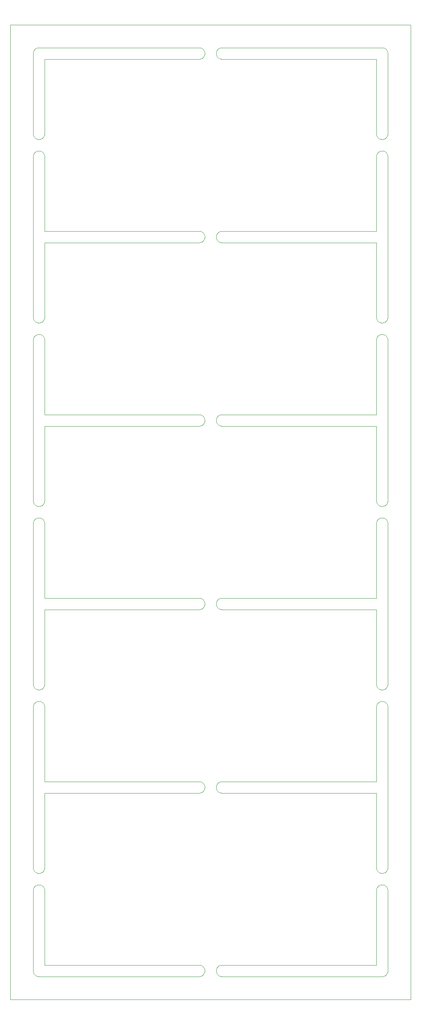
<source format=gm1>
G04 #@! TF.GenerationSoftware,KiCad,Pcbnew,6.0.2+dfsg-1*
G04 #@! TF.CreationDate,2024-05-29T15:43:08-06:00*
G04 #@! TF.ProjectId,mss-crossover-array,6d73732d-6372-46f7-9373-6f7665722d61,rev?*
G04 #@! TF.SameCoordinates,Original*
G04 #@! TF.FileFunction,Profile,NP*
%FSLAX46Y46*%
G04 Gerber Fmt 4.6, Leading zero omitted, Abs format (unit mm)*
G04 Created by KiCad (PCBNEW 6.0.2+dfsg-1) date 2024-05-29 15:43:08*
%MOMM*%
%LPD*%
G01*
G04 APERTURE LIST*
G04 #@! TA.AperFunction,Profile*
%ADD10C,0.100000*%
G04 #@! TD*
G04 APERTURE END LIST*
D10*
X186344186Y-207935786D02*
X186283845Y-207922236D01*
X185329361Y-146993002D02*
X185329503Y-146992533D01*
X111670496Y-68267466D02*
X111670376Y-68267942D01*
X186528174Y-210501520D02*
X186590122Y-210500000D01*
X109131520Y-84841825D02*
X109130000Y-84779877D01*
X186609877Y-88580000D02*
X186671825Y-88581520D01*
X185323002Y-106359361D02*
X185323465Y-106359196D01*
X186855813Y-167295786D02*
X186794879Y-167306359D01*
X111574085Y-125902179D02*
X111549023Y-125958718D01*
X109250976Y-25801281D02*
X109278781Y-25746041D01*
X187409333Y-167033990D02*
X187360579Y-167072039D01*
X149776070Y-26483501D02*
X149771520Y-26421825D01*
X149824258Y-26725757D02*
X149807763Y-26666154D01*
X111672250Y-68263981D02*
X111671957Y-68264375D01*
X149843657Y-107195519D02*
X149865914Y-107137820D01*
X111672891Y-27623238D02*
X111672561Y-27623602D01*
X149865914Y-147777820D02*
X149890976Y-147721281D01*
X185326397Y-146997438D02*
X185326761Y-146997108D01*
X150968174Y-27618479D02*
X150906498Y-27613929D01*
X192941090Y-20000209D02*
X192940601Y-20000160D01*
X110533501Y-47946070D02*
X110594879Y-47953640D01*
X146154879Y-187653640D02*
X146215813Y-187664213D01*
X185509264Y-85427767D02*
X185478781Y-85373958D01*
X185839420Y-45152039D02*
X185790666Y-45113990D01*
X186975757Y-169914258D02*
X187034480Y-169933657D01*
X147192236Y-148586154D02*
X147175741Y-148645757D01*
X109130000Y-89840122D02*
X109131520Y-89778174D01*
X111615741Y-48834242D02*
X111632236Y-48893845D01*
X111663929Y-130356498D02*
X111668479Y-130418174D01*
X110024242Y-210554258D02*
X110083845Y-210537763D01*
X109143640Y-166244879D02*
X109136070Y-166183501D01*
X109342350Y-85480016D02*
X109309264Y-85427767D01*
X186344186Y-88604213D02*
X186405120Y-88593640D01*
X185323002Y-228279361D02*
X185323465Y-228279196D01*
X150096403Y-67846162D02*
X150056009Y-67799333D01*
X147223929Y-229683501D02*
X147216359Y-229744879D01*
X150906498Y-149533929D02*
X150845120Y-149526359D01*
X185326397Y-187637438D02*
X185326761Y-187637108D01*
X146276154Y-228317763D02*
X146335757Y-228334258D01*
X111670160Y-108909398D02*
X111670136Y-108909888D01*
X192934413Y-235900000D02*
X192934659Y-235899996D01*
X111110016Y-126467649D02*
X111057767Y-126500735D01*
X186283845Y-86002236D02*
X186224242Y-85985741D01*
X150547820Y-187735914D02*
X150605519Y-187713657D01*
X111663929Y-44263501D02*
X111656359Y-44324879D01*
X150605519Y-106433657D02*
X150664242Y-106414258D01*
X185656403Y-207546162D02*
X185616009Y-207499333D01*
X185329863Y-68269888D02*
X185329839Y-68269398D01*
X185329196Y-106353465D02*
X185329361Y-106353002D01*
X185323465Y-146999196D02*
X185323918Y-146999008D01*
X110716154Y-129257763D02*
X110775757Y-129274258D01*
X185327108Y-187636761D02*
X185327438Y-187636397D01*
X104053602Y-235897438D02*
X104053981Y-235897749D01*
X185790666Y-167033990D02*
X185743837Y-166993596D01*
X185327438Y-187636397D02*
X185327749Y-187636018D01*
X186107820Y-207864085D02*
X186051281Y-207839023D01*
X186283845Y-126642236D02*
X186224242Y-126625741D01*
X185320111Y-68260136D02*
X185314659Y-68260003D01*
X109499047Y-25449047D02*
X109543837Y-25406403D01*
X111675204Y-149541432D02*
X111674783Y-149541685D01*
X109167763Y-125726154D02*
X109154213Y-125665813D01*
X111668479Y-84841825D02*
X111663929Y-84903501D01*
X147109023Y-188361281D02*
X147134085Y-188417820D01*
X150230666Y-149253990D02*
X150183837Y-149213596D01*
X185942232Y-167140735D02*
X185889983Y-167107649D01*
X185326018Y-187637749D02*
X185326397Y-187637438D01*
X185425914Y-44622179D02*
X185403657Y-44564480D01*
X185616009Y-170320666D02*
X185656403Y-170273837D01*
X187203958Y-88728781D02*
X187257767Y-88759264D01*
X109143640Y-206884879D02*
X109136070Y-206823501D01*
X110655813Y-88604213D02*
X110716154Y-88617763D01*
X111678424Y-146999718D02*
X111678909Y-146999790D01*
X187856359Y-166244879D02*
X187845786Y-166305813D01*
X109639420Y-126432039D02*
X109590666Y-126393990D01*
X187456162Y-88906403D02*
X187500952Y-88949047D01*
X111670136Y-27629888D02*
X111670003Y-27635340D01*
X185329839Y-106350601D02*
X185329863Y-106350111D01*
X150491281Y-68139023D02*
X150436041Y-68111218D01*
X109689983Y-210712350D02*
X109742232Y-210679264D01*
X187543596Y-88993837D02*
X187583990Y-89040666D01*
X111679888Y-190180136D02*
X111679398Y-190180160D01*
X111670000Y-130480122D02*
X111670000Y-146984413D01*
X111673602Y-27622561D02*
X111673238Y-27622891D01*
X185326018Y-68262250D02*
X185325624Y-68261957D01*
X111670281Y-149548424D02*
X111670209Y-149548909D01*
X185328567Y-27625204D02*
X185328314Y-27624783D01*
X111670496Y-228272533D02*
X111670638Y-228273002D01*
X150329983Y-68047649D02*
X150279420Y-68012039D01*
X146982039Y-66229420D02*
X147017649Y-66279983D01*
X150056009Y-25540666D02*
X150096403Y-25493837D01*
X111670991Y-27626081D02*
X111670803Y-27626534D01*
X147081218Y-228946041D02*
X147109023Y-229001281D01*
X185323465Y-27620803D02*
X185323002Y-27620638D01*
X149890976Y-108178718D02*
X149865914Y-108122179D01*
X150279420Y-187887960D02*
X150329983Y-187852350D01*
X187148718Y-230699023D02*
X187092179Y-230724085D01*
X146860952Y-25449047D02*
X146903596Y-25493837D01*
X109456403Y-126266162D02*
X109416009Y-126219333D01*
X187815741Y-25974242D02*
X187832236Y-26033845D01*
X109278781Y-126013958D02*
X109250976Y-125958718D01*
X185889983Y-88792350D02*
X185942232Y-88759264D01*
X186671825Y-47941520D02*
X186733501Y-47946070D01*
X185790666Y-210786009D02*
X185839420Y-210747960D01*
X111645786Y-130234186D02*
X111656359Y-130295120D01*
X149776070Y-148136498D02*
X149783640Y-148075120D01*
X146943990Y-67799333D02*
X146903596Y-67846162D01*
X186794879Y-230806359D02*
X186733501Y-230813929D01*
X147134085Y-26842179D02*
X147109023Y-26898718D01*
X150547820Y-108804085D02*
X150491281Y-108779023D01*
X111300952Y-207590952D02*
X111256162Y-207633596D01*
X185328798Y-190185637D02*
X185328567Y-190185204D01*
X187856359Y-125604879D02*
X187845786Y-125665813D01*
X110390122Y-126680000D02*
X110328174Y-126678479D01*
X185699047Y-129589047D02*
X185743837Y-129546403D01*
X185327108Y-190183238D02*
X185326761Y-190182891D01*
X146816162Y-106686403D02*
X146860952Y-106729047D01*
X147230000Y-107639877D02*
X147228479Y-107701825D01*
X187500952Y-210869047D02*
X187543596Y-210913837D01*
X109131520Y-229621825D02*
X109130000Y-229559877D01*
X147109023Y-147721281D02*
X147134085Y-147777820D01*
X147134085Y-188417820D02*
X147156342Y-188475519D01*
X150664242Y-230765741D02*
X150605519Y-230746342D01*
X150139047Y-106729047D02*
X150183837Y-106686403D01*
X111632236Y-166366154D02*
X111615741Y-166425757D01*
X110471825Y-88581520D02*
X110533501Y-88586070D01*
X111209333Y-210786009D02*
X111256162Y-210826403D01*
X187749023Y-207238718D02*
X187721218Y-207293958D01*
X111656359Y-125604879D02*
X111645786Y-125665813D01*
X185509264Y-129832232D02*
X185542350Y-129779983D01*
X185328314Y-106355216D02*
X185328567Y-106354795D01*
X109689983Y-129432350D02*
X109742232Y-129399264D01*
X185322533Y-187639503D02*
X185323002Y-187639361D01*
X185336070Y-170996498D02*
X185343640Y-170935120D01*
X150491281Y-25200976D02*
X150547820Y-25175914D01*
X146720579Y-147247960D02*
X146769333Y-147286009D01*
X146031825Y-149538479D02*
X145969877Y-149540000D01*
X150096403Y-106773837D02*
X150139047Y-106729047D01*
X186165519Y-207886342D02*
X186107820Y-207864085D01*
X147192236Y-67306154D02*
X147175741Y-67365757D01*
X186344186Y-167295786D02*
X186283845Y-167282236D01*
X186283845Y-167282236D02*
X186224242Y-167265741D01*
X111670209Y-149548909D02*
X111670160Y-149549398D01*
X109167763Y-166366154D02*
X109154213Y-166305813D01*
X146031825Y-25081520D02*
X146093501Y-25086070D01*
X111383990Y-48400666D02*
X111422039Y-48449420D01*
X185324795Y-108901432D02*
X185324362Y-108901201D01*
X150183837Y-106686403D02*
X150230666Y-106646009D01*
X192949196Y-20006534D02*
X192949008Y-20006081D01*
X185790666Y-126393990D02*
X185743837Y-126353596D01*
X186165519Y-210573657D02*
X186224242Y-210554258D01*
X150784186Y-108875786D02*
X150723845Y-108862236D01*
X111678424Y-108900281D02*
X111677942Y-108900376D01*
X111677942Y-149540376D02*
X111677466Y-149540496D01*
X185326018Y-106357749D02*
X185326397Y-106357438D01*
X111677466Y-187639503D02*
X111677942Y-187639623D01*
X111673602Y-149542561D02*
X111673238Y-149542891D01*
X109342350Y-44840016D02*
X109309264Y-44787767D01*
X149783640Y-26544879D02*
X149776070Y-26483501D01*
X185322533Y-106359503D02*
X185323002Y-106359361D01*
X186344186Y-126655786D02*
X186283845Y-126642236D01*
X185326761Y-65717108D02*
X185327108Y-65716761D01*
X111676081Y-149540991D02*
X111675637Y-149541201D01*
X111615741Y-207065757D02*
X111596342Y-207124480D01*
X111615741Y-170754242D02*
X111632236Y-170813845D01*
X111676534Y-65719196D02*
X111676997Y-65719361D01*
X149949264Y-148927767D02*
X149918781Y-148873958D01*
X146816162Y-230493596D02*
X146769333Y-230533990D01*
X192934659Y-20000003D02*
X192934413Y-20000000D01*
X187456162Y-126353596D02*
X187409333Y-126393990D01*
X111679398Y-190180160D02*
X111678909Y-190180209D01*
X109543837Y-210826403D02*
X109590666Y-210786009D01*
X149783640Y-229744879D02*
X149776070Y-229683501D01*
X149770000Y-26340122D02*
X149771520Y-26278174D01*
X146093501Y-190173929D02*
X146031825Y-190178479D01*
X185323002Y-68260638D02*
X185322533Y-68260496D01*
X109416009Y-48400666D02*
X109456403Y-48353837D01*
X147230000Y-188919877D02*
X147228479Y-188981825D01*
X111670136Y-187630111D02*
X111670160Y-187630601D01*
X186855813Y-86015786D02*
X186794879Y-86026359D01*
X149794213Y-26094186D02*
X149807763Y-26033845D01*
X111673981Y-187637749D02*
X111674375Y-187638042D01*
X150845120Y-230806359D02*
X150784186Y-230795786D01*
X150491281Y-149419023D02*
X150436041Y-149391218D01*
X146276154Y-187677763D02*
X146335757Y-187694258D01*
X192950000Y-235884413D02*
X192950000Y-20015586D01*
X186855813Y-207935786D02*
X186794879Y-207946359D01*
X111160579Y-48187960D02*
X111209333Y-48226009D01*
X147017649Y-148980016D02*
X146982039Y-149030579D01*
X192943465Y-235899196D02*
X192943918Y-235899008D01*
X110144186Y-210524213D02*
X110205120Y-210513640D01*
X147175741Y-188534242D02*
X147192236Y-188593845D01*
X111677466Y-149540496D02*
X111676997Y-149540638D01*
X147081218Y-148873958D02*
X147050735Y-148927767D01*
X109184258Y-89474242D02*
X109203657Y-89415519D01*
X149949264Y-66332232D02*
X149982350Y-66279983D01*
X187657649Y-170419983D02*
X187690735Y-170472232D01*
X146982039Y-228789420D02*
X147017649Y-228839983D01*
X146154879Y-27606359D02*
X146093501Y-27613929D01*
X150491281Y-108779023D02*
X150436041Y-108751218D01*
X146903596Y-149126162D02*
X146860952Y-149170952D01*
X146563958Y-25228781D02*
X146617767Y-25259264D01*
X187690735Y-166707767D02*
X187657649Y-166760016D01*
X187310016Y-85827649D02*
X187257767Y-85860735D01*
X146394480Y-228353657D02*
X146452179Y-228375914D01*
X104050003Y-235884659D02*
X104050136Y-235890111D01*
X146982039Y-230310579D02*
X146943990Y-230359333D01*
X187774085Y-230042179D02*
X187749023Y-230098718D01*
X187774085Y-170637820D02*
X187796342Y-170695519D01*
X111677942Y-187639623D02*
X111678424Y-187639718D01*
X186405120Y-210513640D02*
X186466498Y-210506070D01*
X109965519Y-45326342D02*
X109907820Y-45304085D01*
X186855813Y-169884213D02*
X186916154Y-169897763D01*
X185542350Y-44840016D02*
X185509264Y-44787767D01*
X187092179Y-88675914D02*
X187148718Y-88700976D01*
X187868479Y-26278174D02*
X187870000Y-26340122D01*
X109250976Y-89301281D02*
X109278781Y-89246041D01*
X109309264Y-85427767D02*
X109278781Y-85373958D01*
X111343596Y-210913837D02*
X111383990Y-210960666D01*
X109377960Y-211009420D02*
X109416009Y-210960666D01*
X185699047Y-48309047D02*
X185743837Y-48266403D01*
X185324362Y-228278798D02*
X185324795Y-228278567D01*
X111521218Y-85373958D02*
X111490735Y-85427767D01*
X146720579Y-189932039D02*
X146670016Y-189967649D01*
X146394480Y-187713657D02*
X146452179Y-187735914D01*
X185509264Y-166707767D02*
X185478781Y-166653958D01*
X110892179Y-45304085D02*
X110834480Y-45326342D01*
X185478781Y-48606041D02*
X185509264Y-48552232D01*
X104050136Y-20009888D02*
X104050003Y-20015340D01*
X187832236Y-48893845D02*
X187845786Y-48954186D01*
X147175741Y-147894242D02*
X147192236Y-147953845D01*
X111670136Y-149549888D02*
X111670003Y-149555340D01*
X111679888Y-27620136D02*
X111679888Y-27620136D01*
X186051281Y-207839023D02*
X185996041Y-207811218D01*
X149982350Y-148980016D02*
X149949264Y-148927767D01*
X185509264Y-89192232D02*
X185542350Y-89139983D01*
X185320111Y-187639863D02*
X185320601Y-187639839D01*
X111549023Y-48661281D02*
X111574085Y-48717820D01*
X185656403Y-85626162D02*
X185616009Y-85579333D01*
X192943918Y-235899008D02*
X192944362Y-235898798D01*
X111457649Y-211059983D02*
X111490735Y-211112232D01*
X185314413Y-108900000D02*
X151030122Y-108900000D01*
X185314413Y-187640000D02*
X185314659Y-187639996D01*
X110144186Y-169884213D02*
X110205120Y-169873640D01*
X110716154Y-167282236D02*
X110655813Y-167295786D01*
X110834480Y-126606342D02*
X110775757Y-126625741D01*
X111457649Y-129779983D02*
X111490735Y-129832232D01*
X110594879Y-86026359D02*
X110533501Y-86033929D01*
X192950000Y-20015586D02*
X192949996Y-20015340D01*
X185323465Y-187639196D02*
X185323918Y-187639008D01*
X187796342Y-44564480D02*
X187774085Y-44622179D01*
X185354213Y-89594186D02*
X185367763Y-89533845D01*
X185425914Y-129997820D02*
X185450976Y-129941281D01*
X110390122Y-88580000D02*
X110409877Y-88580000D01*
X110024242Y-85985741D02*
X109965519Y-85966342D01*
X185699047Y-166950952D02*
X185656403Y-166906162D01*
X150968174Y-147001520D02*
X151030122Y-147000000D01*
X150329983Y-65932350D02*
X150382232Y-65899264D01*
X185321575Y-190180281D02*
X185321090Y-190180209D01*
X111671201Y-106354362D02*
X111671432Y-106354795D01*
X185324795Y-65718567D02*
X185325216Y-65718314D01*
X110390122Y-25080000D02*
X145969877Y-25080000D01*
X111003958Y-170008781D02*
X111057767Y-170039264D01*
X150547820Y-68164085D02*
X150491281Y-68139023D01*
X109543837Y-85713596D02*
X109499047Y-85670952D01*
X187721218Y-85373958D02*
X187690735Y-85427767D01*
X185328567Y-65714795D02*
X185328798Y-65714362D01*
X111645786Y-85025813D02*
X111632236Y-85086154D01*
X150279420Y-65967960D02*
X150329983Y-65932350D01*
X185542350Y-211059983D02*
X185577960Y-211009420D01*
X186405120Y-88593640D02*
X186466498Y-88586070D01*
X185577960Y-126170579D02*
X185542350Y-126120016D01*
X149783640Y-188715120D02*
X149794213Y-188654186D01*
X104052250Y-20003981D02*
X104051957Y-20004375D01*
X187845786Y-206945813D02*
X187832236Y-207006154D01*
X146982039Y-27110579D02*
X146943990Y-27159333D01*
X185336070Y-130356498D02*
X185343640Y-130295120D01*
X149890976Y-189458718D02*
X149865914Y-189402179D01*
X185329790Y-146991090D02*
X185329839Y-146990601D01*
X109278781Y-85373958D02*
X109250976Y-85318718D01*
X187868479Y-229621825D02*
X187863929Y-229683501D01*
X192942533Y-235899503D02*
X192943002Y-235899361D01*
X186344186Y-169884213D02*
X186405120Y-169873640D01*
X185327108Y-27623238D02*
X185326761Y-27622891D01*
X186466498Y-169866070D02*
X186528174Y-169861520D01*
X149771520Y-26278174D02*
X149776070Y-26216498D01*
X147134085Y-25857820D02*
X147156342Y-25915519D01*
X150329983Y-25292350D02*
X150382232Y-25259264D01*
X109907820Y-167224085D02*
X109851281Y-167199023D01*
X146903596Y-188053837D02*
X146943990Y-188100666D01*
X187310016Y-210712350D02*
X187360579Y-210747960D01*
X150784186Y-65744213D02*
X150845120Y-65733640D01*
X149824258Y-148645757D02*
X149807763Y-148586154D01*
X150436041Y-106508781D02*
X150491281Y-106480976D01*
X185322057Y-65719623D02*
X185322533Y-65719503D01*
X109456403Y-25493837D02*
X109499047Y-25449047D01*
X187257767Y-207780735D02*
X187203958Y-207811218D01*
X146335757Y-25134258D02*
X146394480Y-25153657D01*
X187863929Y-170996498D02*
X187868479Y-171058174D01*
X109590666Y-126393990D02*
X109543837Y-126353596D01*
X111670281Y-27628424D02*
X111670209Y-27628909D01*
X185323918Y-27620991D02*
X185323465Y-27620803D01*
X149771520Y-26421825D02*
X149770000Y-26359877D01*
X104051957Y-235895624D02*
X104052250Y-235896018D01*
X187310016Y-230607649D02*
X187257767Y-230640735D01*
X109130000Y-26340122D02*
X109131520Y-26278174D01*
X110144186Y-86015786D02*
X110083845Y-86002236D01*
X110594879Y-207946359D02*
X110533501Y-207953929D01*
X187870000Y-130480122D02*
X187870000Y-166059877D01*
X185790666Y-85753990D02*
X185743837Y-85713596D01*
X185542350Y-85480016D02*
X185509264Y-85427767D01*
X111677466Y-106359503D02*
X111677942Y-106359623D01*
X186733501Y-47946070D02*
X186794879Y-47953640D01*
X146031825Y-147001520D02*
X146093501Y-147006070D01*
X146903596Y-67846162D02*
X146860952Y-67890952D01*
X149824258Y-188534242D02*
X149843657Y-188475519D01*
X109131520Y-171058174D02*
X109136070Y-170996498D01*
X111676534Y-146999196D02*
X111676997Y-146999361D01*
X185323918Y-68260991D02*
X185323465Y-68260803D01*
X109499047Y-45030952D02*
X109456403Y-44986162D01*
X150436041Y-149391218D02*
X150382232Y-149360735D01*
X187863929Y-206823501D02*
X187856359Y-206884879D01*
X111670209Y-190188909D02*
X111670160Y-190189398D01*
X104056081Y-20000991D02*
X104055637Y-20001201D01*
X109309264Y-44787767D02*
X109278781Y-44733958D01*
X150139047Y-27250952D02*
X150096403Y-27206162D01*
X111672561Y-68263602D02*
X111672250Y-68263981D01*
X111574085Y-207182179D02*
X111549023Y-207238718D01*
X187203958Y-170008781D02*
X187257767Y-170039264D01*
X186609877Y-25080000D02*
X186671825Y-25081520D01*
X149794213Y-148014186D02*
X149807763Y-147953845D01*
X187657649Y-85480016D02*
X187622039Y-85530579D01*
X146215813Y-147024213D02*
X146276154Y-147037763D01*
X185323002Y-27620638D02*
X185322533Y-27620496D01*
X150547820Y-27524085D02*
X150491281Y-27499023D01*
X111670000Y-49200122D02*
X111670000Y-65704413D01*
X109689983Y-126467649D02*
X109639420Y-126432039D01*
X146943990Y-230359333D02*
X146903596Y-230406162D01*
X109499047Y-48309047D02*
X109543837Y-48266403D01*
X111670803Y-146993465D02*
X111670991Y-146993918D01*
X146394480Y-106433657D02*
X146452179Y-106455914D01*
X146670016Y-149327649D02*
X146617767Y-149360735D01*
X109456403Y-44986162D02*
X109416009Y-44939333D01*
X111673981Y-65717749D02*
X111674375Y-65718042D01*
X111490735Y-85427767D02*
X111457649Y-85480016D01*
X185323465Y-228279196D02*
X185323918Y-228279008D01*
X149771520Y-148198174D02*
X149776070Y-148136498D01*
X185330000Y-44139877D02*
X185330000Y-27635586D01*
X185509264Y-126067767D02*
X185478781Y-126013958D01*
X149771520Y-66918174D02*
X149776070Y-66856498D01*
X187721218Y-207293958D02*
X187690735Y-207347767D01*
X185328042Y-149544375D02*
X185327749Y-149543981D01*
X109130000Y-84779877D02*
X109130000Y-49200122D01*
X185329790Y-228271090D02*
X185329839Y-228270601D01*
X149807763Y-26033845D02*
X149824258Y-25974242D01*
X192940111Y-20000136D02*
X192934659Y-20000003D01*
X187409333Y-45113990D02*
X187360579Y-45152039D01*
X187863929Y-44263501D02*
X187856359Y-44324879D01*
X111677942Y-68260376D02*
X111677466Y-68260496D01*
X192949361Y-20006997D02*
X192949196Y-20006534D01*
X110144186Y-167295786D02*
X110083845Y-167282236D01*
X111677942Y-106359623D02*
X111678424Y-106359718D01*
X111673238Y-149542891D02*
X111672891Y-149543238D01*
X186590122Y-86040000D02*
X186528174Y-86038479D01*
X192948042Y-235895624D02*
X192948314Y-235895216D01*
X111685586Y-187640000D02*
X145969877Y-187640000D01*
X185328567Y-146994795D02*
X185328798Y-146994362D01*
X149771520Y-107701825D02*
X149770000Y-107639877D01*
X110716154Y-126642236D02*
X110655813Y-126655786D01*
X185321090Y-27620209D02*
X185320601Y-27620160D01*
X150139047Y-108530952D02*
X150096403Y-108486162D01*
X185326761Y-68262891D02*
X185326397Y-68262561D01*
X187203958Y-48088781D02*
X187257767Y-48119264D01*
X187721218Y-44733958D02*
X187690735Y-44787767D01*
X187868479Y-125481825D02*
X187863929Y-125543501D01*
X185329863Y-106350111D02*
X185329996Y-106344659D01*
X111256162Y-85713596D02*
X111209333Y-85753990D01*
X147156342Y-25915519D02*
X147175741Y-25974242D01*
X111676534Y-106359196D02*
X111676997Y-106359361D01*
X111457649Y-207400016D02*
X111422039Y-207450579D01*
X185889983Y-129432350D02*
X185942232Y-129399264D01*
X147192236Y-66673845D02*
X147205786Y-66734186D01*
X111673602Y-108902561D02*
X111673238Y-108902891D01*
X185329361Y-108906997D02*
X185329196Y-108906534D01*
X109278781Y-25746041D02*
X109309264Y-25692232D01*
X147017649Y-108340016D02*
X146982039Y-108390579D01*
X187310016Y-207747649D02*
X187257767Y-207780735D01*
X110024242Y-126625741D02*
X109965519Y-126606342D01*
X185942232Y-207780735D02*
X185889983Y-207747649D01*
X149949264Y-108287767D02*
X149918781Y-108233958D01*
X109456403Y-166906162D02*
X109416009Y-166859333D01*
X187034480Y-85966342D02*
X186975757Y-85985741D01*
X111670803Y-65713465D02*
X111670991Y-65713918D01*
X150382232Y-228459264D02*
X150436041Y-228428781D01*
X147017649Y-67700016D02*
X146982039Y-67750579D01*
X111670281Y-106351575D02*
X111670376Y-106352057D01*
X150845120Y-25093640D02*
X150906498Y-25086070D01*
X185328314Y-228275216D02*
X185328567Y-228274795D01*
X110083845Y-169897763D02*
X110144186Y-169884213D01*
X186224242Y-88634258D02*
X186283845Y-88617763D01*
X150906498Y-25086070D02*
X150968174Y-25081520D01*
X187815741Y-125785757D02*
X187796342Y-125844480D01*
X187203958Y-126531218D02*
X187148718Y-126559023D01*
X149843657Y-229115519D02*
X149865914Y-229057820D01*
X187868479Y-89778174D02*
X187870000Y-89840122D01*
X111343596Y-207546162D02*
X111300952Y-207590952D01*
X192947438Y-20003602D02*
X192947108Y-20003238D01*
X111632236Y-125726154D02*
X111615741Y-125785757D01*
X185323465Y-106359196D02*
X185323918Y-106359008D01*
X110328174Y-169861520D02*
X110390122Y-169860000D01*
X185743837Y-207633596D02*
X185699047Y-207590952D01*
X150491281Y-106480976D02*
X150547820Y-106455914D01*
X150382232Y-65899264D02*
X150436041Y-65868781D01*
X147017649Y-66279983D02*
X147050735Y-66332232D01*
X186224242Y-169914258D02*
X186283845Y-169897763D01*
X185996041Y-207811218D02*
X185942232Y-207780735D01*
X111671432Y-187634795D02*
X111671685Y-187635216D01*
X110205120Y-169873640D02*
X110266498Y-169866070D01*
X111549023Y-125958718D02*
X111521218Y-126013958D01*
X185329196Y-228273465D02*
X185329361Y-228273002D01*
X185327108Y-146996761D02*
X185327438Y-146996397D01*
X109689983Y-85827649D02*
X109639420Y-85792039D01*
X185327108Y-228276761D02*
X185327438Y-228276397D01*
X110948718Y-88700976D02*
X111003958Y-88728781D01*
X110390122Y-207960000D02*
X110328174Y-207958479D01*
X110471825Y-169861520D02*
X110533501Y-169866070D01*
X109203657Y-229984480D02*
X109184258Y-229925757D01*
X147192236Y-229866154D02*
X147175741Y-229925757D01*
X111003958Y-85891218D02*
X110948718Y-85919023D01*
X187148718Y-85919023D02*
X187092179Y-85944085D01*
X146720579Y-25327960D02*
X146769333Y-25366009D01*
X109416009Y-129680666D02*
X109456403Y-129633837D01*
X185656403Y-48353837D02*
X185699047Y-48309047D01*
X109225914Y-230042179D02*
X109203657Y-229984480D01*
X110775757Y-210554258D02*
X110834480Y-210573657D01*
X185322533Y-108900496D02*
X185322057Y-108900376D01*
X111670638Y-146993002D02*
X111670803Y-146993465D01*
X187856359Y-44324879D02*
X187845786Y-44385813D01*
X111256162Y-210826403D02*
X111300952Y-210869047D01*
X185699047Y-126310952D02*
X185656403Y-126266162D01*
X187868479Y-44201825D02*
X187863929Y-44263501D01*
X110083845Y-25117763D02*
X110144186Y-25104213D01*
X187456162Y-85713596D02*
X187409333Y-85753990D01*
X185354213Y-170874186D02*
X185367763Y-170813845D01*
X111676997Y-190180638D02*
X111676534Y-190180803D01*
X187832236Y-166366154D02*
X187815741Y-166425757D01*
X109309264Y-89192232D02*
X109342350Y-89139983D01*
X111003958Y-207811218D02*
X110948718Y-207839023D01*
X147216359Y-148075120D02*
X147223929Y-148136498D01*
X111663929Y-49076498D02*
X111668479Y-49138174D01*
X185790666Y-88866009D02*
X185839420Y-88827960D01*
X109136070Y-170996498D02*
X109143640Y-170935120D01*
X150329983Y-106572350D02*
X150382232Y-106539264D01*
X109225914Y-44622179D02*
X109203657Y-44564480D01*
X187456162Y-166993596D02*
X187409333Y-167033990D01*
X146617767Y-187819264D02*
X146670016Y-187852350D01*
X149843657Y-188475519D02*
X149865914Y-188417820D01*
X192949623Y-235892057D02*
X192949718Y-235891575D01*
X185699047Y-210869047D02*
X185743837Y-210826403D01*
X150183837Y-187966403D02*
X150230666Y-187926009D01*
X147109023Y-25801281D02*
X147134085Y-25857820D01*
X104050803Y-235893465D02*
X104050991Y-235893918D01*
X109184258Y-125785757D02*
X109167763Y-125726154D01*
X149776070Y-229416498D02*
X149783640Y-229355120D01*
X109965519Y-169933657D02*
X110024242Y-169914258D01*
X110083845Y-86002236D02*
X110024242Y-85985741D01*
X146031825Y-190178479D02*
X145969877Y-190180000D01*
X111678424Y-65719718D02*
X111678909Y-65719790D01*
X185323465Y-149540803D02*
X185323002Y-149540638D01*
X185509264Y-211112232D02*
X185542350Y-211059983D01*
X185320601Y-149540160D02*
X185320111Y-149540136D01*
X110655813Y-169884213D02*
X110716154Y-169897763D01*
X187310016Y-25292350D02*
X187360579Y-25327960D01*
X185314413Y-228280000D02*
X185314659Y-228279996D01*
X110533501Y-169866070D02*
X110594879Y-169873640D01*
X150547820Y-25175914D02*
X150605519Y-25153657D01*
X185320601Y-27620160D02*
X185320111Y-27620136D01*
X192943002Y-235899361D02*
X192943465Y-235899196D01*
X109225914Y-211277820D02*
X109250976Y-211221281D01*
X111672561Y-228276397D02*
X111672891Y-228276761D01*
X111670209Y-65711090D02*
X111670281Y-65711575D01*
X109250976Y-129941281D02*
X109278781Y-129886041D01*
X185327108Y-149543238D02*
X185326761Y-149542891D01*
X185320111Y-149540136D02*
X185314659Y-149540003D01*
X111549023Y-44678718D02*
X111521218Y-44733958D01*
X150183837Y-67933596D02*
X150139047Y-67890952D01*
X111674783Y-27621685D02*
X111674375Y-27621957D01*
X187863929Y-166183501D02*
X187856359Y-166244879D01*
X111160579Y-85792039D02*
X111110016Y-85827649D01*
X109543837Y-170186403D02*
X109590666Y-170146009D01*
X187774085Y-166542179D02*
X187749023Y-166598718D01*
X187500952Y-230450952D02*
X187456162Y-230493596D01*
X111457649Y-166760016D02*
X111422039Y-166810579D01*
X187657649Y-166760016D02*
X187622039Y-166810579D01*
X146903596Y-228693837D02*
X146943990Y-228740666D01*
X150382232Y-190000735D02*
X150329983Y-189967649D01*
X109965519Y-210573657D02*
X110024242Y-210554258D01*
X185996041Y-85891218D02*
X185942232Y-85860735D01*
X185320601Y-187639839D02*
X185321090Y-187639790D01*
X111549023Y-166598718D02*
X111521218Y-166653958D01*
X185329008Y-187633918D02*
X185329196Y-187633465D01*
X149807763Y-66673845D02*
X149824258Y-66614242D01*
X111671201Y-27625637D02*
X111670991Y-27626081D01*
X147050735Y-148927767D02*
X147017649Y-148980016D01*
X147205786Y-66734186D02*
X147216359Y-66795120D01*
X110024242Y-25134258D02*
X110083845Y-25117763D01*
X111457649Y-85480016D02*
X111422039Y-85530579D01*
X146154879Y-65733640D02*
X146215813Y-65744213D01*
X186916154Y-210537763D02*
X186975757Y-210554258D01*
X111615741Y-125785757D02*
X111596342Y-125844480D01*
X110594879Y-47953640D02*
X110655813Y-47964213D01*
X147205786Y-189165813D02*
X147192236Y-189226154D01*
X150382232Y-27440735D02*
X150329983Y-27407649D01*
X185450976Y-170581281D02*
X185478781Y-170526041D01*
X111677942Y-228279623D02*
X111678424Y-228279718D01*
X187721218Y-129886041D02*
X187749023Y-129941281D01*
X111670991Y-190186081D02*
X111670803Y-190186534D01*
X111679398Y-68260160D02*
X111678909Y-68260209D01*
X109154213Y-130234186D02*
X109167763Y-130173845D01*
X186466498Y-210506070D02*
X186528174Y-210501520D01*
X111160579Y-88827960D02*
X111209333Y-88866009D01*
X185367763Y-130173845D02*
X185384258Y-130114242D01*
X150056009Y-66180666D02*
X150096403Y-66133837D01*
X109377960Y-230310579D02*
X109342350Y-230260016D01*
X110409877Y-88580000D02*
X110471825Y-88581520D01*
X104051685Y-235895216D02*
X104051957Y-235895624D01*
X147081218Y-67593958D02*
X147050735Y-67647767D01*
X147081218Y-107026041D02*
X147109023Y-107081281D01*
X185321575Y-65719718D02*
X185322057Y-65719623D01*
X185329623Y-190187942D02*
X185329503Y-190187466D01*
X109742232Y-85860735D02*
X109689983Y-85827649D01*
X185425914Y-48717820D02*
X185450976Y-48661281D01*
X147228479Y-229621825D02*
X147223929Y-229683501D01*
X104059888Y-20000136D02*
X104059398Y-20000160D01*
X185996041Y-126531218D02*
X185942232Y-126500735D01*
X186405120Y-207946359D02*
X186344186Y-207935786D01*
X146276154Y-65757763D02*
X146335757Y-65774258D01*
X150436041Y-228428781D02*
X150491281Y-228400976D01*
X111663929Y-84903501D02*
X111656359Y-84964879D01*
X187360579Y-25327960D02*
X187409333Y-25366009D01*
X109851281Y-85919023D02*
X109796041Y-85891218D01*
X104056997Y-235899361D02*
X104057466Y-235899503D01*
X109342350Y-126120016D02*
X109309264Y-126067767D01*
X145969877Y-187640000D02*
X146031825Y-187641520D01*
X150784186Y-149515786D02*
X150723845Y-149502236D01*
X111632236Y-85086154D02*
X111615741Y-85145757D01*
X111160579Y-45152039D02*
X111110016Y-45187649D01*
X111668479Y-89778174D02*
X111670000Y-89840122D01*
X146617767Y-25259264D02*
X146670016Y-25292350D01*
X186975757Y-167265741D02*
X186916154Y-167282236D01*
X111300952Y-166950952D02*
X111256162Y-166993596D01*
X146276154Y-108862236D02*
X146215813Y-108875786D01*
X149807763Y-189226154D02*
X149794213Y-189165813D01*
X149982350Y-228839983D02*
X150017960Y-228789420D01*
X185328314Y-68264783D02*
X185328042Y-68264375D01*
X109377960Y-44890579D02*
X109342350Y-44840016D01*
X111678424Y-68260281D02*
X111677942Y-68260376D01*
X185314659Y-68260003D02*
X185314413Y-68260000D01*
X192948798Y-20005637D02*
X192948567Y-20005204D01*
X110409877Y-129220000D02*
X110409877Y-129220000D01*
X187657649Y-89139983D02*
X187690735Y-89192232D01*
X149771520Y-229621825D02*
X149770000Y-229559877D01*
X110024242Y-169914258D02*
X110083845Y-169897763D01*
X111671957Y-146995624D02*
X111672250Y-146996018D01*
X187203958Y-230671218D02*
X187148718Y-230699023D01*
X110024242Y-129274258D02*
X110083845Y-129257763D01*
X109416009Y-207499333D02*
X109377960Y-207450579D01*
X146154879Y-230806359D02*
X146093501Y-230813929D01*
X111645786Y-125665813D02*
X111632236Y-125726154D01*
X111343596Y-126266162D02*
X111300952Y-126310952D01*
X145969877Y-27620000D02*
X111685586Y-27620000D01*
X150845120Y-187653640D02*
X150906498Y-187646070D01*
X186528174Y-47941520D02*
X186590122Y-47940000D01*
X185329361Y-106353002D02*
X185329503Y-106352533D01*
X186528174Y-167318479D02*
X186466498Y-167313929D01*
X186855813Y-210524213D02*
X186916154Y-210537763D01*
X109225914Y-89357820D02*
X109250976Y-89301281D01*
X111596342Y-48775519D02*
X111615741Y-48834242D01*
X111674783Y-228278314D02*
X111675204Y-228278567D01*
X185336070Y-84903501D02*
X185331520Y-84841825D01*
X150906498Y-187646070D02*
X150968174Y-187641520D01*
X187622039Y-170369420D02*
X187657649Y-170419983D01*
X111678909Y-65719790D02*
X111679398Y-65719839D01*
X192948314Y-235895216D02*
X192948567Y-235894795D01*
X187622039Y-166810579D02*
X187583990Y-166859333D01*
X150329983Y-27407649D02*
X150279420Y-27372039D01*
X110144186Y-207935786D02*
X110083845Y-207922236D01*
X186855813Y-45375786D02*
X186794879Y-45386359D01*
X109184258Y-48834242D02*
X109203657Y-48775519D01*
X147216359Y-148464879D02*
X147205786Y-148525813D01*
X146154879Y-147013640D02*
X146215813Y-147024213D01*
X185450976Y-44678718D02*
X185425914Y-44622179D01*
X185839420Y-48187960D02*
X185889983Y-48152350D01*
X111674783Y-68261685D02*
X111674375Y-68261957D01*
X110775757Y-85985741D02*
X110716154Y-86002236D01*
X185542350Y-129779983D02*
X185577960Y-129729420D01*
X185329008Y-146993918D02*
X185329196Y-146993465D01*
X111670000Y-68275586D02*
X111670000Y-84779877D01*
X185354213Y-85025813D02*
X185343640Y-84964879D01*
X145969877Y-149540000D02*
X111685586Y-149540000D01*
X104057942Y-20000376D02*
X104057466Y-20000496D01*
X146093501Y-228286070D02*
X146154879Y-228293640D01*
X146860952Y-228649047D02*
X146903596Y-228693837D01*
X185325624Y-149541957D02*
X185325216Y-149541685D01*
X109278781Y-129886041D02*
X109309264Y-129832232D01*
X146816162Y-147326403D02*
X146860952Y-147369047D01*
X111668479Y-125481825D02*
X111663929Y-125543501D01*
X185616009Y-210960666D02*
X185656403Y-210913837D01*
X111596342Y-166484480D02*
X111574085Y-166542179D01*
X149794213Y-148525813D02*
X149783640Y-148464879D01*
X186733501Y-230813929D02*
X186671825Y-230818479D01*
X109416009Y-230359333D02*
X109377960Y-230310579D01*
X187870000Y-49200122D02*
X187870000Y-84779877D01*
X187774085Y-85262179D02*
X187749023Y-85318718D01*
X150139047Y-25449047D02*
X150183837Y-25406403D01*
X186855813Y-126655786D02*
X186794879Y-126666359D01*
X192946761Y-235897108D02*
X192947108Y-235896761D01*
X185478781Y-44733958D02*
X185450976Y-44678718D01*
X186528174Y-169861520D02*
X186590122Y-169860000D01*
X146154879Y-190166359D02*
X146093501Y-190173929D01*
X150845120Y-68246359D02*
X150784186Y-68235786D01*
X147081218Y-66386041D02*
X147109023Y-66441281D01*
X111672250Y-106356018D02*
X111672561Y-106356397D01*
X111645786Y-206945813D02*
X111632236Y-207006154D01*
X187657649Y-44840016D02*
X187622039Y-44890579D01*
X111645786Y-170874186D02*
X111656359Y-170935120D01*
X146452179Y-65815914D02*
X146508718Y-65840976D01*
X150664242Y-106414258D02*
X150723845Y-106397763D01*
X185321575Y-146999718D02*
X185322057Y-146999623D01*
X146617767Y-27440735D02*
X146563958Y-27471218D01*
X147017649Y-188199983D02*
X147050735Y-188252232D01*
X185325216Y-68261685D02*
X185324795Y-68261432D01*
X145969877Y-25080000D02*
X146031825Y-25081520D01*
X187034480Y-169933657D02*
X187092179Y-169955914D01*
X104050376Y-235892057D02*
X104050496Y-235892533D01*
X111003958Y-45251218D02*
X110948718Y-45279023D01*
X147223929Y-26216498D02*
X147228479Y-26278174D01*
X149918781Y-108233958D02*
X149890976Y-108178718D01*
X150491281Y-187760976D02*
X150547820Y-187735914D01*
X110594879Y-45386359D02*
X110533501Y-45393929D01*
X111574085Y-48717820D02*
X111596342Y-48775519D01*
X109143640Y-130295120D02*
X109154213Y-130234186D01*
X150723845Y-228317763D02*
X150784186Y-228304213D01*
X109130000Y-44139877D02*
X109130000Y-26340122D01*
X185323002Y-146999361D02*
X185323465Y-146999196D01*
X185324362Y-108901201D02*
X185323918Y-108900991D01*
X111672891Y-149543238D02*
X111672561Y-149543602D01*
X187257767Y-230640735D02*
X187203958Y-230671218D01*
X146394480Y-149466342D02*
X146335757Y-149485741D01*
X150605519Y-108826342D02*
X150547820Y-108804085D01*
X109203657Y-25915519D02*
X109225914Y-25857820D01*
X150382232Y-187819264D02*
X150436041Y-187788781D01*
X149770000Y-66980122D02*
X149771520Y-66918174D01*
X185321575Y-106359718D02*
X185322057Y-106359623D01*
X186733501Y-207953929D02*
X186671825Y-207958479D01*
X109136070Y-49076498D02*
X109143640Y-49015120D01*
X192946761Y-20002891D02*
X192946397Y-20002561D01*
X111672250Y-27623981D02*
X111671957Y-27624375D01*
X150968174Y-149538479D02*
X150906498Y-149533929D01*
X109590666Y-210786009D02*
X109639420Y-210747960D01*
X104051685Y-20004783D02*
X104051432Y-20005204D01*
X185367763Y-207006154D02*
X185354213Y-206945813D01*
X109136070Y-84903501D02*
X109131520Y-84841825D01*
X111670991Y-146993918D02*
X111671201Y-146994362D01*
X147109023Y-108178718D02*
X147081218Y-108233958D01*
X111300952Y-210869047D02*
X111343596Y-210913837D01*
X187796342Y-85204480D02*
X187774085Y-85262179D01*
X146335757Y-27565741D02*
X146276154Y-27582236D01*
X111676997Y-27620638D02*
X111676534Y-27620803D01*
X150139047Y-189810952D02*
X150096403Y-189766162D01*
X185320111Y-146999863D02*
X185320111Y-146999863D01*
X187845786Y-85025813D02*
X187832236Y-85086154D01*
X109907820Y-210595914D02*
X109965519Y-210573657D01*
X111457649Y-48499983D02*
X111490735Y-48552232D01*
X111675637Y-106358798D02*
X111676081Y-106359008D01*
X186590122Y-45400000D02*
X186528174Y-45398479D01*
X111549023Y-211221281D02*
X111574085Y-211277820D01*
X185327438Y-68263602D02*
X185327108Y-68263238D01*
X111670000Y-108915586D02*
X111670000Y-125419877D01*
X185324795Y-27621432D02*
X185324362Y-27621201D01*
X187863929Y-89716498D02*
X187868479Y-89778174D01*
X150968174Y-190178479D02*
X150906498Y-190173929D01*
X111672561Y-187636397D02*
X111672891Y-187636761D01*
X149865914Y-189402179D02*
X149843657Y-189344480D01*
X111521218Y-207293958D02*
X111490735Y-207347767D01*
X110948718Y-48060976D02*
X111003958Y-48088781D01*
X186590122Y-210500000D02*
X186609877Y-210500000D01*
X149865914Y-108122179D02*
X149843657Y-108064480D01*
X187409333Y-85753990D02*
X187360579Y-85792039D01*
X185656403Y-88993837D02*
X185699047Y-88949047D01*
X109136070Y-166183501D02*
X109131520Y-166121825D01*
X187749023Y-170581281D02*
X187774085Y-170637820D01*
X150382232Y-108720735D02*
X150329983Y-108687649D01*
X192945624Y-20001957D02*
X192945216Y-20001685D01*
X187409333Y-230533990D02*
X187360579Y-230572039D01*
X185326761Y-149542891D02*
X185326397Y-149542561D01*
X109309264Y-230207767D02*
X109278781Y-230153958D01*
X146093501Y-147006070D02*
X146154879Y-147013640D01*
X192934659Y-235899996D02*
X192940111Y-235899863D01*
X110775757Y-167265741D02*
X110716154Y-167282236D01*
X185577960Y-166810579D02*
X185542350Y-166760016D01*
X109278781Y-89246041D02*
X109309264Y-89192232D01*
X186051281Y-167199023D02*
X185996041Y-167171218D01*
X150230666Y-25366009D02*
X150279420Y-25327960D01*
X109154213Y-26094186D02*
X109167763Y-26033845D01*
X147228479Y-148198174D02*
X147230000Y-148260122D01*
X111300952Y-170229047D02*
X111343596Y-170273837D01*
X187092179Y-167224085D02*
X187034480Y-167246342D01*
X187863929Y-211636498D02*
X187868479Y-211698174D01*
X185322533Y-68260496D02*
X185322057Y-68260376D01*
X147216359Y-67184879D02*
X147205786Y-67245813D01*
X111674375Y-65718042D02*
X111674783Y-65718314D01*
X185329361Y-187633002D02*
X185329503Y-187632533D01*
X146093501Y-187646070D02*
X146154879Y-187653640D01*
X185384258Y-85145757D02*
X185367763Y-85086154D01*
X111656359Y-49015120D02*
X111663929Y-49076498D01*
X185325624Y-190181957D02*
X185325216Y-190181685D01*
X186107820Y-88675914D02*
X186165519Y-88653657D01*
X111673602Y-146997438D02*
X111673981Y-146997749D01*
X149918781Y-66386041D02*
X149949264Y-66332232D01*
X185327438Y-106356397D02*
X185327749Y-106356018D01*
X146816162Y-187966403D02*
X146860952Y-188009047D01*
X185616009Y-126219333D02*
X185577960Y-126170579D01*
X150784186Y-187664213D02*
X150845120Y-187653640D01*
X185509264Y-170472232D02*
X185542350Y-170419983D01*
X187583990Y-166859333D02*
X187543596Y-166906162D01*
X149770000Y-188919877D02*
X149770000Y-188900122D01*
X111674783Y-187638314D02*
X111675204Y-187638567D01*
X185425914Y-89357820D02*
X185450976Y-89301281D01*
X187034480Y-210573657D02*
X187092179Y-210595914D01*
X187456162Y-45073596D02*
X187409333Y-45113990D01*
X109851281Y-167199023D02*
X109796041Y-167171218D01*
X192949863Y-235890111D02*
X192949996Y-235884659D01*
X111671201Y-68265637D02*
X111670991Y-68266081D01*
X111160579Y-170107960D02*
X111209333Y-170146009D01*
X111671957Y-228275624D02*
X111672250Y-228276018D01*
X111521218Y-48606041D02*
X111549023Y-48661281D01*
X185839420Y-207712039D02*
X185790666Y-207673990D01*
X186528174Y-207958479D02*
X186466498Y-207953929D01*
X186671825Y-169861520D02*
X186733501Y-169866070D01*
X150382232Y-25259264D02*
X150436041Y-25228781D01*
X151030122Y-108900000D02*
X150968174Y-108898479D01*
X185656403Y-126266162D02*
X185616009Y-126219333D01*
X187657649Y-126120016D02*
X187622039Y-126170579D01*
X150664242Y-27565741D02*
X150605519Y-27546342D01*
X111676081Y-65719008D02*
X111676534Y-65719196D01*
X111300952Y-126310952D02*
X111256162Y-126353596D01*
X109342350Y-170419983D02*
X109377960Y-170369420D01*
X111300952Y-45030952D02*
X111256162Y-45073596D01*
X149843657Y-26784480D02*
X149824258Y-26725757D01*
X147230000Y-229540122D02*
X147230000Y-229559877D01*
X111490735Y-44787767D02*
X111457649Y-44840016D01*
X187583990Y-25540666D02*
X187622039Y-25589420D01*
X146617767Y-65899264D02*
X146670016Y-65932350D01*
X187690735Y-230207767D02*
X187657649Y-230260016D01*
X146670016Y-25292350D02*
X146720579Y-25327960D01*
X149776070Y-189043501D02*
X149771520Y-188981825D01*
X146982039Y-189670579D02*
X146943990Y-189719333D01*
X109456403Y-210913837D02*
X109499047Y-210869047D01*
X111670281Y-68268424D02*
X111670209Y-68268909D01*
X149770000Y-26359877D02*
X149770000Y-26340122D01*
X186466498Y-45393929D02*
X186405120Y-45386359D01*
X109278781Y-211166041D02*
X109309264Y-211112232D01*
X110775757Y-207905741D02*
X110716154Y-207922236D01*
X185616009Y-207499333D02*
X185577960Y-207450579D01*
X146769333Y-228566009D02*
X146816162Y-228606403D01*
X147175741Y-67365757D02*
X147156342Y-67424480D01*
X146452179Y-27524085D02*
X146394480Y-27546342D01*
X185699047Y-207590952D02*
X185656403Y-207546162D01*
X109309264Y-129832232D02*
X109342350Y-129779983D01*
X111685586Y-68260000D02*
X111685340Y-68260003D01*
X109143640Y-229744879D02*
X109136070Y-229683501D01*
X150845120Y-108886359D02*
X150784186Y-108875786D01*
X185322533Y-149540496D02*
X185322057Y-149540376D01*
X146394480Y-27546342D02*
X146335757Y-27565741D01*
X111670209Y-228271090D02*
X111670281Y-228271575D01*
X111670281Y-187631575D02*
X111670376Y-187632057D01*
X146903596Y-189766162D02*
X146860952Y-189810952D01*
X185343640Y-89655120D02*
X185354213Y-89594186D01*
X110205120Y-88593640D02*
X110266498Y-88586070D01*
X150183837Y-108573596D02*
X150139047Y-108530952D01*
X185343640Y-84964879D02*
X185336070Y-84903501D01*
X111679398Y-187639839D02*
X111679888Y-187639863D01*
X111676534Y-190180803D02*
X111676081Y-190180991D01*
X192949863Y-20009888D02*
X192949839Y-20009398D01*
X186051281Y-45279023D02*
X185996041Y-45251218D01*
X185329996Y-68275340D02*
X185329863Y-68269888D01*
X187657649Y-207400016D02*
X187622039Y-207450579D01*
X185327749Y-68263981D02*
X185327438Y-68263602D01*
X111676081Y-146999008D02*
X111676534Y-146999196D01*
X111671685Y-108904783D02*
X111671432Y-108905204D01*
X111457649Y-126120016D02*
X111422039Y-126170579D01*
X150605519Y-187713657D02*
X150664242Y-187694258D01*
X111671201Y-228274362D02*
X111671432Y-228274795D01*
X111670638Y-149546997D02*
X111670496Y-149547466D01*
X109130000Y-130480122D02*
X109131520Y-130418174D01*
X111209333Y-45113990D02*
X111160579Y-45152039D01*
X104059398Y-20000160D02*
X104058909Y-20000209D01*
X185321575Y-68260281D02*
X185321090Y-68260209D01*
X150279420Y-68012039D02*
X150230666Y-67973990D01*
X110083845Y-47977763D02*
X110144186Y-47964213D01*
X149918781Y-67593958D02*
X149890976Y-67538718D01*
X146335757Y-68205741D02*
X146276154Y-68222236D01*
X187796342Y-25915519D02*
X187815741Y-25974242D01*
X186283845Y-210537763D02*
X186344186Y-210524213D01*
X192942057Y-20000376D02*
X192941575Y-20000281D01*
X150845120Y-147013640D02*
X150906498Y-147006070D01*
X146215813Y-187664213D02*
X146276154Y-187677763D01*
X111674375Y-108901957D02*
X111673981Y-108902250D01*
X145969877Y-68260000D02*
X111685586Y-68260000D01*
X187360579Y-170107960D02*
X187409333Y-170146009D01*
X185329503Y-149547466D02*
X185329361Y-149546997D01*
X192947108Y-235896761D02*
X192947438Y-235896397D01*
X187257767Y-129399264D02*
X187310016Y-129432350D01*
X185942232Y-129399264D02*
X185996041Y-129368781D01*
X185323918Y-190180991D02*
X185323465Y-190180803D01*
X111383990Y-126219333D02*
X111343596Y-126266162D01*
X187845786Y-26094186D02*
X187856359Y-26155120D01*
X109342350Y-25639983D02*
X109377960Y-25589420D01*
X185329863Y-27629888D02*
X185329863Y-27629888D01*
X185425914Y-85262179D02*
X185403657Y-85204480D01*
X149783640Y-107824879D02*
X149776070Y-107763501D01*
X185321575Y-187639718D02*
X185322057Y-187639623D01*
X111672250Y-149543981D02*
X111671957Y-149544375D01*
X147134085Y-230042179D02*
X147109023Y-230098718D01*
X186165519Y-88653657D02*
X186224242Y-88634258D01*
X111490735Y-89192232D02*
X111521218Y-89246041D01*
X185331520Y-211698174D02*
X185336070Y-211636498D01*
X109965519Y-85966342D02*
X109907820Y-85944085D01*
X111668479Y-49138174D02*
X111670000Y-49200122D01*
X186165519Y-45326342D02*
X186107820Y-45304085D01*
X185325216Y-27621685D02*
X185324795Y-27621432D01*
X185314413Y-106360000D02*
X185314659Y-106359996D01*
X109543837Y-45073596D02*
X109499047Y-45030952D01*
X186466498Y-207953929D02*
X186405120Y-207946359D01*
X109130000Y-166059877D02*
X109130000Y-130480122D01*
X185403657Y-170695519D02*
X185425914Y-170637820D01*
X185509264Y-48552232D02*
X185542350Y-48499983D01*
X151030122Y-187640000D02*
X185314413Y-187640000D01*
X110892179Y-88675914D02*
X110948718Y-88700976D01*
X111673981Y-106357749D02*
X111674375Y-106358042D01*
X186283845Y-45362236D02*
X186224242Y-45345741D01*
X147216359Y-66795120D02*
X147223929Y-66856498D01*
X111490735Y-129832232D02*
X111521218Y-129886041D01*
X111663929Y-125543501D02*
X111656359Y-125604879D01*
X186165519Y-48013657D02*
X186224242Y-47994258D01*
X185328042Y-106355624D02*
X185328314Y-106355216D01*
X149770000Y-107620122D02*
X149771520Y-107558174D01*
X186466498Y-129226070D02*
X186528174Y-129221520D01*
X147228479Y-26278174D02*
X147230000Y-26340122D01*
X109154213Y-166305813D02*
X109143640Y-166244879D01*
X187500952Y-166950952D02*
X187456162Y-166993596D01*
X150056009Y-108439333D02*
X150017960Y-108390579D01*
X186224242Y-167265741D02*
X186165519Y-167246342D01*
X110892179Y-126584085D02*
X110834480Y-126606342D01*
X187543596Y-210913837D02*
X187583990Y-210960666D01*
X187832236Y-211453845D02*
X187845786Y-211514186D01*
X109639420Y-167072039D02*
X109590666Y-167033990D01*
X185509264Y-207347767D02*
X185478781Y-207293958D01*
X150017960Y-230310579D02*
X149982350Y-230260016D01*
X185889983Y-207747649D02*
X185839420Y-207712039D01*
X146943990Y-108439333D02*
X146903596Y-108486162D01*
X185329863Y-190189888D02*
X185329839Y-190189398D01*
X111685586Y-27620000D02*
X111685340Y-27620003D01*
X146031825Y-108898479D02*
X145969877Y-108900000D01*
X111670376Y-27627942D02*
X111670281Y-27628424D01*
X110390122Y-86040000D02*
X110328174Y-86038479D01*
X187409333Y-48226009D02*
X187456162Y-48266403D01*
X192947108Y-20003238D02*
X192946761Y-20002891D01*
X111670281Y-108908424D02*
X111670209Y-108908909D01*
X147216359Y-229355120D02*
X147223929Y-229416498D01*
X150491281Y-27499023D02*
X150436041Y-27471218D01*
X109250976Y-48661281D02*
X109278781Y-48606041D01*
X111632236Y-170813845D02*
X111645786Y-170874186D01*
X111685340Y-149540003D02*
X111679888Y-149540136D01*
X150491281Y-228400976D02*
X150547820Y-228375914D01*
X187721218Y-211166041D02*
X187749023Y-211221281D01*
X185425914Y-166542179D02*
X185403657Y-166484480D01*
X185331520Y-44201825D02*
X185330000Y-44139877D01*
X150845120Y-228293640D02*
X150906498Y-228286070D01*
X186916154Y-207922236D02*
X186855813Y-207935786D01*
X111670803Y-27626534D02*
X111670638Y-27626997D01*
X146769333Y-27333990D02*
X146720579Y-27372039D01*
X111675204Y-65718567D02*
X111675637Y-65718798D01*
X185743837Y-170186403D02*
X185790666Y-170146009D01*
X147216359Y-229744879D02*
X147205786Y-229805813D01*
X111003958Y-167171218D02*
X110948718Y-167199023D01*
X111300952Y-129589047D02*
X111343596Y-129633837D01*
X185323918Y-149540991D02*
X185323465Y-149540803D01*
X187845786Y-211514186D02*
X187856359Y-211575120D01*
X187863929Y-26216498D02*
X187868479Y-26278174D01*
X149770000Y-148279877D02*
X149770000Y-148260122D01*
X149776070Y-67123501D02*
X149771520Y-67061825D01*
X147156342Y-26784480D02*
X147134085Y-26842179D01*
X109851281Y-45279023D02*
X109796041Y-45251218D01*
X146860952Y-189810952D02*
X146816162Y-189853596D01*
X111670136Y-190189888D02*
X111670003Y-190195340D01*
X146982039Y-106869420D02*
X147017649Y-106919983D01*
X111679888Y-68260136D02*
X111679398Y-68260160D01*
X109639420Y-48187960D02*
X109689983Y-48152350D01*
X109456403Y-207546162D02*
X109416009Y-207499333D01*
X111674375Y-190181957D02*
X111673981Y-190182250D01*
X185329839Y-108909398D02*
X185329790Y-108908909D01*
X185425914Y-125902179D02*
X185403657Y-125844480D01*
X147230000Y-107620122D02*
X147230000Y-107639877D01*
X187749023Y-166598718D02*
X187721218Y-166653958D01*
X109590666Y-129506009D02*
X109639420Y-129467960D01*
X192948314Y-20004783D02*
X192948042Y-20004375D01*
X109184258Y-85145757D02*
X109167763Y-85086154D01*
X111679888Y-187639863D02*
X111685340Y-187639996D01*
X111110016Y-129432350D02*
X111160579Y-129467960D01*
X186733501Y-25086070D02*
X186794879Y-25093640D01*
X104050000Y-20015586D02*
X104050000Y-235884413D01*
X109136070Y-211636498D02*
X109143640Y-211575120D01*
X150906498Y-106366070D02*
X150968174Y-106361520D01*
X110205120Y-25093640D02*
X110266498Y-25086070D01*
X111209333Y-167033990D02*
X111160579Y-167072039D01*
X149824258Y-229925757D02*
X149807763Y-229866154D01*
X111110016Y-48152350D02*
X111160579Y-48187960D01*
X110471825Y-86038479D02*
X110409877Y-86040000D01*
X185323918Y-146999008D02*
X185324362Y-146998798D01*
X104050991Y-235893918D02*
X104051201Y-235894362D01*
X185323918Y-228279008D02*
X185324362Y-228278798D01*
X192948567Y-235894795D02*
X192948798Y-235894362D01*
X110024242Y-45345741D02*
X109965519Y-45326342D01*
X111645786Y-211514186D02*
X111656359Y-211575120D01*
X150329983Y-108687649D02*
X150279420Y-108652039D01*
X146982039Y-149030579D02*
X146943990Y-149079333D01*
X151030122Y-65720000D02*
X185314413Y-65720000D01*
X111003958Y-48088781D02*
X111057767Y-48119264D01*
X187774085Y-25857820D02*
X187796342Y-25915519D01*
X146093501Y-106366070D02*
X146154879Y-106373640D01*
X185322057Y-190180376D02*
X185321575Y-190180281D01*
X147216359Y-188715120D02*
X147223929Y-188776498D01*
X111110016Y-210712350D02*
X111160579Y-210747960D01*
X185942232Y-45220735D02*
X185889983Y-45187649D01*
X149770000Y-66999877D02*
X149770000Y-66980122D01*
X109416009Y-85579333D02*
X109377960Y-85530579D01*
X185329996Y-149555340D02*
X185329863Y-149549888D01*
X111672891Y-228276761D02*
X111673238Y-228277108D01*
X150436041Y-25228781D02*
X150491281Y-25200976D01*
X185325216Y-228278314D02*
X185325624Y-228278042D01*
X111685340Y-108900003D02*
X111679888Y-108900136D01*
X111670136Y-68269888D02*
X111670003Y-68275340D01*
X185942232Y-48119264D02*
X185996041Y-48088781D01*
X150279420Y-149292039D02*
X150230666Y-149253990D01*
X185326018Y-146997749D02*
X185326397Y-146997438D01*
X110083845Y-88617763D02*
X110144186Y-88604213D01*
X150605519Y-149466342D02*
X150547820Y-149444085D01*
X185329996Y-146984659D02*
X185330000Y-146984413D01*
X111671201Y-65714362D02*
X111671432Y-65714795D01*
X149794213Y-107374186D02*
X149807763Y-107313845D01*
X147134085Y-147777820D02*
X147156342Y-147835519D01*
X187583990Y-89040666D02*
X187622039Y-89089420D01*
X110390122Y-230820000D02*
X110328174Y-230818479D01*
X111675637Y-68261201D02*
X111675204Y-68261432D01*
X104058909Y-235899790D02*
X104059398Y-235899839D01*
X109278781Y-166653958D02*
X109250976Y-166598718D01*
X104051432Y-20005204D02*
X104051201Y-20005637D01*
X186107820Y-167224085D02*
X186051281Y-167199023D01*
X187870000Y-229559877D02*
X187868479Y-229621825D01*
X150968174Y-106361520D02*
X151030122Y-106360000D01*
X185329863Y-108909888D02*
X185329839Y-108909398D01*
X185314413Y-65720000D02*
X185314659Y-65719996D01*
X109965519Y-167246342D02*
X109907820Y-167224085D01*
X187257767Y-25259264D02*
X187310016Y-25292350D01*
X111670000Y-89840122D02*
X111670000Y-106344413D01*
X149843657Y-25915519D02*
X149865914Y-25857820D01*
X111674375Y-68261957D02*
X111673981Y-68262250D01*
X186916154Y-167282236D02*
X186855813Y-167295786D01*
X147109023Y-148818718D02*
X147081218Y-148873958D01*
X192949008Y-20006081D02*
X192948798Y-20005637D01*
X149949264Y-189567767D02*
X149918781Y-189513958D01*
X111656359Y-166244879D02*
X111645786Y-166305813D01*
X187815741Y-85145757D02*
X187796342Y-85204480D01*
X111521218Y-211166041D02*
X111549023Y-211221281D01*
X151030122Y-228280000D02*
X185314413Y-228280000D01*
X111678424Y-190180281D02*
X111677942Y-190180376D01*
X110775757Y-88634258D02*
X110834480Y-88653657D01*
X185996041Y-45251218D02*
X185942232Y-45220735D01*
X185331520Y-84841825D02*
X185330000Y-84779877D01*
X185743837Y-45073596D02*
X185699047Y-45030952D01*
X187796342Y-125844480D02*
X187774085Y-125902179D01*
X111674783Y-190181685D02*
X111674375Y-190181957D01*
X185328314Y-108904783D02*
X185328042Y-108904375D01*
X150230666Y-66006009D02*
X150279420Y-65967960D01*
X149771520Y-107558174D02*
X149776070Y-107496498D01*
X185790666Y-207673990D02*
X185743837Y-207633596D01*
X111256162Y-166993596D02*
X111209333Y-167033990D01*
X146982039Y-108390579D02*
X146943990Y-108439333D01*
X104054783Y-20001685D02*
X104054375Y-20001957D01*
X185329718Y-149548424D02*
X185329623Y-149547942D01*
X109131520Y-206761825D02*
X109130000Y-206699877D01*
X185327749Y-190183981D02*
X185327438Y-190183602D01*
X109278781Y-207293958D02*
X109250976Y-207238718D01*
X110834480Y-48013657D02*
X110892179Y-48035914D01*
X111110016Y-207747649D02*
X111057767Y-207780735D01*
X187868479Y-211698174D02*
X187870000Y-211760122D01*
X185320111Y-190180136D02*
X185314659Y-190180003D01*
X185329623Y-149547942D02*
X185329503Y-149547466D01*
X111672561Y-146996397D02*
X111672891Y-146996761D01*
X185336070Y-166183501D02*
X185331520Y-166121825D01*
X186528174Y-45398479D02*
X186466498Y-45393929D01*
X185329503Y-108907466D02*
X185329361Y-108906997D01*
X146670016Y-108687649D02*
X146617767Y-108720735D01*
X111679398Y-106359839D02*
X111679888Y-106359863D01*
X150017960Y-106869420D02*
X150056009Y-106820666D01*
X111671957Y-27624375D02*
X111671685Y-27624783D01*
X146154879Y-106373640D02*
X146215813Y-106384213D01*
X186051281Y-88700976D02*
X186107820Y-88675914D01*
X150382232Y-106539264D02*
X150436041Y-106508781D01*
X185343640Y-206884879D02*
X185336070Y-206823501D01*
X187815741Y-89474242D02*
X187832236Y-89533845D01*
X111490735Y-170472232D02*
X111521218Y-170526041D01*
X146508718Y-228400976D02*
X146563958Y-228428781D01*
X150230666Y-106646009D02*
X150279420Y-106607960D01*
X147109023Y-26898718D02*
X147081218Y-26953958D01*
X185322057Y-149540376D02*
X185321575Y-149540281D01*
X186405120Y-169873640D02*
X186466498Y-169866070D01*
X185328314Y-149544783D02*
X185328042Y-149544375D01*
X187543596Y-230406162D02*
X187500952Y-230450952D01*
X146215813Y-228304213D02*
X146276154Y-228317763D01*
X147228479Y-107701825D02*
X147223929Y-107763501D01*
X109377960Y-170369420D02*
X109416009Y-170320666D01*
X185324362Y-190181201D02*
X185323918Y-190180991D01*
X111673238Y-106357108D02*
X111673602Y-106357438D01*
X150183837Y-228606403D02*
X150230666Y-228566009D01*
X146720579Y-228527960D02*
X146769333Y-228566009D01*
X185942232Y-85860735D02*
X185889983Y-85827649D01*
X147175741Y-229174242D02*
X147192236Y-229233845D01*
X149783640Y-229355120D02*
X149794213Y-229294186D01*
X186733501Y-88586070D02*
X186794879Y-88593640D01*
X146982039Y-25589420D02*
X147017649Y-25639983D01*
X149982350Y-25639983D02*
X150017960Y-25589420D01*
X109543837Y-126353596D02*
X109499047Y-126310952D01*
X151030122Y-230820000D02*
X150968174Y-230818479D01*
X111679888Y-65719863D02*
X111685340Y-65719996D01*
X150605519Y-228353657D02*
X150664242Y-228334258D01*
X146769333Y-25366009D02*
X146816162Y-25406403D01*
X185329361Y-190186997D02*
X185329196Y-190186534D01*
X147017649Y-228839983D02*
X147050735Y-228892232D01*
X150968174Y-25081520D02*
X151030122Y-25080000D01*
X185403657Y-130055519D02*
X185425914Y-129997820D01*
X110716154Y-47977763D02*
X110775757Y-47994258D01*
X149949264Y-230207767D02*
X149918781Y-230153958D01*
X186916154Y-126642236D02*
X186855813Y-126655786D01*
X185324795Y-149541432D02*
X185324362Y-149541201D01*
X185320111Y-187639863D02*
X185320111Y-187639863D01*
X186733501Y-126673929D02*
X186671825Y-126678479D01*
X185321575Y-149540281D02*
X185321090Y-149540209D01*
X147156342Y-148704480D02*
X147134085Y-148762179D01*
X109278781Y-170526041D02*
X109309264Y-170472232D01*
X150017960Y-66229420D02*
X150056009Y-66180666D01*
X149982350Y-108340016D02*
X149949264Y-108287767D01*
X111677942Y-146999623D02*
X111678424Y-146999718D01*
X151030122Y-147000000D02*
X185314413Y-147000000D01*
X109131520Y-49138174D02*
X109136070Y-49076498D01*
X192949623Y-20007942D02*
X192949503Y-20007466D01*
X187815741Y-211394242D02*
X187832236Y-211453845D01*
X111549023Y-85318718D02*
X111521218Y-85373958D01*
X146031825Y-187641520D02*
X146093501Y-187646070D01*
X111672891Y-187636761D02*
X111673238Y-187637108D01*
X146903596Y-27206162D02*
X146860952Y-27250952D01*
X150279420Y-106607960D02*
X150329983Y-106572350D01*
X185329996Y-190195340D02*
X185329863Y-190189888D01*
X146215813Y-106384213D02*
X146276154Y-106397763D01*
X185323002Y-190180638D02*
X185322533Y-190180496D01*
X150329983Y-147212350D02*
X150382232Y-147179264D01*
X111209333Y-88866009D02*
X111256162Y-88906403D01*
X111671957Y-190184375D02*
X111671685Y-190184783D01*
X110716154Y-86002236D02*
X110655813Y-86015786D01*
X185996041Y-129368781D02*
X186051281Y-129340976D01*
X185336070Y-44263501D02*
X185331520Y-44201825D01*
X109342350Y-207400016D02*
X109309264Y-207347767D01*
X150845120Y-65733640D02*
X150906498Y-65726070D01*
X110948718Y-169980976D02*
X111003958Y-170008781D01*
X109907820Y-88675914D02*
X109965519Y-88653657D01*
X110266498Y-126673929D02*
X110205120Y-126666359D01*
X110266498Y-129226070D02*
X110328174Y-129221520D01*
X185314413Y-190180000D02*
X151030122Y-190180000D01*
X187310016Y-45187649D02*
X187257767Y-45220735D01*
X185328042Y-146995624D02*
X185328314Y-146995216D01*
X149824258Y-66614242D02*
X149843657Y-66555519D01*
X192945216Y-235898314D02*
X192945624Y-235898042D01*
X192949718Y-235891575D02*
X192949790Y-235891090D01*
X109143640Y-211575120D02*
X109154213Y-211514186D01*
X185450976Y-207238718D02*
X185425914Y-207182179D01*
X111673602Y-190182561D02*
X111673238Y-190182891D01*
X147081218Y-108233958D02*
X147050735Y-108287767D01*
X185329361Y-65713002D02*
X185329503Y-65712533D01*
X110775757Y-126625741D02*
X110716154Y-126642236D01*
X111670136Y-228270111D02*
X111670160Y-228270601D01*
X186733501Y-45393929D02*
X186671825Y-45398479D01*
X185367763Y-170813845D02*
X185384258Y-170754242D01*
X110144186Y-47964213D02*
X110205120Y-47953640D01*
X146335757Y-230765741D02*
X146276154Y-230782236D01*
X149949264Y-25692232D02*
X149982350Y-25639983D01*
X185384258Y-207065757D02*
X185367763Y-207006154D01*
X185329718Y-146991575D02*
X185329790Y-146991090D01*
X110205120Y-210513640D02*
X110266498Y-210506070D01*
X146215813Y-27595786D02*
X146154879Y-27606359D01*
X109416009Y-25540666D02*
X109456403Y-25493837D01*
X150056009Y-149079333D02*
X150017960Y-149030579D01*
X110948718Y-210620976D02*
X111003958Y-210648781D01*
X185328567Y-108905204D02*
X185328314Y-108904783D01*
X109499047Y-170229047D02*
X109543837Y-170186403D01*
X146394480Y-230746342D02*
X146335757Y-230765741D01*
X187360579Y-129467960D02*
X187409333Y-129506009D01*
X150230666Y-147286009D02*
X150279420Y-147247960D01*
X109742232Y-126500735D02*
X109689983Y-126467649D01*
X149824258Y-108005757D02*
X149807763Y-107946154D01*
X187774085Y-207182179D02*
X187749023Y-207238718D01*
X109131520Y-89778174D02*
X109136070Y-89716498D01*
X150845120Y-149526359D02*
X150784186Y-149515786D01*
X111685340Y-190180003D02*
X111679888Y-190180136D01*
X147192236Y-26666154D02*
X147175741Y-26725757D01*
X150279420Y-108652039D02*
X150230666Y-108613990D01*
X187622039Y-44890579D02*
X187583990Y-44939333D01*
X104052891Y-235896761D02*
X104053238Y-235897108D01*
X150139047Y-66089047D02*
X150183837Y-66046403D01*
X104050000Y-235884413D02*
X104050003Y-235884659D01*
X111422039Y-48449420D02*
X111457649Y-48499983D01*
X186528174Y-86038479D02*
X186466498Y-86033929D01*
X185425914Y-170637820D02*
X185450976Y-170581281D01*
X187203958Y-129368781D02*
X187257767Y-129399264D01*
X185321090Y-187639790D02*
X185321575Y-187639718D01*
X146452179Y-108804085D02*
X146394480Y-108826342D01*
X111670496Y-146992533D02*
X111670638Y-146993002D01*
X111670003Y-187624659D02*
X111670136Y-187630111D01*
X187863929Y-49076498D02*
X187868479Y-49138174D01*
X149794213Y-229294186D02*
X149807763Y-229233845D01*
X185327749Y-106356018D02*
X185328042Y-106355624D01*
X147156342Y-229984480D02*
X147134085Y-230042179D01*
X109130000Y-171120122D02*
X109131520Y-171058174D01*
X187543596Y-170273837D02*
X187583990Y-170320666D01*
X147223929Y-67123501D02*
X147216359Y-67184879D01*
X185329718Y-65711575D02*
X185329790Y-65711090D01*
X187868479Y-49138174D02*
X187870000Y-49200122D01*
X149890976Y-188361281D02*
X149918781Y-188306041D01*
X187500952Y-88949047D02*
X187543596Y-88993837D01*
X185314413Y-68260000D02*
X151030122Y-68260000D01*
X186590122Y-169860000D02*
X186609877Y-169860000D01*
X104065586Y-20000000D02*
X104065340Y-20000003D01*
X187690735Y-25692232D02*
X187721218Y-25746041D01*
X185327749Y-146996018D02*
X185328042Y-146995624D01*
X111596342Y-125844480D02*
X111574085Y-125902179D01*
X151030122Y-27620000D02*
X150968174Y-27618479D01*
X185327438Y-228276397D02*
X185327749Y-228276018D01*
X111673238Y-190182891D02*
X111672891Y-190183238D01*
X109499047Y-230450952D02*
X109456403Y-230406162D01*
X185324362Y-146998798D02*
X185324795Y-146998567D01*
X110655813Y-47964213D02*
X110716154Y-47977763D01*
X146215813Y-25104213D02*
X146276154Y-25117763D01*
X104053238Y-20002891D02*
X104052891Y-20003238D01*
X109130000Y-49200122D02*
X109131520Y-49138174D01*
X146335757Y-108845741D02*
X146276154Y-108862236D01*
X185577960Y-44890579D02*
X185542350Y-44840016D01*
X111676534Y-27620803D02*
X111676081Y-27620991D01*
X111670003Y-68275340D02*
X111670000Y-68275586D01*
X146769333Y-66006009D02*
X146816162Y-66046403D01*
X150017960Y-147509420D02*
X150056009Y-147460666D01*
X192941090Y-235899790D02*
X192941575Y-235899718D01*
X185314659Y-187639996D02*
X185320111Y-187639863D01*
X111679888Y-228279863D02*
X111685340Y-228279996D01*
X186609877Y-167320000D02*
X186590122Y-167320000D01*
X150183837Y-147326403D02*
X150230666Y-147286009D01*
X109742232Y-88759264D02*
X109796041Y-88728781D01*
X146215813Y-230795786D02*
X146154879Y-230806359D01*
X146335757Y-147054258D02*
X146394480Y-147073657D01*
X185326761Y-108902891D02*
X185326397Y-108902561D01*
X104058424Y-235899718D02*
X104058909Y-235899790D01*
X146563958Y-230671218D02*
X146508718Y-230699023D01*
X109965519Y-230746342D02*
X109907820Y-230724085D01*
X109154213Y-44385813D02*
X109143640Y-44324879D01*
X104057466Y-235899503D02*
X104057942Y-235899623D01*
X187868479Y-130418174D02*
X187870000Y-130480122D01*
X185322057Y-106359623D02*
X185322533Y-106359503D01*
X111674375Y-27621957D02*
X111673981Y-27622250D01*
X109907820Y-207864085D02*
X109851281Y-207839023D01*
X146769333Y-149253990D02*
X146720579Y-149292039D01*
X111670000Y-211760122D02*
X111670000Y-228264413D01*
X187310016Y-88792350D02*
X187360579Y-88827960D01*
X149865914Y-67482179D02*
X149843657Y-67424480D01*
X149843657Y-147835519D02*
X149865914Y-147777820D01*
X104053981Y-20002250D02*
X104053602Y-20002561D01*
X187690735Y-129832232D02*
X187721218Y-129886041D01*
X185320111Y-65719863D02*
X185320111Y-65719863D01*
X185314659Y-27620003D02*
X185314413Y-27620000D01*
X185329996Y-106344659D02*
X185330000Y-106344413D01*
X149794213Y-107885813D02*
X149783640Y-107824879D01*
X185328567Y-187634795D02*
X185328798Y-187634362D01*
X185328042Y-187635624D02*
X185328314Y-187635216D01*
X111057767Y-170039264D02*
X111110016Y-170072350D01*
X185403657Y-89415519D02*
X185425914Y-89357820D01*
X146508718Y-149419023D02*
X146452179Y-149444085D01*
X186794879Y-47953640D02*
X186855813Y-47964213D01*
X146335757Y-187694258D02*
X146394480Y-187713657D01*
X111673238Y-108902891D02*
X111672891Y-108903238D01*
X147050735Y-66332232D02*
X147081218Y-66386041D01*
X187583990Y-126219333D02*
X187543596Y-126266162D01*
X104065340Y-20000003D02*
X104059888Y-20000136D01*
X149824258Y-189285757D02*
X149807763Y-189226154D01*
X110716154Y-45362236D02*
X110655813Y-45375786D01*
X147050735Y-230207767D02*
X147017649Y-230260016D01*
X109309264Y-166707767D02*
X109278781Y-166653958D01*
X111685586Y-190180000D02*
X111685340Y-190180003D01*
X185329996Y-108915340D02*
X185329863Y-108909888D01*
X187690735Y-126067767D02*
X187657649Y-126120016D01*
X109377960Y-207450579D02*
X109342350Y-207400016D01*
X187409333Y-129506009D02*
X187456162Y-129546403D01*
X187774085Y-125902179D02*
X187749023Y-125958718D01*
X111256162Y-45073596D02*
X111209333Y-45113990D01*
X111670991Y-65713918D02*
X111671201Y-65714362D01*
X187749023Y-125958718D02*
X187721218Y-126013958D01*
X111615741Y-166425757D02*
X111596342Y-166484480D01*
X147216359Y-107824879D02*
X147205786Y-107885813D01*
X185329839Y-68269398D02*
X185329790Y-68268909D01*
X150906498Y-108893929D02*
X150845120Y-108886359D01*
X185329008Y-106353918D02*
X185329196Y-106353465D01*
X111596342Y-44564480D02*
X111574085Y-44622179D01*
X151030122Y-149540000D02*
X150968174Y-149538479D01*
X185327749Y-108903981D02*
X185327438Y-108903602D01*
X111615741Y-130114242D02*
X111632236Y-130173845D01*
X109742232Y-210679264D02*
X109796041Y-210648781D01*
X104054783Y-235898314D02*
X104055204Y-235898567D01*
X185327108Y-65716761D02*
X185327438Y-65716397D01*
X111685586Y-108900000D02*
X111685340Y-108900003D01*
X110266498Y-25086070D02*
X110328174Y-25081520D01*
X185320111Y-146999863D02*
X185320601Y-146999839D01*
X110834480Y-129293657D02*
X110892179Y-129315914D01*
X150183837Y-25406403D02*
X150230666Y-25366009D01*
X109907820Y-169955914D02*
X109965519Y-169933657D01*
X187863929Y-125543501D02*
X187856359Y-125604879D01*
X150436041Y-187788781D02*
X150491281Y-187760976D01*
X186609877Y-207960000D02*
X186590122Y-207960000D01*
X187257767Y-170039264D02*
X187310016Y-170072350D01*
X192949790Y-235891090D02*
X192949839Y-235890601D01*
X186916154Y-47977763D02*
X186975757Y-47994258D01*
X185331520Y-49138174D02*
X185336070Y-49076498D01*
X185330000Y-108915586D02*
X185329996Y-108915340D01*
X146670016Y-68047649D02*
X146617767Y-68080735D01*
X185326397Y-108902561D02*
X185326018Y-108902250D01*
X187622039Y-230310579D02*
X187583990Y-230359333D01*
X109225914Y-85262179D02*
X109203657Y-85204480D01*
X187257767Y-85860735D02*
X187203958Y-85891218D01*
X146720579Y-106607960D02*
X146769333Y-106646009D01*
X110655813Y-167295786D02*
X110594879Y-167306359D01*
X146670016Y-65932350D02*
X146720579Y-65967960D01*
X110834480Y-85966342D02*
X110775757Y-85985741D01*
X185314413Y-27620000D02*
X151030122Y-27620000D01*
X185450976Y-129941281D02*
X185478781Y-129886041D01*
X185343640Y-166244879D02*
X185336070Y-166183501D01*
X150723845Y-65757763D02*
X150784186Y-65744213D01*
X187815741Y-48834242D02*
X187832236Y-48893845D01*
X185328314Y-65715216D02*
X185328567Y-65714795D01*
X185323918Y-187639008D02*
X185324362Y-187638798D01*
X187856359Y-170935120D02*
X187863929Y-170996498D01*
X150230666Y-67973990D02*
X150183837Y-67933596D01*
X185327108Y-106356761D02*
X185327438Y-106356397D01*
X111670496Y-187632533D02*
X111670638Y-187633002D01*
X185325624Y-146998042D02*
X185326018Y-146997749D01*
X111615741Y-211394242D02*
X111632236Y-211453845D01*
X111677466Y-27620496D02*
X111676997Y-27620638D01*
X150230666Y-187926009D02*
X150279420Y-187887960D01*
X185329196Y-187633465D02*
X185329361Y-187633002D01*
X111671432Y-68265204D02*
X111671201Y-68265637D01*
X111670376Y-106352057D02*
X111670496Y-106352533D01*
X111671432Y-65714795D02*
X111671685Y-65715216D01*
X186794879Y-129233640D02*
X186855813Y-129244213D01*
X186671825Y-126678479D02*
X186609877Y-126680000D01*
X185329361Y-68266997D02*
X185329196Y-68266534D01*
X146860952Y-188009047D02*
X146903596Y-188053837D01*
X109136070Y-26216498D02*
X109143640Y-26155120D01*
X186975757Y-207905741D02*
X186916154Y-207922236D01*
X111656359Y-89655120D02*
X111663929Y-89716498D01*
X150784186Y-25104213D02*
X150845120Y-25093640D01*
X111677466Y-65719503D02*
X111677942Y-65719623D01*
X149843657Y-67424480D02*
X149824258Y-67365757D01*
X185942232Y-170039264D02*
X185996041Y-170008781D01*
X111057767Y-210679264D02*
X111110016Y-210712350D01*
X111673602Y-65717438D02*
X111673981Y-65717749D01*
X109416009Y-89040666D02*
X109456403Y-88993837D01*
X185330000Y-171120122D02*
X185331520Y-171058174D01*
X187870000Y-211760122D02*
X187870000Y-229559877D01*
X111110016Y-45187649D02*
X111057767Y-45220735D01*
X110409877Y-210500000D02*
X110471825Y-210501520D01*
X111656359Y-170935120D02*
X111663929Y-170996498D01*
X104050638Y-20006997D02*
X104050496Y-20007466D01*
X147017649Y-27060016D02*
X146982039Y-27110579D01*
X146335757Y-190125741D02*
X146276154Y-190142236D01*
X111685340Y-27620003D02*
X111679888Y-27620136D01*
X150906498Y-27613929D02*
X150845120Y-27606359D01*
X187870000Y-171120122D02*
X187870000Y-206699877D01*
X146093501Y-149533929D02*
X146031825Y-149538479D01*
X187500952Y-48309047D02*
X187543596Y-48353837D01*
X186794879Y-126666359D02*
X186733501Y-126673929D01*
X146769333Y-106646009D02*
X146816162Y-106686403D01*
X185326397Y-65717438D02*
X185326761Y-65717108D01*
X111490735Y-48552232D02*
X111521218Y-48606041D01*
X150547820Y-228375914D02*
X150605519Y-228353657D01*
X187409333Y-170146009D02*
X187456162Y-170186403D01*
X109309264Y-25692232D02*
X109342350Y-25639983D01*
X111670638Y-65713002D02*
X111670803Y-65713465D01*
X192949503Y-235892533D02*
X192949623Y-235892057D01*
X187456162Y-230493596D02*
X187409333Y-230533990D01*
X185329839Y-146990601D02*
X185329863Y-146990111D01*
X192949839Y-235890601D02*
X192949863Y-235890111D01*
X146563958Y-228428781D02*
X146617767Y-228459264D01*
X147228479Y-188838174D02*
X147230000Y-188900122D01*
X185329196Y-68266534D02*
X185329008Y-68266081D01*
X185509264Y-44787767D02*
X185478781Y-44733958D01*
X111383990Y-207499333D02*
X111343596Y-207546162D01*
X149890976Y-67538718D02*
X149865914Y-67482179D01*
X109907820Y-25175914D02*
X109965519Y-25153657D01*
X187500952Y-25449047D02*
X187543596Y-25493837D01*
X110024242Y-88634258D02*
X110083845Y-88617763D01*
X111671685Y-106355216D02*
X111671957Y-106355624D01*
X111675637Y-187638798D02*
X111676081Y-187639008D01*
X185542350Y-48499983D02*
X185577960Y-48449420D01*
X146860952Y-67890952D02*
X146816162Y-67933596D01*
X109130000Y-211760122D02*
X109131520Y-211698174D01*
X109965519Y-207886342D02*
X109907820Y-207864085D01*
X109342350Y-166760016D02*
X109309264Y-166707767D01*
X185577960Y-89089420D02*
X185616009Y-89040666D01*
X146031825Y-230818479D02*
X145969877Y-230820000D01*
X147156342Y-66555519D02*
X147175741Y-66614242D01*
X185656403Y-170273837D02*
X185699047Y-170229047D01*
X111671432Y-146994795D02*
X111671685Y-146995216D01*
X110390122Y-129220000D02*
X110409877Y-129220000D01*
X109742232Y-45220735D02*
X109689983Y-45187649D01*
X110533501Y-210506070D02*
X110594879Y-210513640D01*
X146508718Y-25200976D02*
X146563958Y-25228781D01*
X109130000Y-125419877D02*
X109130000Y-89840122D01*
X109131520Y-44201825D02*
X109130000Y-44139877D01*
X147230000Y-148260122D02*
X147230000Y-148279877D01*
X185354213Y-48954186D02*
X185367763Y-48893845D01*
X110409877Y-88580000D02*
X110409877Y-88580000D01*
X111670209Y-108908909D02*
X111670160Y-108909398D01*
X185331520Y-125481825D02*
X185330000Y-125419877D01*
X185320601Y-228279839D02*
X185321090Y-228279790D01*
X111685586Y-147000000D02*
X145969877Y-147000000D01*
X146093501Y-230813929D02*
X146031825Y-230818479D01*
X149949264Y-27007767D02*
X149918781Y-26953958D01*
X185329790Y-65711090D02*
X185329839Y-65710601D01*
X109543837Y-166993596D02*
X109499047Y-166950952D01*
X187690735Y-89192232D02*
X187721218Y-89246041D01*
X109250976Y-211221281D02*
X109278781Y-211166041D01*
X185324795Y-68261432D02*
X185324362Y-68261201D01*
X186609877Y-169860000D02*
X186671825Y-169861520D01*
X149918781Y-228946041D02*
X149949264Y-228892232D01*
X110834480Y-210573657D02*
X110892179Y-210595914D01*
X146394480Y-25153657D02*
X146452179Y-25175914D01*
X186283845Y-129257763D02*
X186344186Y-129244213D01*
X111670991Y-68266081D02*
X111670803Y-68266534D01*
X186975757Y-45345741D02*
X186916154Y-45362236D01*
X147230000Y-148279877D02*
X147228479Y-148341825D01*
X147175741Y-25974242D02*
X147192236Y-26033845D01*
X110655813Y-129244213D02*
X110716154Y-129257763D01*
X111674375Y-106358042D02*
X111674783Y-106358314D01*
X109742232Y-230640735D02*
X109689983Y-230607649D01*
X111160579Y-129467960D02*
X111209333Y-129506009D01*
X111003958Y-210648781D02*
X111057767Y-210679264D01*
X111670496Y-108907466D02*
X111670376Y-108907942D01*
X104050281Y-235891575D02*
X104050376Y-235892057D01*
X110594879Y-126666359D02*
X110533501Y-126673929D01*
X111615741Y-85145757D02*
X111596342Y-85204480D01*
X111057767Y-167140735D02*
X111003958Y-167171218D01*
X149865914Y-107137820D02*
X149890976Y-107081281D01*
X109742232Y-167140735D02*
X109689983Y-167107649D01*
X150139047Y-188009047D02*
X150183837Y-187966403D01*
X109377960Y-89089420D02*
X109416009Y-89040666D01*
X187622039Y-85530579D02*
X187583990Y-85579333D01*
X150279420Y-189932039D02*
X150230666Y-189893990D01*
X109851281Y-25200976D02*
X109907820Y-25175914D01*
X150056009Y-189719333D02*
X150017960Y-189670579D01*
X150436041Y-108751218D02*
X150382232Y-108720735D01*
X111670638Y-68266997D02*
X111670496Y-68267466D01*
X187034480Y-48013657D02*
X187092179Y-48035914D01*
X111343596Y-48353837D02*
X111383990Y-48400666D01*
X110266498Y-169866070D02*
X110328174Y-169861520D01*
X187148718Y-207839023D02*
X187092179Y-207864085D01*
X186590122Y-129220000D02*
X186609877Y-129220000D01*
X146903596Y-25493837D02*
X146943990Y-25540666D01*
X111679888Y-149540136D02*
X111679398Y-149540160D01*
X150183837Y-230493596D02*
X150139047Y-230450952D01*
X186344186Y-210524213D02*
X186405120Y-210513640D01*
X185325216Y-190181685D02*
X185324795Y-190181432D01*
X111676997Y-108900638D02*
X111676534Y-108900803D01*
X111672561Y-106356397D02*
X111672891Y-106356761D01*
X145969877Y-108900000D02*
X111685586Y-108900000D01*
X187845786Y-170874186D02*
X187856359Y-170935120D01*
X109796041Y-170008781D02*
X109851281Y-169980976D01*
X147228479Y-66918174D02*
X147230000Y-66980122D01*
X187360579Y-167072039D02*
X187310016Y-167107649D01*
X111670376Y-68267942D02*
X111670281Y-68268424D01*
X185329790Y-108908909D02*
X185329718Y-108908424D01*
X111549023Y-129941281D02*
X111574085Y-129997820D01*
X111676534Y-228279196D02*
X111676997Y-228279361D01*
X185384258Y-125785757D02*
X185367763Y-125726154D01*
X185743837Y-88906403D02*
X185790666Y-88866009D01*
X111671685Y-187635216D02*
X111671957Y-187635624D01*
X147156342Y-188475519D02*
X147175741Y-188534242D01*
X109851281Y-207839023D02*
X109796041Y-207811218D01*
X187690735Y-170472232D02*
X187721218Y-170526041D01*
X146617767Y-108720735D02*
X146563958Y-108751218D01*
X150230666Y-228566009D02*
X150279420Y-228527960D01*
X111645786Y-44385813D02*
X111632236Y-44446154D01*
X109143640Y-170935120D02*
X109154213Y-170874186D01*
X146860952Y-27250952D02*
X146816162Y-27293596D01*
X185328567Y-149545204D02*
X185328314Y-149544783D01*
X147192236Y-107946154D02*
X147175741Y-108005757D01*
X147228479Y-67061825D02*
X147223929Y-67123501D01*
X187845786Y-89594186D02*
X187856359Y-89655120D01*
X187856359Y-84964879D02*
X187845786Y-85025813D01*
X187257767Y-210679264D02*
X187310016Y-210712350D01*
X110083845Y-126642236D02*
X110024242Y-126625741D01*
X109136070Y-229683501D02*
X109131520Y-229621825D01*
X111670003Y-228264659D02*
X111670136Y-228270111D01*
X109131520Y-130418174D02*
X109136070Y-130356498D01*
X146276154Y-106397763D02*
X146335757Y-106414258D01*
X149918781Y-26953958D02*
X149890976Y-26898718D01*
X185329196Y-190186534D02*
X185329008Y-190186081D01*
X111676997Y-187639361D02*
X111677466Y-187639503D01*
X110716154Y-210537763D02*
X110775757Y-210554258D01*
X185839420Y-129467960D02*
X185889983Y-129432350D01*
X109851281Y-129340976D02*
X109907820Y-129315914D01*
X111663929Y-170996498D02*
X111668479Y-171058174D01*
X150547820Y-230724085D02*
X150491281Y-230699023D01*
X149865914Y-26842179D02*
X149843657Y-26784480D01*
X109796041Y-126531218D02*
X109742232Y-126500735D01*
X147017649Y-106919983D02*
X147050735Y-106972232D01*
X110205120Y-230806359D02*
X110144186Y-230795786D01*
X111521218Y-129886041D02*
X111549023Y-129941281D01*
X104059888Y-235899863D02*
X104065340Y-235899996D01*
X111672561Y-108903602D02*
X111672250Y-108903981D01*
X110083845Y-45362236D02*
X110024242Y-45345741D01*
X185322533Y-27620496D02*
X185322057Y-27620376D01*
X149949264Y-188252232D02*
X149982350Y-188199983D01*
X185329196Y-149546534D02*
X185329008Y-149546081D01*
X186283845Y-88617763D02*
X186344186Y-88604213D01*
X185329623Y-146992057D02*
X185329718Y-146991575D01*
X186466498Y-86033929D02*
X186405120Y-86026359D01*
X109851281Y-48060976D02*
X109907820Y-48035914D01*
X186107820Y-169955914D02*
X186165519Y-169933657D01*
X150329983Y-149327649D02*
X150279420Y-149292039D01*
X109456403Y-230406162D02*
X109416009Y-230359333D01*
X150784186Y-230795786D02*
X150723845Y-230782236D01*
X187409333Y-207673990D02*
X187360579Y-207712039D01*
X185330000Y-228264413D02*
X185330000Y-211760122D01*
X146982039Y-147509420D02*
X147017649Y-147559983D01*
X186855813Y-47964213D02*
X186916154Y-47977763D01*
X186051281Y-126559023D02*
X185996041Y-126531218D01*
X111670000Y-190195586D02*
X111670000Y-206699877D01*
X111383990Y-44939333D02*
X111343596Y-44986162D01*
X185329996Y-187624659D02*
X185330000Y-187624413D01*
X110892179Y-48035914D02*
X110948718Y-48060976D01*
X147228479Y-26421825D02*
X147223929Y-26483501D01*
X111670160Y-228270601D02*
X111670209Y-228271090D01*
X104053238Y-235897108D02*
X104053602Y-235897438D01*
X111676997Y-65719361D02*
X111677466Y-65719503D01*
X147223929Y-229416498D02*
X147228479Y-229478174D01*
X111676081Y-190180991D02*
X111675637Y-190181201D01*
X150664242Y-68205741D02*
X150605519Y-68186342D01*
X111670003Y-149555340D02*
X111670000Y-149555586D01*
X187749023Y-48661281D02*
X187774085Y-48717820D01*
X104057942Y-235899623D02*
X104058424Y-235899718D01*
X149770000Y-148260122D02*
X149771520Y-148198174D01*
X111678909Y-190180209D02*
X111678424Y-190180281D01*
X111110016Y-85827649D02*
X111057767Y-85860735D01*
X187360579Y-45152039D02*
X187310016Y-45187649D01*
X147223929Y-107496498D02*
X147228479Y-107558174D01*
X185354213Y-166305813D02*
X185343640Y-166244879D01*
X111343596Y-85626162D02*
X111300952Y-85670952D01*
X111110016Y-170072350D02*
X111160579Y-170107960D01*
X111677466Y-228279503D02*
X111677942Y-228279623D01*
X111670991Y-149546081D02*
X111670803Y-149546534D01*
X111549023Y-89301281D02*
X111574085Y-89357820D01*
X146154879Y-25093640D02*
X146215813Y-25104213D01*
X187148718Y-167199023D02*
X187092179Y-167224085D01*
X111675204Y-106358567D02*
X111675637Y-106358798D01*
X146563958Y-187788781D02*
X146617767Y-187819264D01*
X187721218Y-48606041D02*
X187749023Y-48661281D01*
X104051201Y-235894362D02*
X104051432Y-235894795D01*
X185324362Y-65718798D02*
X185324795Y-65718567D01*
X111675204Y-190181432D02*
X111674783Y-190181685D01*
X111676997Y-228279361D02*
X111677466Y-228279503D01*
X109377960Y-48449420D02*
X109416009Y-48400666D01*
X145969877Y-230820000D02*
X110390122Y-230820000D01*
X186671825Y-86038479D02*
X186609877Y-86040000D01*
X104050638Y-235893002D02*
X104050803Y-235893465D01*
X146031825Y-106361520D02*
X146093501Y-106366070D01*
X147192236Y-107313845D02*
X147205786Y-107374186D01*
X187310016Y-129432350D02*
X187360579Y-129467960D01*
X111685340Y-65719996D02*
X111685586Y-65720000D01*
X150436041Y-147148781D02*
X150491281Y-147120976D01*
X185425914Y-211277820D02*
X185450976Y-211221281D01*
X109543837Y-48266403D02*
X109590666Y-48226009D01*
X150664242Y-149485741D02*
X150605519Y-149466342D01*
X150096403Y-147413837D02*
X150139047Y-147369047D01*
X186671825Y-88581520D02*
X186733501Y-88586070D01*
X109136070Y-130356498D02*
X109143640Y-130295120D01*
X185322533Y-65719503D02*
X185323002Y-65719361D01*
X185996041Y-48088781D02*
X186051281Y-48060976D01*
X185330000Y-211760122D02*
X185331520Y-211698174D01*
X111670638Y-27626997D02*
X111670496Y-27627466D01*
X109499047Y-129589047D02*
X109543837Y-129546403D01*
X185577960Y-207450579D02*
X185542350Y-207400016D01*
X109184258Y-25974242D02*
X109203657Y-25915519D01*
X111671957Y-187635624D02*
X111672250Y-187636018D01*
X147134085Y-108122179D02*
X147109023Y-108178718D01*
X149865914Y-188417820D02*
X149890976Y-188361281D01*
X185942232Y-88759264D02*
X185996041Y-88728781D01*
X185323465Y-108900803D02*
X185323002Y-108900638D01*
X111677466Y-190180496D02*
X111676997Y-190180638D01*
X187092179Y-210595914D02*
X187148718Y-210620976D01*
X192946397Y-235897438D02*
X192946761Y-235897108D01*
X146982039Y-188149420D02*
X147017649Y-188199983D01*
X186794879Y-86026359D02*
X186733501Y-86033929D01*
X146670016Y-27407649D02*
X146617767Y-27440735D01*
X150096403Y-230406162D02*
X150056009Y-230359333D01*
X146903596Y-230406162D02*
X146860952Y-230450952D01*
X104054375Y-20001957D02*
X104053981Y-20002250D01*
X146563958Y-149391218D02*
X146508718Y-149419023D01*
X110655813Y-210524213D02*
X110716154Y-210537763D01*
X149776070Y-107763501D02*
X149771520Y-107701825D01*
X149982350Y-147559983D02*
X150017960Y-147509420D01*
X111679398Y-108900160D02*
X111678909Y-108900209D01*
X110533501Y-167313929D02*
X110471825Y-167318479D01*
X187310016Y-167107649D02*
X187257767Y-167140735D01*
X111300952Y-88949047D02*
X111343596Y-88993837D01*
X185329623Y-108907942D02*
X185329503Y-108907466D01*
X192941575Y-235899718D02*
X192942057Y-235899623D01*
X150279420Y-228527960D02*
X150329983Y-228492350D01*
X185324795Y-187638567D02*
X185325216Y-187638314D01*
X149794213Y-67245813D02*
X149783640Y-67184879D01*
X111383990Y-166859333D02*
X111343596Y-166906162D01*
X185656403Y-166906162D02*
X185616009Y-166859333D01*
X186466498Y-126673929D02*
X186405120Y-126666359D01*
X185326018Y-65717749D02*
X185326397Y-65717438D01*
X186224242Y-129274258D02*
X186283845Y-129257763D01*
X111672250Y-190183981D02*
X111671957Y-190184375D01*
X150017960Y-27110579D02*
X149982350Y-27060016D01*
X111668479Y-130418174D02*
X111670000Y-130480122D01*
X146508718Y-108779023D02*
X146452179Y-108804085D01*
X109184258Y-229925757D02*
X109167763Y-229866154D01*
X149783640Y-189104879D02*
X149776070Y-189043501D01*
X111674783Y-108901685D02*
X111674375Y-108901957D01*
X111670000Y-106344413D02*
X111670003Y-106344659D01*
X109377960Y-126170579D02*
X109342350Y-126120016D01*
X110533501Y-45393929D02*
X110471825Y-45398479D01*
X187257767Y-45220735D02*
X187203958Y-45251218D01*
X187863929Y-84903501D02*
X187856359Y-84964879D01*
X187034480Y-126606342D02*
X186975757Y-126625741D01*
X149949264Y-106972232D02*
X149982350Y-106919983D01*
X187543596Y-166906162D02*
X187500952Y-166950952D01*
X109742232Y-25259264D02*
X109796041Y-25228781D01*
X110390122Y-169860000D02*
X110409877Y-169860000D01*
X186609877Y-126680000D02*
X186590122Y-126680000D01*
X186733501Y-86033929D02*
X186671825Y-86038479D01*
X187257767Y-126500735D02*
X187203958Y-126531218D01*
X104056997Y-20000638D02*
X104056534Y-20000803D01*
X185478781Y-207293958D02*
X185450976Y-207238718D01*
X110892179Y-167224085D02*
X110834480Y-167246342D01*
X185325624Y-65718042D02*
X185326018Y-65717749D01*
X111668479Y-211698174D02*
X111670000Y-211760122D01*
X109154213Y-170874186D02*
X109167763Y-170813845D01*
X149890976Y-107081281D02*
X149918781Y-107026041D01*
X150968174Y-230818479D02*
X150906498Y-230813929D01*
X111678909Y-228279790D02*
X111679398Y-228279839D01*
X104054375Y-235898042D02*
X104054783Y-235898314D01*
X146154879Y-108886359D02*
X146093501Y-108893929D01*
X185329839Y-190189398D02*
X185329790Y-190188909D01*
X187034480Y-129293657D02*
X187092179Y-129315914D01*
X185329718Y-190188424D02*
X185329623Y-190187942D01*
X109154213Y-211514186D02*
X109167763Y-211453845D01*
X146276154Y-149502236D02*
X146215813Y-149515786D01*
X111670803Y-106353465D02*
X111670991Y-106353918D01*
X109742232Y-170039264D02*
X109796041Y-170008781D01*
X147223929Y-26483501D02*
X147216359Y-26544879D01*
X146335757Y-65774258D02*
X146394480Y-65793657D01*
X109796041Y-25228781D02*
X109851281Y-25200976D01*
X111490735Y-211112232D02*
X111521218Y-211166041D01*
X187721218Y-89246041D02*
X187749023Y-89301281D01*
X110533501Y-86033929D02*
X110471825Y-86038479D01*
X104050496Y-235892533D02*
X104050638Y-235893002D01*
X146508718Y-68139023D02*
X146452179Y-68164085D01*
X150491281Y-147120976D02*
X150547820Y-147095914D01*
X110948718Y-207839023D02*
X110892179Y-207864085D01*
X111256162Y-48266403D02*
X111300952Y-48309047D01*
X147228479Y-229478174D02*
X147230000Y-229540122D01*
X145969877Y-228280000D02*
X146031825Y-228281520D01*
X185329503Y-187632533D02*
X185329623Y-187632057D01*
X186051281Y-129340976D02*
X186107820Y-129315914D01*
X104053602Y-20002561D02*
X104053238Y-20002891D01*
X147216359Y-26544879D02*
X147205786Y-26605813D01*
X185327438Y-146996397D02*
X185327749Y-146996018D01*
X185743837Y-210826403D02*
X185790666Y-210786009D01*
X185330000Y-187624413D02*
X185330000Y-171120122D01*
X109543837Y-88906403D02*
X109590666Y-88866009D01*
X185889983Y-170072350D02*
X185942232Y-170039264D01*
X146769333Y-147286009D02*
X146816162Y-147326403D01*
X146452179Y-149444085D02*
X146394480Y-149466342D01*
X111679888Y-106359863D02*
X111685340Y-106359996D01*
X149890976Y-148818718D02*
X149865914Y-148762179D01*
X150382232Y-149360735D02*
X150329983Y-149327649D01*
X187657649Y-129779983D02*
X187690735Y-129832232D01*
X186165519Y-129293657D02*
X186224242Y-129274258D01*
X185329996Y-27635340D02*
X185329863Y-27629888D01*
X149770000Y-188900122D02*
X149771520Y-188838174D01*
X146903596Y-147413837D02*
X146943990Y-147460666D01*
X185328567Y-106354795D02*
X185328798Y-106354362D01*
X110144186Y-129244213D02*
X110205120Y-129233640D01*
X111670638Y-228273002D02*
X111670803Y-228273465D01*
X150723845Y-106397763D02*
X150784186Y-106384213D01*
X111670160Y-65710601D02*
X111670209Y-65711090D01*
X185324795Y-106358567D02*
X185325216Y-106358314D01*
X146617767Y-228459264D02*
X146670016Y-228492350D01*
X185329196Y-27626534D02*
X185329008Y-27626081D01*
X187845786Y-44385813D02*
X187832236Y-44446154D01*
X185320111Y-106359863D02*
X185320601Y-106359839D01*
X187500952Y-85670952D02*
X187456162Y-85713596D01*
X186466498Y-167313929D02*
X186405120Y-167306359D01*
X187622039Y-126170579D02*
X187583990Y-126219333D01*
X149776070Y-229683501D02*
X149771520Y-229621825D01*
X110328174Y-167318479D02*
X110266498Y-167313929D01*
X110083845Y-167282236D02*
X110024242Y-167265741D01*
X111670003Y-27635340D02*
X111670000Y-27635586D01*
X104056534Y-235899196D02*
X104056997Y-235899361D01*
X109639420Y-207712039D02*
X109590666Y-207673990D01*
X185329718Y-108908424D02*
X185329623Y-108907942D01*
X185329361Y-27626997D02*
X185329196Y-27626534D01*
X185790666Y-48226009D02*
X185839420Y-48187960D01*
X186794879Y-210513640D02*
X186855813Y-210524213D01*
X185321090Y-108900209D02*
X185320601Y-108900160D01*
X185403657Y-125844480D02*
X185384258Y-125785757D01*
X150664242Y-228334258D02*
X150723845Y-228317763D01*
X111670638Y-106353002D02*
X111670803Y-106353465D01*
X146943990Y-228740666D02*
X146982039Y-228789420D01*
X185323002Y-187639361D02*
X185323465Y-187639196D01*
X147175741Y-107254242D02*
X147192236Y-107313845D01*
X185320601Y-106359839D02*
X185321090Y-106359790D01*
X109143640Y-84964879D02*
X109136070Y-84903501D01*
X147156342Y-229115519D02*
X147175741Y-229174242D01*
X186224242Y-45345741D02*
X186165519Y-45326342D01*
X149776070Y-26216498D02*
X149783640Y-26155120D01*
X187657649Y-48499983D02*
X187690735Y-48552232D01*
X111675204Y-146998567D02*
X111675637Y-146998798D01*
X111685340Y-68260003D02*
X111679888Y-68260136D01*
X185314659Y-146999996D02*
X185320111Y-146999863D01*
X111672891Y-106356761D02*
X111673238Y-106357108D01*
X185336070Y-211636498D02*
X185343640Y-211575120D01*
X147216359Y-189104879D02*
X147205786Y-189165813D01*
X147192236Y-147953845D02*
X147205786Y-148014186D01*
X192949718Y-20008424D02*
X192949623Y-20007942D01*
X187690735Y-211112232D02*
X187721218Y-211166041D01*
X185542350Y-207400016D02*
X185509264Y-207347767D01*
X150139047Y-67890952D02*
X150096403Y-67846162D01*
X187832236Y-207006154D02*
X187815741Y-207065757D01*
X104056081Y-235899008D02*
X104056534Y-235899196D01*
X145969877Y-190180000D02*
X111685586Y-190180000D01*
X104055204Y-235898567D02*
X104055637Y-235898798D01*
X111678909Y-146999790D02*
X111679398Y-146999839D01*
X111663929Y-89716498D02*
X111668479Y-89778174D01*
X185329863Y-228270111D02*
X185329996Y-228264659D01*
X147230000Y-188900122D02*
X147230000Y-188919877D01*
X111668479Y-44201825D02*
X111663929Y-44263501D01*
X104050160Y-235890601D02*
X104050209Y-235891090D01*
X147205786Y-229294186D02*
X147216359Y-229355120D01*
X110594879Y-167306359D02*
X110533501Y-167313929D01*
X149982350Y-188199983D02*
X150017960Y-188149420D01*
X146769333Y-189893990D02*
X146720579Y-189932039D01*
X185790666Y-129506009D02*
X185839420Y-129467960D01*
X146508718Y-187760976D02*
X146563958Y-187788781D01*
X149776070Y-107496498D02*
X149783640Y-107435120D01*
X186855813Y-25104213D02*
X186916154Y-25117763D01*
X185320111Y-65719863D02*
X185320601Y-65719839D01*
X150784186Y-147024213D02*
X150845120Y-147013640D01*
X111671685Y-27624783D02*
X111671432Y-27625204D01*
X150230666Y-27333990D02*
X150183837Y-27293596D01*
X150605519Y-147073657D02*
X150664242Y-147054258D01*
X111675204Y-228278567D02*
X111675637Y-228278798D01*
X111670376Y-187632057D02*
X111670496Y-187632533D01*
X187583990Y-48400666D02*
X187622039Y-48449420D01*
X110409877Y-207960000D02*
X110390122Y-207960000D01*
X146670016Y-230607649D02*
X146617767Y-230640735D01*
X109167763Y-211453845D02*
X109184258Y-211394242D01*
X187456162Y-210826403D02*
X187500952Y-210869047D01*
X146943990Y-188100666D02*
X146982039Y-188149420D01*
X187870000Y-89840122D02*
X187870000Y-125419877D01*
X149807763Y-148586154D02*
X149794213Y-148525813D01*
X185327749Y-149543981D02*
X185327438Y-149543602D01*
X187815741Y-229925757D02*
X187796342Y-229984480D01*
X186916154Y-25117763D02*
X186975757Y-25134258D01*
X111670136Y-65710111D02*
X111670136Y-65710111D01*
X104052561Y-235896397D02*
X104052891Y-235896761D01*
X111057767Y-88759264D02*
X111110016Y-88792350D01*
X186609877Y-47940000D02*
X186671825Y-47941520D01*
X149982350Y-189620016D02*
X149949264Y-189567767D01*
X150547820Y-147095914D02*
X150605519Y-147073657D01*
X104050003Y-20015340D02*
X104050000Y-20015586D01*
X185322057Y-27620376D02*
X185321575Y-27620281D01*
X111160579Y-167072039D02*
X111110016Y-167107649D01*
X111521218Y-126013958D02*
X111490735Y-126067767D01*
X185329863Y-149549888D02*
X185329839Y-149549398D01*
X146508718Y-65840976D02*
X146563958Y-65868781D01*
X146215813Y-68235786D02*
X146154879Y-68246359D01*
X150329983Y-187852350D02*
X150382232Y-187819264D01*
X109342350Y-230260016D02*
X109309264Y-230207767D01*
X111678909Y-68260209D02*
X111678424Y-68260281D01*
X109250976Y-207238718D02*
X109225914Y-207182179D01*
X192949503Y-20007466D02*
X192949361Y-20006997D01*
X150664242Y-190125741D02*
X150605519Y-190106342D01*
X111677942Y-190180376D02*
X111677466Y-190180496D01*
X186466498Y-88586070D02*
X186528174Y-88581520D01*
X185478781Y-126013958D02*
X185450976Y-125958718D01*
X110471825Y-129221520D02*
X110533501Y-129226070D01*
X185326397Y-228277438D02*
X185326761Y-228277108D01*
X109278781Y-48606041D02*
X109309264Y-48552232D01*
X187543596Y-48353837D02*
X187583990Y-48400666D01*
X149783640Y-107435120D02*
X149794213Y-107374186D01*
X186107820Y-48035914D02*
X186165519Y-48013657D01*
X187148718Y-25200976D02*
X187203958Y-25228781D01*
X111672561Y-190183602D02*
X111672250Y-190183981D01*
X109130000Y-206699877D02*
X109130000Y-171120122D01*
X149982350Y-230260016D02*
X149949264Y-230207767D01*
X111521218Y-166653958D02*
X111490735Y-166707767D01*
X111671432Y-108905204D02*
X111671201Y-108905637D01*
X187657649Y-211059983D02*
X187690735Y-211112232D01*
X111422039Y-170369420D02*
X111457649Y-170419983D01*
X192942533Y-20000496D02*
X192942057Y-20000376D01*
X111671201Y-190185637D02*
X111670991Y-190186081D01*
X185450976Y-125958718D02*
X185425914Y-125902179D01*
X147205786Y-67245813D02*
X147192236Y-67306154D01*
X187148718Y-169980976D02*
X187203958Y-170008781D01*
X147192236Y-188593845D02*
X147205786Y-188654186D01*
X187622039Y-48449420D02*
X187657649Y-48499983D01*
X186855813Y-230795786D02*
X186794879Y-230806359D01*
X187856359Y-49015120D02*
X187863929Y-49076498D01*
X146617767Y-68080735D02*
X146563958Y-68111218D01*
X146769333Y-187926009D02*
X146816162Y-187966403D01*
X111678424Y-27620281D02*
X111677942Y-27620376D01*
X109154213Y-229805813D02*
X109143640Y-229744879D01*
X150056009Y-147460666D02*
X150096403Y-147413837D01*
X149807763Y-26666154D02*
X149794213Y-26605813D01*
X150096403Y-27206162D02*
X150056009Y-27159333D01*
X109851281Y-210620976D02*
X109907820Y-210595914D01*
X187845786Y-229805813D02*
X187832236Y-229866154D01*
X187543596Y-126266162D02*
X187500952Y-126310952D01*
X187622039Y-25589420D02*
X187657649Y-25639983D01*
X111670638Y-108906997D02*
X111670496Y-108907466D01*
X111672891Y-68263238D02*
X111672561Y-68263602D01*
X149865914Y-148762179D02*
X149843657Y-148704480D01*
X109639420Y-170107960D02*
X109689983Y-170072350D01*
X187815741Y-166425757D02*
X187796342Y-166484480D01*
X186916154Y-45362236D02*
X186855813Y-45375786D01*
X111670000Y-228264413D02*
X111670003Y-228264659D01*
X187203958Y-207811218D02*
X187148718Y-207839023D01*
X110144186Y-25104213D02*
X110205120Y-25093640D01*
X150139047Y-228649047D02*
X150183837Y-228606403D01*
X186224242Y-47994258D02*
X186283845Y-47977763D01*
X185329008Y-68266081D02*
X185328798Y-68265637D01*
X146276154Y-68222236D02*
X146215813Y-68235786D01*
X149890976Y-26898718D02*
X149865914Y-26842179D01*
X109377960Y-166810579D02*
X109342350Y-166760016D01*
X111678424Y-187639718D02*
X111678909Y-187639790D01*
X186733501Y-210506070D02*
X186794879Y-210513640D01*
X111671432Y-228274795D02*
X111671685Y-228275216D01*
X186528174Y-129221520D02*
X186590122Y-129220000D01*
X186224242Y-207905741D02*
X186165519Y-207886342D01*
X111663929Y-206823501D02*
X111656359Y-206884879D01*
X111668479Y-166121825D02*
X111663929Y-166183501D01*
X185326397Y-106357438D02*
X185326761Y-106357108D01*
X185328314Y-27624783D02*
X185328042Y-27624375D01*
X146452179Y-230724085D02*
X146394480Y-230746342D01*
X109250976Y-44678718D02*
X109225914Y-44622179D01*
X149865914Y-229057820D02*
X149890976Y-229001281D01*
X111673981Y-27622250D02*
X111673602Y-27622561D01*
X185329718Y-106351575D02*
X185329790Y-106351090D01*
X187583990Y-170320666D02*
X187622039Y-170369420D01*
X187500952Y-129589047D02*
X187543596Y-129633837D01*
X185326397Y-27622561D02*
X185326018Y-27622250D01*
X185329503Y-27627466D02*
X185329361Y-27626997D01*
X185343640Y-130295120D02*
X185354213Y-130234186D01*
X185329623Y-106352057D02*
X185329718Y-106351575D01*
X187409333Y-88866009D02*
X187456162Y-88906403D01*
X185321575Y-108900281D02*
X185321090Y-108900209D01*
X150183837Y-66046403D02*
X150230666Y-66006009D01*
X150906498Y-190173929D02*
X150845120Y-190166359D01*
X111679398Y-146999839D02*
X111679888Y-146999863D01*
X150183837Y-149213596D02*
X150139047Y-149170952D01*
X186916154Y-129257763D02*
X186975757Y-129274258D01*
X147205786Y-148525813D02*
X147192236Y-148586154D01*
X147230000Y-26340122D02*
X147230000Y-26359877D01*
X150547820Y-190084085D02*
X150491281Y-190059023D01*
X111383990Y-85579333D02*
X111343596Y-85626162D01*
X185329623Y-27627942D02*
X185329503Y-27627466D01*
X187832236Y-89533845D02*
X187845786Y-89594186D01*
X186975757Y-85985741D02*
X186916154Y-86002236D01*
X185326018Y-228277749D02*
X185326397Y-228277438D01*
X111574085Y-85262179D02*
X111549023Y-85318718D01*
X110205120Y-86026359D02*
X110144186Y-86015786D01*
X192943002Y-20000638D02*
X192942533Y-20000496D01*
X111670160Y-106350601D02*
X111670209Y-106351090D01*
X110834480Y-207886342D02*
X110775757Y-207905741D01*
X185889983Y-126467649D02*
X185839420Y-126432039D01*
X111209333Y-48226009D02*
X111256162Y-48266403D01*
X110024242Y-207905741D02*
X109965519Y-207886342D01*
X185330000Y-68275586D02*
X185329996Y-68275340D01*
X111670496Y-190187466D02*
X111670376Y-190187942D01*
X109377960Y-25589420D02*
X109416009Y-25540666D01*
X185450976Y-166598718D02*
X185425914Y-166542179D01*
X109851281Y-169980976D02*
X109907820Y-169955914D01*
X185324795Y-190181432D02*
X185324362Y-190181201D01*
X150056009Y-27159333D02*
X150017960Y-27110579D01*
X185328798Y-65714362D02*
X185329008Y-65713918D01*
X109278781Y-230153958D02*
X109250976Y-230098718D01*
X185616009Y-85579333D02*
X185577960Y-85530579D01*
X187456162Y-129546403D02*
X187500952Y-129589047D01*
X111343596Y-166906162D02*
X111300952Y-166950952D01*
X104052561Y-20003602D02*
X104052250Y-20003981D01*
X150968174Y-108898479D02*
X150906498Y-108893929D01*
X187690735Y-48552232D02*
X187721218Y-48606041D01*
X146154879Y-149526359D02*
X146093501Y-149533929D01*
X146215813Y-65744213D02*
X146276154Y-65757763D01*
X150968174Y-65721520D02*
X151030122Y-65720000D01*
X187870000Y-26340122D02*
X187870000Y-44139877D01*
X111209333Y-126393990D02*
X111160579Y-126432039D01*
X109167763Y-130173845D02*
X109184258Y-130114242D01*
X185329008Y-27626081D02*
X185328798Y-27625637D01*
X185329008Y-228273918D02*
X185329196Y-228273465D01*
X110948718Y-129340976D02*
X111003958Y-129368781D01*
X186107820Y-210595914D02*
X186165519Y-210573657D01*
X109590666Y-170146009D02*
X109639420Y-170107960D01*
X111256162Y-129546403D02*
X111300952Y-129589047D01*
X149918781Y-107026041D02*
X149949264Y-106972232D01*
X111574085Y-44622179D02*
X111549023Y-44678718D01*
X147050735Y-108287767D02*
X147017649Y-108340016D01*
X109154213Y-125665813D02*
X109143640Y-125604879D01*
X185329790Y-27628909D02*
X185329718Y-27628424D01*
X185384258Y-170754242D02*
X185403657Y-170695519D01*
X109342350Y-129779983D02*
X109377960Y-129729420D01*
X192944795Y-235898567D02*
X192945216Y-235898314D01*
X187456162Y-207633596D02*
X187409333Y-207673990D01*
X146720579Y-68012039D02*
X146670016Y-68047649D01*
X111676081Y-106359008D02*
X111676534Y-106359196D01*
X147134085Y-148762179D02*
X147109023Y-148818718D01*
X111422039Y-166810579D02*
X111383990Y-166859333D01*
X187092179Y-45304085D02*
X187034480Y-45326342D01*
X149918781Y-189513958D02*
X149890976Y-189458718D01*
X185330000Y-206699877D02*
X185330000Y-190195586D01*
X185616009Y-166859333D02*
X185577960Y-166810579D01*
X109543837Y-207633596D02*
X109499047Y-207590952D01*
X186733501Y-129226070D02*
X186794879Y-129233640D01*
X147223929Y-66856498D02*
X147228479Y-66918174D01*
X185323465Y-68260803D02*
X185323002Y-68260638D01*
X187749023Y-211221281D02*
X187774085Y-211277820D01*
X185330000Y-125419877D02*
X185330000Y-108915586D01*
X111671685Y-190184783D02*
X111671432Y-190185204D01*
X109250976Y-230098718D02*
X109225914Y-230042179D01*
X111678424Y-228279718D02*
X111678909Y-228279790D01*
X187360579Y-48187960D02*
X187409333Y-48226009D01*
X146943990Y-66180666D02*
X146982039Y-66229420D01*
X109250976Y-166598718D02*
X109225914Y-166542179D01*
X185327438Y-190183602D02*
X185327108Y-190183238D01*
X109167763Y-48893845D02*
X109184258Y-48834242D01*
X146943990Y-27159333D02*
X146903596Y-27206162D01*
X111670281Y-65711575D02*
X111670376Y-65712057D01*
X149982350Y-67700016D02*
X149949264Y-67647767D01*
X150139047Y-230450952D02*
X150096403Y-230406162D01*
X149918781Y-188306041D02*
X149949264Y-188252232D01*
X185889983Y-45187649D02*
X185839420Y-45152039D01*
X185478781Y-170526041D02*
X185509264Y-170472232D01*
X185327438Y-65716397D02*
X185327749Y-65716018D01*
X111671685Y-146995216D02*
X111671957Y-146995624D01*
X186609877Y-86040000D02*
X186590122Y-86040000D01*
X185322057Y-146999623D02*
X185322533Y-146999503D01*
X111422039Y-211009420D02*
X111457649Y-211059983D01*
X187774085Y-89357820D02*
X187796342Y-89415519D01*
X104050496Y-20007466D02*
X104050376Y-20007942D01*
X150491281Y-65840976D02*
X150547820Y-65815914D01*
X192940601Y-235899839D02*
X192941090Y-235899790D01*
X150491281Y-190059023D02*
X150436041Y-190031218D01*
X146452179Y-106455914D02*
X146508718Y-106480976D01*
X111670209Y-146991090D02*
X111670281Y-146991575D01*
X110409877Y-45400000D02*
X110390122Y-45400000D01*
X149890976Y-66441281D02*
X149918781Y-66386041D01*
X147192236Y-229233845D02*
X147205786Y-229294186D01*
X185325216Y-106358314D02*
X185325624Y-106358042D01*
X185996041Y-210648781D02*
X186051281Y-210620976D01*
X146563958Y-190031218D02*
X146508718Y-190059023D01*
X149890976Y-25801281D02*
X149918781Y-25746041D01*
X110328174Y-207958479D02*
X110266498Y-207953929D01*
X146276154Y-190142236D02*
X146215813Y-190155786D01*
X185889983Y-85827649D02*
X185839420Y-85792039D01*
X187796342Y-89415519D02*
X187815741Y-89474242D01*
X111670281Y-228271575D02*
X111670376Y-228272057D01*
X109167763Y-170813845D02*
X109184258Y-170754242D01*
X185329503Y-68267466D02*
X185329361Y-68266997D01*
X186975757Y-129274258D02*
X187034480Y-129293657D01*
X111596342Y-85204480D02*
X111574085Y-85262179D01*
X185577960Y-211009420D02*
X185616009Y-210960666D01*
X110471825Y-207958479D02*
X110409877Y-207960000D01*
X111670803Y-149546534D02*
X111670638Y-149546997D01*
X147216359Y-107435120D02*
X147223929Y-107496498D01*
X187092179Y-207864085D02*
X187034480Y-207886342D01*
X185329790Y-190188909D02*
X185329718Y-190188424D01*
X187845786Y-166305813D02*
X187832236Y-166366154D01*
X185656403Y-210913837D02*
X185699047Y-210869047D01*
X185354213Y-44385813D02*
X185343640Y-44324879D01*
X110205120Y-167306359D02*
X110144186Y-167295786D01*
X111677466Y-68260496D02*
X111676997Y-68260638D01*
X185367763Y-125726154D02*
X185354213Y-125665813D01*
X185328798Y-228274362D02*
X185329008Y-228273918D01*
X192940111Y-235899863D02*
X192940601Y-235899839D01*
X185367763Y-85086154D02*
X185354213Y-85025813D01*
X187583990Y-207499333D02*
X187543596Y-207546162D01*
X109143640Y-44324879D02*
X109136070Y-44263501D01*
X111670991Y-228273918D02*
X111671201Y-228274362D01*
X187034480Y-25153657D02*
X187092179Y-25175914D01*
X185336070Y-206823501D02*
X185331520Y-206761825D01*
X185996041Y-88728781D02*
X186051281Y-88700976D01*
X185326397Y-149542561D02*
X185326018Y-149542250D01*
X146394480Y-147073657D02*
X146452179Y-147095914D01*
X146394480Y-65793657D02*
X146452179Y-65815914D01*
X186528174Y-126678479D02*
X186466498Y-126673929D01*
X110328174Y-88581520D02*
X110390122Y-88580000D01*
X110409877Y-169860000D02*
X110471825Y-169861520D01*
X109590666Y-45113990D02*
X109543837Y-45073596D01*
X109907820Y-48035914D02*
X109965519Y-48013657D01*
X192947749Y-20003981D02*
X192947438Y-20003602D01*
X146860952Y-66089047D02*
X146903596Y-66133837D01*
X109689983Y-207747649D02*
X109639420Y-207712039D01*
X111670376Y-65712057D02*
X111670496Y-65712533D01*
X111670160Y-146990601D02*
X111670209Y-146991090D01*
X186609877Y-210500000D02*
X186671825Y-210501520D01*
X111673981Y-108902250D02*
X111673602Y-108902561D01*
X150723845Y-108862236D02*
X150664242Y-108845741D01*
X109203657Y-207124480D02*
X109184258Y-207065757D01*
X111670496Y-65712533D02*
X111670638Y-65713002D01*
X104053981Y-235897749D02*
X104054375Y-235898042D01*
X111676081Y-187639008D02*
X111676534Y-187639196D01*
X147081218Y-230153958D02*
X147050735Y-230207767D01*
X185354213Y-211514186D02*
X185367763Y-211453845D01*
X187310016Y-48152350D02*
X187360579Y-48187960D01*
X186671825Y-207958479D02*
X186609877Y-207960000D01*
X185324362Y-149541201D02*
X185323918Y-149540991D01*
X109309264Y-207347767D02*
X109278781Y-207293958D01*
X109154213Y-206945813D02*
X109143640Y-206884879D01*
X185325216Y-108901685D02*
X185324795Y-108901432D01*
X146617767Y-230640735D02*
X146563958Y-230671218D01*
X146508718Y-190059023D02*
X146452179Y-190084085D01*
X150906498Y-147006070D02*
X150968174Y-147001520D01*
X146860952Y-147369047D02*
X146903596Y-147413837D01*
X147223929Y-148403501D02*
X147216359Y-148464879D01*
X111676081Y-108900991D02*
X111675637Y-108901201D01*
X110409877Y-210500000D02*
X110409877Y-210500000D01*
X146860952Y-230450952D02*
X146816162Y-230493596D01*
X149982350Y-66279983D02*
X150017960Y-66229420D01*
X110716154Y-207922236D02*
X110655813Y-207935786D01*
X109907820Y-85944085D02*
X109851281Y-85919023D01*
X149918781Y-230153958D02*
X149890976Y-230098718D01*
X146452179Y-147095914D02*
X146508718Y-147120976D01*
X109136070Y-125543501D02*
X109131520Y-125481825D01*
X110409877Y-86040000D02*
X110390122Y-86040000D01*
X110892179Y-169955914D02*
X110948718Y-169980976D01*
X185699047Y-45030952D02*
X185656403Y-44986162D01*
X150436041Y-68111218D02*
X150382232Y-68080735D01*
X185324795Y-146998567D02*
X185325216Y-146998314D01*
X185839420Y-126432039D02*
X185790666Y-126393990D01*
X109796041Y-210648781D02*
X109851281Y-210620976D01*
X110205120Y-47953640D02*
X110266498Y-47946070D01*
X109456403Y-48353837D02*
X109499047Y-48309047D01*
X187360579Y-85792039D02*
X187310016Y-85827649D01*
X111685586Y-149540000D02*
X111685340Y-149540003D01*
X187868479Y-84841825D02*
X187863929Y-84903501D01*
X109143640Y-49015120D02*
X109154213Y-48954186D01*
X149807763Y-107313845D02*
X149824258Y-107254242D01*
X109225914Y-48717820D02*
X109250976Y-48661281D01*
X109796041Y-85891218D02*
X109742232Y-85860735D01*
X146903596Y-108486162D02*
X146860952Y-108530952D01*
X111675204Y-27621432D02*
X111674783Y-27621685D01*
X185328798Y-108905637D02*
X185328567Y-108905204D01*
X109167763Y-89533845D02*
X109184258Y-89474242D01*
X185403657Y-166484480D02*
X185384258Y-166425757D01*
X150017960Y-188149420D02*
X150056009Y-188100666D01*
X185889983Y-167107649D02*
X185839420Y-167072039D01*
X185323002Y-149540638D02*
X185322533Y-149540496D01*
X187092179Y-169955914D02*
X187148718Y-169980976D01*
X186609877Y-129220000D02*
X186671825Y-129221520D01*
X111674783Y-65718314D02*
X111675204Y-65718567D01*
X146982039Y-67750579D02*
X146943990Y-67799333D01*
X109456403Y-129633837D02*
X109499047Y-129589047D01*
X111676534Y-187639196D02*
X111676997Y-187639361D01*
X109203657Y-211335519D02*
X109225914Y-211277820D01*
X185343640Y-211575120D02*
X185354213Y-211514186D01*
X187832236Y-44446154D02*
X187815741Y-44505757D01*
X150279420Y-230572039D02*
X150230666Y-230533990D01*
X187796342Y-207124480D02*
X187774085Y-207182179D01*
X109796041Y-129368781D02*
X109851281Y-129340976D01*
X111645786Y-89594186D02*
X111656359Y-89655120D01*
X192949996Y-235884659D02*
X192950000Y-235884413D01*
X109689983Y-25292350D02*
X109742232Y-25259264D01*
X109309264Y-211112232D02*
X109342350Y-211059983D01*
X146093501Y-25086070D02*
X146154879Y-25093640D01*
X110144186Y-45375786D02*
X110083845Y-45362236D01*
X146394480Y-108826342D02*
X146335757Y-108845741D01*
X187832236Y-170813845D02*
X187845786Y-170874186D01*
X146031825Y-27618479D02*
X145969877Y-27620000D01*
X111670803Y-68266534D02*
X111670638Y-68266997D01*
X186671825Y-129221520D02*
X186733501Y-129226070D01*
X109965519Y-25153657D02*
X110024242Y-25134258D01*
X187092179Y-129315914D02*
X187148718Y-129340976D01*
X185478781Y-129886041D02*
X185509264Y-129832232D01*
X111672891Y-108903238D02*
X111672561Y-108903602D01*
X185329361Y-149546997D02*
X185329196Y-149546534D01*
X111300952Y-85670952D02*
X111256162Y-85713596D01*
X185942232Y-126500735D02*
X185889983Y-126467649D01*
X146452179Y-187735914D02*
X146508718Y-187760976D01*
X185326018Y-108902250D02*
X185325624Y-108901957D01*
X110533501Y-126673929D02*
X110471825Y-126678479D01*
X185320111Y-27620136D02*
X185314659Y-27620003D01*
X110266498Y-167313929D02*
X110205120Y-167306359D01*
X150017960Y-108390579D02*
X149982350Y-108340016D01*
X111673981Y-190182250D02*
X111673602Y-190182561D01*
X111672250Y-146996018D02*
X111672561Y-146996397D01*
X146943990Y-25540666D02*
X146982039Y-25589420D01*
X149843657Y-108064480D02*
X149824258Y-108005757D01*
X186283845Y-207922236D02*
X186224242Y-207905741D01*
X146816162Y-67933596D02*
X146769333Y-67973990D01*
X192941575Y-20000281D02*
X192941090Y-20000209D01*
X111615741Y-89474242D02*
X111632236Y-89533845D01*
X146335757Y-106414258D02*
X146394480Y-106433657D01*
X109689983Y-48152350D02*
X109742232Y-48119264D01*
X185321090Y-149540209D02*
X185320601Y-149540160D01*
X109742232Y-48119264D02*
X109796041Y-48088781D01*
X146720579Y-149292039D02*
X146670016Y-149327649D01*
X111663929Y-166183501D02*
X111656359Y-166244879D01*
X109590666Y-48226009D02*
X109639420Y-48187960D01*
X111670160Y-68269398D02*
X111670136Y-68269888D01*
X111521218Y-89246041D02*
X111549023Y-89301281D01*
X185329196Y-108906534D02*
X185329008Y-108906081D01*
X149783640Y-67184879D02*
X149776070Y-67123501D01*
X147081218Y-147666041D02*
X147109023Y-147721281D01*
X149794213Y-26605813D02*
X149783640Y-26544879D01*
X147175741Y-148645757D02*
X147156342Y-148704480D01*
X150017960Y-228789420D02*
X150056009Y-228740666D01*
X111670000Y-65704413D02*
X111670003Y-65704659D01*
X186916154Y-169897763D02*
X186975757Y-169914258D01*
X111671685Y-65715216D02*
X111671957Y-65715624D01*
X185328042Y-65715624D02*
X185328314Y-65715216D01*
X150723845Y-230782236D02*
X150664242Y-230765741D01*
X185329863Y-146990111D02*
X185329996Y-146984659D01*
X109689983Y-88792350D02*
X109742232Y-88759264D01*
X187832236Y-85086154D02*
X187815741Y-85145757D01*
X150605519Y-25153657D02*
X150664242Y-25134258D01*
X192946018Y-20002250D02*
X192945624Y-20001957D01*
X109742232Y-129399264D02*
X109796041Y-129368781D01*
X185542350Y-89139983D02*
X185577960Y-89089420D01*
X110655813Y-207935786D02*
X110594879Y-207946359D01*
X146769333Y-230533990D02*
X146720579Y-230572039D01*
X111670160Y-27629398D02*
X111670136Y-27629888D01*
X185329839Y-65710601D02*
X185329863Y-65710111D01*
X110471825Y-210501520D02*
X110533501Y-210506070D01*
X111676997Y-106359361D02*
X111677466Y-106359503D01*
X111383990Y-129680666D02*
X111422039Y-129729420D01*
X147223929Y-189043501D02*
X147216359Y-189104879D01*
X110533501Y-88586070D02*
X110594879Y-88593640D01*
X187148718Y-129340976D02*
X187203958Y-129368781D01*
X187749023Y-89301281D02*
X187774085Y-89357820D01*
X111670000Y-125419877D02*
X111668479Y-125481825D01*
X150017960Y-67750579D02*
X149982350Y-67700016D01*
X185320601Y-146999839D02*
X185321090Y-146999790D01*
X111057767Y-45220735D02*
X111003958Y-45251218D01*
X110205120Y-129233640D02*
X110266498Y-129226070D01*
X146816162Y-189853596D02*
X146769333Y-189893990D01*
X185325624Y-68261957D02*
X185325216Y-68261685D01*
X111673238Y-27622891D02*
X111672891Y-27623238D01*
X185330000Y-84779877D02*
X185330000Y-68275586D01*
X187034480Y-207886342D02*
X186975757Y-207905741D01*
X110083845Y-129257763D02*
X110144186Y-129244213D01*
X185320111Y-108900136D02*
X185314659Y-108900003D01*
X109851281Y-126559023D02*
X109796041Y-126531218D01*
X111671432Y-27625204D02*
X111671201Y-27625637D01*
X110775757Y-47994258D02*
X110834480Y-48013657D01*
X185336070Y-89716498D02*
X185343640Y-89655120D01*
X186733501Y-167313929D02*
X186671825Y-167318479D01*
X185321090Y-146999790D02*
X185321575Y-146999718D01*
X147109023Y-189458718D02*
X147081218Y-189513958D01*
X111057767Y-126500735D02*
X111003958Y-126531218D01*
X185403657Y-211335519D02*
X185425914Y-211277820D01*
X111673238Y-228277108D02*
X111673602Y-228277438D01*
X104050209Y-20008909D02*
X104050160Y-20009398D01*
X147081218Y-188306041D02*
X147109023Y-188361281D01*
X185384258Y-166425757D02*
X185367763Y-166366154D01*
X111671432Y-190185204D02*
X111671201Y-190185637D01*
X146508718Y-230699023D02*
X146452179Y-230724085D01*
X186165519Y-169933657D02*
X186224242Y-169914258D01*
X146335757Y-149485741D02*
X146276154Y-149502236D01*
X110948718Y-85919023D02*
X110892179Y-85944085D01*
X145969877Y-65720000D02*
X146031825Y-65721520D01*
X109796041Y-88728781D02*
X109851281Y-88700976D01*
X111209333Y-207673990D02*
X111160579Y-207712039D01*
X111673981Y-228277749D02*
X111674375Y-228278042D01*
X186466498Y-47946070D02*
X186528174Y-47941520D01*
X109796041Y-167171218D02*
X109742232Y-167140735D01*
X147050735Y-147612232D02*
X147081218Y-147666041D01*
X185329863Y-27629888D02*
X185329839Y-27629398D01*
X185321090Y-228279790D02*
X185321575Y-228279718D01*
X186975757Y-126625741D02*
X186916154Y-126642236D01*
X150230666Y-189893990D02*
X150183837Y-189853596D01*
X111110016Y-88792350D02*
X111160579Y-88827960D01*
X111670803Y-228273465D02*
X111670991Y-228273918D01*
X111670803Y-190186534D02*
X111670638Y-190186997D01*
X104052891Y-20003238D02*
X104052561Y-20003602D01*
X187863929Y-229683501D02*
X187856359Y-229744879D01*
X109499047Y-166950952D02*
X109456403Y-166906162D01*
X146860952Y-106729047D02*
X146903596Y-106773837D01*
X147081218Y-189513958D02*
X147050735Y-189567767D01*
X150723845Y-190142236D02*
X150664242Y-190125741D01*
X187721218Y-230153958D02*
X187690735Y-230207767D01*
X111676534Y-149540803D02*
X111676081Y-149540991D01*
X187203958Y-25228781D02*
X187257767Y-25259264D01*
X110266498Y-88586070D02*
X110328174Y-88581520D01*
X187749023Y-85318718D02*
X187721218Y-85373958D01*
X147205786Y-107885813D02*
X147192236Y-107946154D01*
X186344186Y-86015786D02*
X186283845Y-86002236D01*
X187360579Y-126432039D02*
X187310016Y-126467649D01*
X192946018Y-235897749D02*
X192946397Y-235897438D01*
X185322533Y-228279503D02*
X185323002Y-228279361D01*
X110775757Y-169914258D02*
X110834480Y-169933657D01*
X185354213Y-130234186D02*
X185367763Y-130173845D01*
X111490735Y-166707767D02*
X111457649Y-166760016D01*
X146563958Y-65868781D02*
X146617767Y-65899264D01*
X185336070Y-49076498D02*
X185343640Y-49015120D01*
X146276154Y-230782236D02*
X146215813Y-230795786D01*
X185329839Y-228270601D02*
X185329863Y-228270111D01*
X147223929Y-148136498D02*
X147228479Y-148198174D01*
X187796342Y-130055519D02*
X187815741Y-130114242D01*
X150784186Y-228304213D02*
X150845120Y-228293640D01*
X109203657Y-170695519D02*
X109225914Y-170637820D01*
X150056009Y-228740666D02*
X150096403Y-228693837D01*
X111673238Y-65717108D02*
X111673602Y-65717438D01*
X147216359Y-26155120D02*
X147223929Y-26216498D01*
X111670000Y-149555586D02*
X111670000Y-166059877D01*
X187409333Y-25366009D02*
X187456162Y-25406403D01*
X109136070Y-89716498D02*
X109143640Y-89655120D01*
X185329790Y-187631090D02*
X185329839Y-187630601D01*
X149770000Y-229540122D02*
X149770000Y-229540122D01*
X110409877Y-129220000D02*
X110471825Y-129221520D01*
X150382232Y-68080735D02*
X150329983Y-68047649D01*
X187203958Y-85891218D02*
X187148718Y-85919023D01*
X185478781Y-89246041D02*
X185509264Y-89192232D01*
X111672250Y-187636018D02*
X111672561Y-187636397D01*
X111490735Y-207347767D02*
X111457649Y-207400016D01*
X185889983Y-48152350D02*
X185942232Y-48119264D01*
X109203657Y-44564480D02*
X109184258Y-44505757D01*
X185323465Y-190180803D02*
X185323002Y-190180638D01*
X151030122Y-190180000D02*
X150968174Y-190178479D01*
X185325624Y-106358042D02*
X185326018Y-106357749D01*
X111672891Y-65716761D02*
X111673238Y-65717108D01*
X147175741Y-189285757D02*
X147156342Y-189344480D01*
X146670016Y-187852350D02*
X146720579Y-187887960D01*
X150547820Y-149444085D02*
X150491281Y-149419023D01*
X185328798Y-187634362D02*
X185329008Y-187633918D01*
X185323002Y-108900638D02*
X185322533Y-108900496D01*
X186671825Y-167318479D02*
X186609877Y-167320000D01*
X187148718Y-48060976D02*
X187203958Y-48088781D01*
X185330000Y-190195586D02*
X185329996Y-190195340D01*
X149824258Y-107254242D02*
X149843657Y-107195519D01*
X150723845Y-68222236D02*
X150664242Y-68205741D01*
X186975757Y-88634258D02*
X187034480Y-88653657D01*
X150664242Y-187694258D02*
X150723845Y-187677763D01*
X104059888Y-20000136D02*
X104059888Y-20000136D01*
X147050735Y-189567767D02*
X147017649Y-189620016D01*
X186975757Y-210554258D02*
X187034480Y-210573657D01*
X185324362Y-68261201D02*
X185323918Y-68260991D01*
X185329503Y-106352533D02*
X185329623Y-106352057D01*
X150279420Y-25327960D02*
X150329983Y-25292350D01*
X111670638Y-190186997D02*
X111670496Y-190187466D01*
X147228479Y-188981825D02*
X147223929Y-189043501D01*
X192948798Y-235894362D02*
X192949008Y-235893918D01*
X187774085Y-44622179D02*
X187749023Y-44678718D01*
X109225914Y-170637820D02*
X109250976Y-170581281D01*
X111160579Y-126432039D02*
X111110016Y-126467649D01*
X185325216Y-146998314D02*
X185325624Y-146998042D01*
X187721218Y-166653958D02*
X187690735Y-166707767D01*
X185354213Y-125665813D02*
X185343640Y-125604879D01*
X185320601Y-108900160D02*
X185320111Y-108900136D01*
X150183837Y-189853596D02*
X150139047Y-189810952D01*
X150230666Y-108613990D02*
X150183837Y-108573596D01*
X111671957Y-149544375D02*
X111671685Y-149544783D01*
X185330000Y-149555586D02*
X185329996Y-149555340D01*
X145969877Y-106360000D02*
X146031825Y-106361520D01*
X111670376Y-228272057D02*
X111670496Y-228272533D01*
X111676534Y-68260803D02*
X111676081Y-68260991D01*
X187856359Y-130295120D02*
X187863929Y-130356498D01*
X185323918Y-106359008D02*
X185324362Y-106358798D01*
X185320601Y-68260160D02*
X185320111Y-68260136D01*
X147134085Y-66497820D02*
X147156342Y-66555519D01*
X149776070Y-66856498D02*
X149783640Y-66795120D01*
X111549023Y-170581281D02*
X111574085Y-170637820D01*
X192949790Y-20008909D02*
X192949718Y-20008424D01*
X111671685Y-68264783D02*
X111671432Y-68265204D01*
X187815741Y-170754242D02*
X187832236Y-170813845D01*
X185330000Y-130480122D02*
X185331520Y-130418174D01*
X146563958Y-108751218D02*
X146508718Y-108779023D01*
X185942232Y-210679264D02*
X185996041Y-210648781D01*
X146670016Y-147212350D02*
X146720579Y-147247960D01*
X111656359Y-211575120D02*
X111663929Y-211636498D01*
X149843657Y-229984480D02*
X149824258Y-229925757D01*
X187870000Y-206699877D02*
X187868479Y-206761825D01*
X111673602Y-106357438D02*
X111673981Y-106357749D01*
X149770000Y-229559877D02*
X149770000Y-229540122D01*
X147230000Y-26359877D02*
X147228479Y-26421825D01*
X187409333Y-126393990D02*
X187360579Y-126432039D01*
X109250976Y-85318718D02*
X109225914Y-85262179D01*
X149783640Y-148075120D02*
X149794213Y-148014186D01*
X110390122Y-210500000D02*
X110409877Y-210500000D01*
X187622039Y-211009420D02*
X187657649Y-211059983D01*
X192948042Y-20004375D02*
X192947749Y-20003981D01*
X185331520Y-206761825D02*
X185330000Y-206699877D01*
X111256162Y-207633596D02*
X111209333Y-207673990D01*
X147223929Y-107763501D02*
X147216359Y-107824879D01*
X110328174Y-47941520D02*
X110390122Y-47940000D01*
X110655813Y-45375786D02*
X110594879Y-45386359D01*
X109131520Y-125481825D02*
X109130000Y-125419877D01*
X186283845Y-169897763D02*
X186344186Y-169884213D01*
X110892179Y-207864085D02*
X110834480Y-207886342D01*
X185327749Y-228276018D02*
X185328042Y-228275624D01*
X111670136Y-106350111D02*
X111670160Y-106350601D01*
X111685586Y-65720000D02*
X145969877Y-65720000D01*
X109742232Y-207780735D02*
X109689983Y-207747649D01*
X111383990Y-89040666D02*
X111422039Y-89089420D01*
X149865914Y-66497820D02*
X149890976Y-66441281D01*
X150017960Y-149030579D02*
X149982350Y-148980016D01*
X185328798Y-68265637D02*
X185328567Y-68265204D01*
X187092179Y-25175914D02*
X187148718Y-25200976D01*
X150382232Y-230640735D02*
X150329983Y-230607649D01*
X149807763Y-229866154D02*
X149794213Y-229805813D01*
X185542350Y-170419983D02*
X185577960Y-170369420D01*
X111679398Y-65719839D02*
X111679888Y-65719863D01*
X111663929Y-211636498D02*
X111668479Y-211698174D01*
X109154213Y-89594186D02*
X109167763Y-89533845D01*
X147192236Y-189226154D02*
X147175741Y-189285757D01*
X185329996Y-228264659D02*
X185330000Y-228264413D01*
X109689983Y-170072350D02*
X109742232Y-170039264D01*
X111670376Y-190187942D02*
X111670281Y-190188424D01*
X185325624Y-27621957D02*
X185325216Y-27621685D01*
X187360579Y-230572039D02*
X187310016Y-230607649D01*
X150906498Y-65726070D02*
X150968174Y-65721520D01*
X185325624Y-108901957D02*
X185325216Y-108901685D01*
X185326761Y-27622891D02*
X185326397Y-27622561D01*
X185403657Y-207124480D02*
X185384258Y-207065757D01*
X145969877Y-147000000D02*
X146031825Y-147001520D01*
X149949264Y-147612232D02*
X149982350Y-147559983D01*
X185330000Y-106344413D02*
X185330000Y-89840122D01*
X185743837Y-129546403D02*
X185790666Y-129506009D01*
X149783640Y-66795120D02*
X149794213Y-66734186D01*
X150139047Y-149170952D02*
X150096403Y-149126162D01*
X146860952Y-149170952D02*
X146816162Y-149213596D01*
X146816162Y-228606403D02*
X146860952Y-228649047D01*
X111670209Y-68268909D02*
X111670160Y-68269398D01*
X111457649Y-89139983D02*
X111490735Y-89192232D01*
X146816162Y-25406403D02*
X146860952Y-25449047D01*
X111673238Y-68262891D02*
X111672891Y-68263238D01*
X185329839Y-149549398D02*
X185329790Y-149548909D01*
X185314659Y-149540003D02*
X185314413Y-149540000D01*
X109639420Y-45152039D02*
X109590666Y-45113990D01*
X187796342Y-166484480D02*
X187774085Y-166542179D01*
X185322533Y-190180496D02*
X185322057Y-190180376D01*
X187749023Y-44678718D02*
X187721218Y-44733958D01*
X150723845Y-149502236D02*
X150664242Y-149485741D01*
X111673981Y-146997749D02*
X111674375Y-146998042D01*
X192944362Y-235898798D02*
X192944795Y-235898567D01*
X185343640Y-44324879D02*
X185336070Y-44263501D01*
X187868479Y-166121825D02*
X187863929Y-166183501D01*
X109965519Y-129293657D02*
X110024242Y-129274258D01*
X192944795Y-20001432D02*
X192944362Y-20001201D01*
X111574085Y-166542179D02*
X111549023Y-166598718D01*
X185327749Y-65716018D02*
X185328042Y-65715624D01*
X187856359Y-229744879D02*
X187845786Y-229805813D01*
X185577960Y-48449420D02*
X185616009Y-48400666D01*
X185326397Y-68262561D02*
X185326018Y-68262250D01*
X109416009Y-44939333D02*
X109377960Y-44890579D01*
X149807763Y-67306154D02*
X149794213Y-67245813D01*
X185328567Y-228274795D02*
X185328798Y-228274362D01*
X111679398Y-228279839D02*
X111679888Y-228279863D01*
X146093501Y-68253929D02*
X146031825Y-68258479D01*
X185329623Y-187632057D02*
X185329718Y-187631575D01*
X185328798Y-149545637D02*
X185328567Y-149545204D01*
X111209333Y-85753990D02*
X111160579Y-85792039D01*
X186405120Y-126666359D02*
X186344186Y-126655786D01*
X186671825Y-230818479D02*
X186609877Y-230820000D01*
X185577960Y-170369420D02*
X185616009Y-170320666D01*
X109590666Y-167033990D02*
X109543837Y-166993596D01*
X185839420Y-167072039D02*
X185790666Y-167033990D01*
X111677942Y-65719623D02*
X111678424Y-65719718D01*
X149890976Y-230098718D02*
X149865914Y-230042179D01*
X110144186Y-88604213D02*
X110205120Y-88593640D01*
X111670496Y-27627466D02*
X111670376Y-27627942D01*
X186224242Y-210554258D02*
X186283845Y-210537763D01*
X111678424Y-149540281D02*
X111677942Y-149540376D01*
X109499047Y-207590952D02*
X109456403Y-207546162D01*
X110144186Y-126655786D02*
X110083845Y-126642236D01*
X111670281Y-146991575D02*
X111670376Y-146992057D01*
X149843657Y-148704480D02*
X149824258Y-148645757D01*
X110594879Y-129233640D02*
X110655813Y-129244213D01*
X109203657Y-48775519D02*
X109225914Y-48717820D01*
X110266498Y-207953929D02*
X110205120Y-207946359D01*
X111674783Y-146998314D02*
X111675204Y-146998567D01*
X111670000Y-206699877D02*
X111668479Y-206761825D01*
X146816162Y-108573596D02*
X146769333Y-108613990D01*
X150056009Y-67799333D02*
X150017960Y-67750579D01*
X185329623Y-228272057D02*
X185329718Y-228271575D01*
X104058424Y-20000281D02*
X104057942Y-20000376D01*
X185329008Y-149546081D02*
X185328798Y-149545637D01*
X111671201Y-108905637D02*
X111670991Y-108906081D01*
X111574085Y-211277820D02*
X111596342Y-211335519D01*
X185450976Y-48661281D02*
X185478781Y-48606041D01*
X192942057Y-235899623D02*
X192942533Y-235899503D01*
X185329503Y-228272533D02*
X185329623Y-228272057D01*
X109203657Y-130055519D02*
X109225914Y-129997820D01*
X111685586Y-228280000D02*
X145969877Y-228280000D01*
X186165519Y-126606342D02*
X186107820Y-126584085D01*
X187721218Y-126013958D02*
X187690735Y-126067767D01*
X111676081Y-68260991D02*
X111675637Y-68261201D01*
X187832236Y-26033845D02*
X187845786Y-26094186D01*
X186916154Y-86002236D02*
X186855813Y-86015786D01*
X185384258Y-48834242D02*
X185403657Y-48775519D01*
X111670136Y-65710111D02*
X111670160Y-65710601D01*
X111678909Y-187639790D02*
X111679398Y-187639839D01*
X185325216Y-149541685D02*
X185324795Y-149541432D01*
X110594879Y-169873640D02*
X110655813Y-169884213D01*
X150547820Y-65815914D02*
X150605519Y-65793657D01*
X104055637Y-235898798D02*
X104056081Y-235899008D01*
X185326761Y-190182891D02*
X185326397Y-190182561D01*
X147192236Y-26033845D02*
X147205786Y-26094186D01*
X111645786Y-48954186D02*
X111656359Y-49015120D01*
X187092179Y-85944085D02*
X187034480Y-85966342D01*
X111422039Y-89089420D02*
X111457649Y-89139983D01*
X146769333Y-108613990D02*
X146720579Y-108652039D01*
X187543596Y-25493837D02*
X187583990Y-25540666D01*
X187868479Y-206761825D02*
X187863929Y-206823501D01*
X109184258Y-130114242D02*
X109203657Y-130055519D01*
X187796342Y-170695519D02*
X187815741Y-170754242D01*
X147156342Y-107195519D02*
X147175741Y-107254242D01*
X185343640Y-170935120D02*
X185354213Y-170874186D01*
X147156342Y-189344480D02*
X147134085Y-189402179D01*
X111422039Y-207450579D02*
X111383990Y-207499333D01*
X147134085Y-229057820D02*
X147156342Y-229115519D01*
X192944362Y-20001201D02*
X192943918Y-20000991D01*
X111676997Y-68260638D02*
X111676534Y-68260803D01*
X109309264Y-126067767D02*
X109278781Y-126013958D01*
X104065586Y-235900000D02*
X192934413Y-235900000D01*
X111383990Y-170320666D02*
X111422039Y-170369420D01*
X109225914Y-125902179D02*
X109203657Y-125844480D01*
X110266498Y-210506070D02*
X110328174Y-210501520D01*
X146769333Y-67973990D02*
X146720579Y-68012039D01*
X185542350Y-166760016D02*
X185509264Y-166707767D01*
X109689983Y-45187649D02*
X109639420Y-45152039D01*
X111674783Y-106358314D02*
X111675204Y-106358567D01*
X111670209Y-27628909D02*
X111670160Y-27629398D01*
X150784186Y-106384213D02*
X150845120Y-106373640D01*
X186794879Y-25093640D02*
X186855813Y-25104213D01*
X111003958Y-126531218D02*
X110948718Y-126559023D01*
X150723845Y-147037763D02*
X150784186Y-147024213D01*
X147205786Y-148014186D02*
X147216359Y-148075120D01*
X185321575Y-228279718D02*
X185322057Y-228279623D01*
X185478781Y-166653958D02*
X185450976Y-166598718D01*
X109639420Y-210747960D02*
X109689983Y-210712350D01*
X187203958Y-210648781D02*
X187257767Y-210679264D01*
X186609877Y-45400000D02*
X186590122Y-45400000D01*
X185839420Y-170107960D02*
X185889983Y-170072350D01*
X149807763Y-229233845D02*
X149824258Y-229174242D01*
X186671825Y-210501520D02*
X186733501Y-210506070D01*
X187870000Y-44139877D02*
X187868479Y-44201825D01*
X110655813Y-86015786D02*
X110594879Y-86026359D01*
X187815741Y-130114242D02*
X187832236Y-130173845D01*
X150664242Y-108845741D02*
X150605519Y-108826342D01*
X146943990Y-147460666D02*
X146982039Y-147509420D01*
X150968174Y-68258479D02*
X150906498Y-68253929D01*
X110144186Y-230795786D02*
X110083845Y-230782236D01*
X186671825Y-45398479D02*
X186609877Y-45400000D01*
X111422039Y-126170579D02*
X111383990Y-126219333D01*
X150017960Y-189670579D02*
X149982350Y-189620016D01*
X146816162Y-66046403D02*
X146860952Y-66089047D01*
X149794213Y-66734186D02*
X149807763Y-66673845D01*
X187856359Y-206884879D02*
X187845786Y-206945813D01*
X110328174Y-25081520D02*
X110390122Y-25080000D01*
X109499047Y-85670952D02*
X109456403Y-85626162D01*
X149771520Y-188838174D02*
X149776070Y-188776498D01*
X109131520Y-211698174D02*
X109136070Y-211636498D01*
X185699047Y-88949047D02*
X185743837Y-88906403D01*
X185328567Y-68265204D02*
X185328314Y-68264783D01*
X111685340Y-106359996D02*
X111685586Y-106360000D01*
X109499047Y-126310952D02*
X109456403Y-126266162D01*
X185326761Y-106357108D02*
X185327108Y-106356761D01*
X187657649Y-25639983D02*
X187690735Y-25692232D01*
X111670003Y-146984659D02*
X111670136Y-146990111D01*
X186590122Y-207960000D02*
X186528174Y-207958479D01*
X147134085Y-107137820D02*
X147156342Y-107195519D01*
X110205120Y-126666359D02*
X110144186Y-126655786D01*
X109965519Y-88653657D02*
X110024242Y-88634258D01*
X110948718Y-45279023D02*
X110892179Y-45304085D01*
X111674375Y-187638042D02*
X111674783Y-187638314D01*
X185331520Y-130418174D02*
X185336070Y-130356498D01*
X187832236Y-229866154D02*
X187815741Y-229925757D01*
X147017649Y-147559983D02*
X147050735Y-147612232D01*
X146452179Y-228375914D02*
X146508718Y-228400976D01*
X185367763Y-166366154D02*
X185354213Y-166305813D01*
X109203657Y-89415519D02*
X109225914Y-89357820D01*
X187749023Y-230098718D02*
X187721218Y-230153958D01*
X186916154Y-88617763D02*
X186975757Y-88634258D01*
X186590122Y-88580000D02*
X186609877Y-88580000D01*
X147050735Y-67647767D02*
X147017649Y-67700016D01*
X110024242Y-230765741D02*
X109965519Y-230746342D01*
X185330000Y-166059877D02*
X185330000Y-149555586D01*
X111521218Y-44733958D02*
X111490735Y-44787767D01*
X109154213Y-85025813D02*
X109143640Y-84964879D01*
X149783640Y-148464879D02*
X149776070Y-148403501D01*
X149824258Y-229174242D02*
X149843657Y-229115519D01*
X111685586Y-106360000D02*
X145969877Y-106360000D01*
X111673602Y-228277438D02*
X111673981Y-228277749D01*
X150723845Y-25117763D02*
X150784186Y-25104213D01*
X111675204Y-68261432D02*
X111674783Y-68261685D01*
X111678909Y-108900209D02*
X111678424Y-108900281D01*
X185616009Y-44939333D02*
X185577960Y-44890579D01*
X111678424Y-106359718D02*
X111678909Y-106359790D01*
X150436041Y-230671218D02*
X150382232Y-230640735D01*
X150845120Y-27606359D02*
X150784186Y-27595786D01*
X111057767Y-129399264D02*
X111110016Y-129432350D01*
X185322057Y-228279623D02*
X185322533Y-228279503D01*
X111671201Y-187634362D02*
X111671432Y-187634795D01*
X185329196Y-146993465D02*
X185329361Y-146993002D01*
X110834480Y-45326342D02*
X110775757Y-45345741D01*
X111670991Y-187633918D02*
X111671201Y-187634362D01*
X149794213Y-189165813D02*
X149783640Y-189104879D01*
X109416009Y-166859333D02*
X109377960Y-166810579D01*
X146563958Y-68111218D02*
X146508718Y-68139023D01*
X111549023Y-207238718D02*
X111521218Y-207293958D01*
X111675637Y-190181201D02*
X111675204Y-190181432D01*
X147175741Y-66614242D02*
X147192236Y-66673845D01*
X147050735Y-188252232D02*
X147081218Y-188306041D01*
X150436041Y-27471218D02*
X150382232Y-27440735D01*
X110775757Y-45345741D02*
X110716154Y-45362236D01*
X186405120Y-129233640D02*
X186466498Y-129226070D01*
X110409877Y-169860000D02*
X110409877Y-169860000D01*
X111670000Y-146984413D02*
X111670003Y-146984659D01*
X185322533Y-146999503D02*
X185323002Y-146999361D01*
X150906498Y-228286070D02*
X150968174Y-228281520D01*
X146670016Y-106572350D02*
X146720579Y-106607960D01*
X187500952Y-207590952D02*
X187456162Y-207633596D01*
X110390122Y-47940000D02*
X110409877Y-47940000D01*
X149949264Y-228892232D02*
X149982350Y-228839983D01*
X187796342Y-229984480D02*
X187774085Y-230042179D01*
X186405120Y-47953640D02*
X186466498Y-47946070D01*
X185403657Y-44564480D02*
X185384258Y-44505757D01*
X146452179Y-68164085D02*
X146394480Y-68186342D01*
X185790666Y-45113990D02*
X185743837Y-45073596D01*
X150605519Y-230746342D02*
X150547820Y-230724085D01*
X185330000Y-49200122D02*
X185331520Y-49138174D01*
X185327749Y-187636018D02*
X185328042Y-187635624D01*
X110328174Y-45398479D02*
X110266498Y-45393929D01*
X110205120Y-45386359D02*
X110144186Y-45375786D01*
X186794879Y-167306359D02*
X186733501Y-167313929D01*
X187622039Y-129729420D02*
X187657649Y-129779983D01*
X149824258Y-67365757D02*
X149807763Y-67306154D01*
X147228479Y-148341825D02*
X147223929Y-148403501D01*
X146943990Y-106820666D02*
X146982039Y-106869420D01*
X185996041Y-170008781D02*
X186051281Y-169980976D01*
X146215813Y-149515786D02*
X146154879Y-149526359D01*
X110655813Y-126655786D02*
X110594879Y-126666359D01*
X111670160Y-187630601D02*
X111670209Y-187631090D01*
X111670136Y-146990111D02*
X111670160Y-146990601D01*
X187543596Y-44986162D02*
X187500952Y-45030952D01*
X185330000Y-65704413D02*
X185330000Y-49200122D01*
X111674783Y-149541685D02*
X111674375Y-149541957D01*
X185336070Y-125543501D02*
X185331520Y-125481825D01*
X111672561Y-149543602D02*
X111672250Y-149543981D01*
X185326761Y-187637108D02*
X185327108Y-187636761D01*
X150329983Y-189967649D02*
X150279420Y-189932039D01*
X109203657Y-125844480D02*
X109184258Y-125785757D01*
X147230000Y-66980122D02*
X147230000Y-66999877D01*
X109590666Y-88866009D02*
X109639420Y-88827960D01*
X109965519Y-126606342D02*
X109907820Y-126584085D01*
X185325216Y-65718314D02*
X185325624Y-65718042D01*
X185384258Y-89474242D02*
X185403657Y-89415519D01*
X185329718Y-187631575D02*
X185329790Y-187631090D01*
X110471825Y-167318479D02*
X110409877Y-167320000D01*
X187657649Y-230260016D02*
X187622039Y-230310579D01*
X185323002Y-65719361D02*
X185323465Y-65719196D01*
X185325624Y-187638042D02*
X185326018Y-187637749D01*
X187456162Y-25406403D02*
X187500952Y-25449047D01*
X110594879Y-210513640D02*
X110655813Y-210524213D01*
X185330000Y-146984413D02*
X185330000Y-130480122D01*
X146452179Y-25175914D02*
X146508718Y-25200976D01*
X185322057Y-68260376D02*
X185321575Y-68260281D01*
X150436041Y-65868781D02*
X150491281Y-65840976D01*
X186733501Y-169866070D02*
X186794879Y-169873640D01*
X150017960Y-25589420D02*
X150056009Y-25540666D01*
X185367763Y-89533845D02*
X185384258Y-89474242D01*
X185329996Y-65704659D02*
X185330000Y-65704413D01*
X111674375Y-146998042D02*
X111674783Y-146998314D01*
X111675637Y-228278798D02*
X111676081Y-228279008D01*
X185327108Y-68263238D02*
X185326761Y-68262891D01*
X187257767Y-88759264D02*
X187310016Y-88792350D01*
X192949996Y-20015340D02*
X192949863Y-20009888D01*
X187815741Y-207065757D02*
X187796342Y-207124480D01*
X185329790Y-149548909D02*
X185329718Y-149548424D01*
X185326397Y-190182561D02*
X185326018Y-190182250D01*
X109456403Y-170273837D02*
X109499047Y-170229047D01*
X111670991Y-108906081D02*
X111670803Y-108906534D01*
X110834480Y-88653657D02*
X110892179Y-88675914D01*
X185329863Y-65710111D02*
X185329996Y-65704659D01*
X192949196Y-235893465D02*
X192949361Y-235893002D01*
X147156342Y-147835519D02*
X147175741Y-147894242D01*
X110834480Y-169933657D02*
X110892179Y-169955914D01*
X146943990Y-189719333D02*
X146903596Y-189766162D01*
X111256162Y-170186403D02*
X111300952Y-170229047D01*
X185889983Y-210712350D02*
X185942232Y-210679264D01*
X187360579Y-210747960D02*
X187409333Y-210786009D01*
X110716154Y-88617763D02*
X110775757Y-88634258D01*
X185321575Y-27620281D02*
X185321090Y-27620209D01*
X185314659Y-106359996D02*
X185320111Y-106359863D01*
X111670003Y-106344659D02*
X111670136Y-106350111D01*
X186794879Y-45386359D02*
X186733501Y-45393929D01*
X111160579Y-207712039D02*
X111110016Y-207747649D01*
X151030122Y-68260000D02*
X150968174Y-68258479D01*
X109639420Y-88827960D02*
X109689983Y-88792350D01*
X151030122Y-25080000D02*
X186609877Y-25080000D01*
X185326761Y-228277108D02*
X185327108Y-228276761D01*
X185328798Y-106354362D02*
X185329008Y-106353918D01*
X109131520Y-166121825D02*
X109130000Y-166059877D01*
X147175741Y-229925757D02*
X147156342Y-229984480D01*
X110892179Y-129315914D02*
X110948718Y-129340976D01*
X146670016Y-189967649D02*
X146617767Y-190000735D01*
X187148718Y-45279023D02*
X187092179Y-45304085D01*
X147175741Y-108005757D02*
X147156342Y-108064480D01*
X192947438Y-235896397D02*
X192947749Y-235896018D01*
X111256162Y-88906403D02*
X111300952Y-88949047D01*
X111457649Y-170419983D02*
X111490735Y-170472232D01*
X109143640Y-26155120D02*
X109154213Y-26094186D01*
X192946397Y-20002561D02*
X192946018Y-20002250D01*
X185321090Y-190180209D02*
X185320601Y-190180160D01*
X192949008Y-235893918D02*
X192949196Y-235893465D01*
X111003958Y-129368781D02*
X111057767Y-129399264D01*
X104056534Y-20000803D02*
X104056081Y-20000991D01*
X185329623Y-68267942D02*
X185329503Y-68267466D01*
X187034480Y-45326342D02*
X186975757Y-45345741D01*
X111632236Y-44446154D02*
X111615741Y-44505757D01*
X185314659Y-108900003D02*
X185314413Y-108900000D01*
X109342350Y-89139983D02*
X109377960Y-89089420D01*
X187870000Y-84779877D02*
X187868479Y-84841825D01*
X186051281Y-169980976D02*
X186107820Y-169955914D01*
X187856359Y-89655120D02*
X187863929Y-89716498D01*
X111057767Y-85860735D02*
X111003958Y-85891218D01*
X146276154Y-147037763D02*
X146335757Y-147054258D01*
X147050735Y-106972232D02*
X147081218Y-107026041D01*
X150096403Y-188053837D02*
X150139047Y-188009047D01*
X147230000Y-229559877D02*
X147228479Y-229621825D01*
X149890976Y-229001281D02*
X149918781Y-228946041D01*
X187310016Y-170072350D02*
X187360579Y-170107960D01*
X111671432Y-106354795D02*
X111671685Y-106355216D01*
X109796041Y-48088781D02*
X109851281Y-48060976D01*
X109639420Y-129467960D02*
X109689983Y-129432350D01*
X185314659Y-65719996D02*
X185320111Y-65719863D01*
X110024242Y-47994258D02*
X110083845Y-47977763D01*
X187360579Y-88827960D02*
X187409333Y-88866009D01*
X149783640Y-26155120D02*
X149794213Y-26094186D01*
X111676997Y-146999361D02*
X111677466Y-146999503D01*
X185478781Y-85373958D02*
X185450976Y-85318718D01*
X147109023Y-67538718D02*
X147081218Y-67593958D01*
X149890976Y-147721281D02*
X149918781Y-147666041D01*
X187543596Y-129633837D02*
X187583990Y-129680666D01*
X185699047Y-170229047D02*
X185743837Y-170186403D01*
X149807763Y-147953845D02*
X149824258Y-147894242D01*
X109309264Y-170472232D02*
X109342350Y-170419983D01*
X185839420Y-210747960D02*
X185889983Y-210712350D01*
X185656403Y-129633837D02*
X185699047Y-129589047D01*
X110266498Y-47946070D02*
X110328174Y-47941520D01*
X104050803Y-20006534D02*
X104050638Y-20006997D01*
X187690735Y-207347767D02*
X187657649Y-207400016D01*
X111679888Y-27620136D02*
X111679398Y-27620160D01*
X109143640Y-125604879D02*
X109136070Y-125543501D01*
X109907820Y-45304085D02*
X109851281Y-45279023D01*
X111574085Y-170637820D02*
X111596342Y-170695519D01*
X111670003Y-65704659D02*
X111670136Y-65710111D01*
X109499047Y-88949047D02*
X109543837Y-88906403D01*
X185743837Y-48266403D02*
X185790666Y-48226009D01*
X104055637Y-20001201D02*
X104055204Y-20001432D01*
X185384258Y-130114242D02*
X185403657Y-130055519D01*
X185330000Y-89840122D02*
X185331520Y-89778174D01*
X110328174Y-126678479D02*
X110266498Y-126673929D01*
X185325624Y-228278042D02*
X185326018Y-228277749D01*
X104052250Y-235896018D02*
X104052561Y-235896397D01*
X111422039Y-44890579D02*
X111383990Y-44939333D01*
X187856359Y-211575120D02*
X187863929Y-211636498D01*
X109130000Y-229559877D02*
X109130000Y-211760122D01*
X111676997Y-149540638D02*
X111676534Y-149540803D01*
X149865914Y-230042179D02*
X149843657Y-229984480D01*
X109796041Y-230671218D02*
X109742232Y-230640735D01*
X111677942Y-108900376D02*
X111677466Y-108900496D01*
X150096403Y-25493837D02*
X150139047Y-25449047D01*
X146452179Y-190084085D02*
X146394480Y-190106342D01*
X110083845Y-230782236D02*
X110024242Y-230765741D01*
X111670000Y-166059877D02*
X111668479Y-166121825D01*
X150605519Y-190106342D02*
X150547820Y-190084085D01*
X187622039Y-89089420D02*
X187657649Y-89139983D01*
X111675637Y-108901201D02*
X111675204Y-108901432D01*
X111670003Y-108915340D02*
X111670000Y-108915586D01*
X111209333Y-170146009D02*
X111256162Y-170186403D01*
X109907820Y-126584085D02*
X109851281Y-126559023D01*
X111672250Y-228276018D02*
X111672561Y-228276397D01*
X185328042Y-68264375D02*
X185327749Y-68263981D01*
X146720579Y-187887960D02*
X146769333Y-187926009D01*
X104051957Y-20004375D02*
X104051685Y-20004783D01*
X111596342Y-207124480D02*
X111574085Y-207182179D01*
X186165519Y-85966342D02*
X186107820Y-85944085D01*
X192940601Y-20000160D02*
X192940111Y-20000136D01*
X186344186Y-45375786D02*
X186283845Y-45362236D01*
X111160579Y-210747960D02*
X111209333Y-210786009D01*
X185384258Y-211394242D02*
X185403657Y-211335519D01*
X185321090Y-106359790D02*
X185321575Y-106359718D01*
X185450976Y-211221281D02*
X185478781Y-211166041D01*
X150845120Y-106373640D02*
X150906498Y-106366070D01*
X146816162Y-27293596D02*
X146769333Y-27333990D01*
X149794213Y-229805813D02*
X149783640Y-229744879D01*
X109590666Y-25366009D02*
X109639420Y-25327960D01*
X109590666Y-85753990D02*
X109543837Y-85713596D01*
X111671685Y-228275216D02*
X111671957Y-228275624D01*
X187148718Y-210620976D02*
X187203958Y-210648781D01*
X186975757Y-230765741D02*
X186916154Y-230782236D01*
X149794213Y-188654186D02*
X149807763Y-188593845D01*
X185322057Y-187639623D02*
X185322533Y-187639503D01*
X146816162Y-149213596D02*
X146769333Y-149253990D01*
X187796342Y-48775519D02*
X187815741Y-48834242D01*
X185329008Y-65713918D02*
X185329196Y-65713465D01*
X147230000Y-66999877D02*
X147228479Y-67061825D01*
X149807763Y-188593845D02*
X149824258Y-188534242D01*
X185325216Y-187638314D02*
X185325624Y-187638042D01*
X186975757Y-25134258D02*
X187034480Y-25153657D01*
X185329718Y-228271575D02*
X185329790Y-228271090D01*
X187749023Y-129941281D02*
X187774085Y-129997820D01*
X109225914Y-166542179D02*
X109203657Y-166484480D01*
X104059398Y-235899839D02*
X104059888Y-235899863D01*
X185326018Y-149542250D02*
X185325624Y-149541957D01*
X109689983Y-167107649D02*
X109639420Y-167072039D01*
X150139047Y-147369047D02*
X150183837Y-147326403D01*
X104065340Y-235899996D02*
X104065586Y-235900000D01*
X111632236Y-130173845D02*
X111645786Y-130234186D01*
X185577960Y-85530579D02*
X185542350Y-85480016D01*
X110409877Y-126680000D02*
X110390122Y-126680000D01*
X192945624Y-235898042D02*
X192946018Y-235897749D01*
X109456403Y-88993837D02*
X109499047Y-88949047D01*
X111679398Y-27620160D02*
X111678909Y-27620209D01*
X111671201Y-146994362D02*
X111671432Y-146994795D01*
X109184258Y-44505757D02*
X109167763Y-44446154D01*
X185314413Y-149540000D02*
X151030122Y-149540000D01*
X149776070Y-188776498D02*
X149783640Y-188715120D01*
X187774085Y-129997820D02*
X187796342Y-130055519D01*
X111596342Y-89415519D02*
X111615741Y-89474242D01*
X111685340Y-187639996D02*
X111685586Y-187640000D01*
X111671685Y-149544783D02*
X111671432Y-149545204D01*
X185839420Y-85792039D02*
X185790666Y-85753990D01*
X150329983Y-230607649D02*
X150279420Y-230572039D01*
X110266498Y-86033929D02*
X110205120Y-86026359D01*
X185330000Y-27635586D02*
X185329996Y-27635340D01*
X185743837Y-85713596D02*
X185699047Y-85670952D01*
X150784186Y-190155786D02*
X150723845Y-190142236D01*
X109907820Y-230724085D02*
X109851281Y-230699023D01*
X150547820Y-106455914D02*
X150605519Y-106433657D01*
X111632236Y-207006154D02*
X111615741Y-207065757D01*
X109590666Y-207673990D02*
X109543837Y-207633596D01*
X185326018Y-190182250D02*
X185325624Y-190181957D01*
X111672891Y-190183238D02*
X111672561Y-190183602D01*
X185324362Y-106358798D02*
X185324795Y-106358567D01*
X111675637Y-146998798D02*
X111676081Y-146999008D01*
X146508718Y-106480976D02*
X146563958Y-106508781D01*
X146276154Y-25117763D02*
X146335757Y-25134258D01*
X185328042Y-228275624D02*
X185328314Y-228275216D01*
X111343596Y-88993837D02*
X111383990Y-89040666D01*
X110024242Y-167265741D02*
X109965519Y-167246342D01*
X187034480Y-88653657D02*
X187092179Y-88675914D01*
X185329839Y-27629398D02*
X185329790Y-27628909D01*
X185327438Y-108903602D02*
X185327108Y-108903238D01*
X147050735Y-228892232D02*
X147081218Y-228946041D01*
X150279420Y-27372039D02*
X150230666Y-27333990D01*
X110390122Y-45400000D02*
X110328174Y-45398479D01*
X185328314Y-190184783D02*
X185328042Y-190184375D01*
X146154879Y-228293640D02*
X146215813Y-228304213D01*
X111678909Y-149540209D02*
X111678424Y-149540281D01*
X111670376Y-149547942D02*
X111670281Y-149548424D01*
X185790666Y-170146009D02*
X185839420Y-170107960D01*
X110328174Y-210501520D02*
X110390122Y-210500000D01*
X109456403Y-85626162D02*
X109416009Y-85579333D01*
X147081218Y-26953958D02*
X147050735Y-27007767D01*
X187360579Y-207712039D02*
X187310016Y-207747649D01*
X111672250Y-65716018D02*
X111672561Y-65716397D01*
X109167763Y-207006154D02*
X109154213Y-206945813D01*
X150183837Y-27293596D02*
X150139047Y-27250952D01*
X149770000Y-107639877D02*
X149770000Y-107620122D01*
X150096403Y-66133837D02*
X150139047Y-66089047D01*
X146563958Y-147148781D02*
X146617767Y-147179264D01*
X185326761Y-146997108D02*
X185327108Y-146996761D01*
X192948567Y-20005204D02*
X192948314Y-20004783D01*
X146276154Y-27582236D02*
X146215813Y-27595786D01*
X111671957Y-65715624D02*
X111672250Y-65716018D01*
X111656359Y-130295120D02*
X111663929Y-130356498D01*
X146215813Y-108875786D02*
X146154879Y-108886359D01*
X185616009Y-48400666D02*
X185656403Y-48353837D01*
X146031825Y-228281520D02*
X146093501Y-228286070D01*
X111457649Y-44840016D02*
X111422039Y-44890579D01*
X187500952Y-170229047D02*
X187543596Y-170273837D01*
X186107820Y-45304085D02*
X186051281Y-45279023D01*
X185324362Y-187638798D02*
X185324795Y-187638567D01*
X192949839Y-20009398D02*
X192949790Y-20008909D01*
X111596342Y-130055519D02*
X111615741Y-130114242D01*
X111668479Y-206761825D02*
X111663929Y-206823501D01*
X185343640Y-125604879D02*
X185336070Y-125543501D01*
X146903596Y-106773837D02*
X146943990Y-106820666D01*
X146563958Y-106508781D02*
X146617767Y-106539264D01*
X104050160Y-20009398D02*
X104050136Y-20009888D01*
X186855813Y-129244213D02*
X186916154Y-129257763D01*
X111671201Y-149545637D02*
X111670991Y-149546081D01*
X186051281Y-210620976D02*
X186107820Y-210595914D01*
X147205786Y-188654186D02*
X147216359Y-188715120D01*
X185320601Y-65719839D02*
X185321090Y-65719790D01*
X111685340Y-146999996D02*
X111685586Y-147000000D01*
X110775757Y-129274258D02*
X110834480Y-129293657D01*
X187845786Y-130234186D02*
X187856359Y-130295120D01*
X109203657Y-85204480D02*
X109184258Y-85145757D01*
X111675637Y-27621201D02*
X111675204Y-27621432D01*
X186528174Y-88581520D02*
X186590122Y-88580000D01*
X187456162Y-170186403D02*
X187500952Y-170229047D01*
X146860952Y-108530952D02*
X146816162Y-108573596D01*
X185331520Y-166121825D02*
X185330000Y-166059877D01*
X109184258Y-166425757D02*
X109167763Y-166366154D01*
X147156342Y-108064480D02*
X147134085Y-108122179D01*
X185327749Y-27623981D02*
X185327438Y-27623602D01*
X109377960Y-129729420D02*
X109416009Y-129680666D01*
X146031825Y-65721520D02*
X146093501Y-65726070D01*
X187092179Y-48035914D02*
X187148718Y-48060976D01*
X186224242Y-85985741D02*
X186165519Y-85966342D01*
X186590122Y-126680000D02*
X186528174Y-126678479D01*
X111632236Y-48893845D02*
X111645786Y-48954186D01*
X109639420Y-85792039D02*
X109590666Y-85753990D01*
X185743837Y-166993596D02*
X185699047Y-166950952D01*
X186107820Y-126584085D02*
X186051281Y-126559023D01*
X186590122Y-167320000D02*
X186528174Y-167318479D01*
X147017649Y-25639983D02*
X147050735Y-25692232D01*
X185329196Y-65713465D02*
X185329361Y-65713002D01*
X150329983Y-228492350D02*
X150382232Y-228459264D01*
X149918781Y-25746041D02*
X149949264Y-25692232D01*
X111343596Y-170273837D02*
X111383990Y-170320666D01*
X185425914Y-207182179D02*
X185403657Y-207124480D01*
X146031825Y-68258479D02*
X145969877Y-68260000D01*
X150056009Y-106820666D02*
X150096403Y-106773837D01*
X149865914Y-25857820D02*
X149890976Y-25801281D01*
X111670209Y-187631090D02*
X111670281Y-187631575D01*
X111671957Y-106355624D02*
X111672250Y-106356018D01*
X111673602Y-187637438D02*
X111673981Y-187637749D01*
X109543837Y-230493596D02*
X109499047Y-230450952D01*
X110716154Y-169897763D02*
X110775757Y-169914258D01*
X150784186Y-27595786D02*
X150723845Y-27582236D01*
X111670281Y-190188424D02*
X111670209Y-190188909D01*
X111670000Y-44139877D02*
X111668479Y-44201825D01*
X150279420Y-147247960D02*
X150329983Y-147212350D01*
X187796342Y-211335519D02*
X187815741Y-211394242D01*
X111685340Y-228279996D02*
X111685586Y-228280000D01*
X147050735Y-27007767D02*
X147017649Y-27060016D01*
X110328174Y-129221520D02*
X110390122Y-129220000D01*
X146720579Y-27372039D02*
X146670016Y-27407649D01*
X185323918Y-65719008D02*
X185324362Y-65718798D01*
X146617767Y-149360735D02*
X146563958Y-149391218D01*
X109965519Y-48013657D02*
X110024242Y-47994258D01*
X111670209Y-106351090D02*
X111670281Y-106351575D01*
X109250976Y-125958718D02*
X109225914Y-125902179D01*
X111670160Y-149549398D02*
X111670136Y-149549888D01*
X185329863Y-187630111D02*
X185329996Y-187624659D01*
X111670000Y-84779877D02*
X111668479Y-84841825D01*
X146720579Y-65967960D02*
X146769333Y-66006009D01*
X185328042Y-108904375D02*
X185327749Y-108903981D01*
X147017649Y-189620016D02*
X146982039Y-189670579D01*
X146617767Y-106539264D02*
X146670016Y-106572350D01*
X150096403Y-108486162D02*
X150056009Y-108439333D01*
X110328174Y-86038479D02*
X110266498Y-86033929D01*
X187622039Y-207450579D02*
X187583990Y-207499333D01*
X150906498Y-230813929D02*
X150845120Y-230806359D01*
X185320601Y-190180160D02*
X185320111Y-190180136D01*
X150723845Y-187677763D02*
X150784186Y-187664213D01*
X185331520Y-171058174D02*
X185336070Y-170996498D01*
X150968174Y-187641520D02*
X151030122Y-187640000D01*
X149824258Y-147894242D02*
X149843657Y-147835519D01*
X147205786Y-229805813D02*
X147192236Y-229866154D01*
X187148718Y-88700976D02*
X187203958Y-88728781D01*
X109796041Y-207811218D02*
X109742232Y-207780735D01*
X150664242Y-25134258D02*
X150723845Y-25117763D01*
X111422039Y-129729420D02*
X111457649Y-129779983D01*
X187583990Y-210960666D02*
X187622039Y-211009420D01*
X150968174Y-228281520D02*
X151030122Y-228280000D01*
X185450976Y-85318718D02*
X185425914Y-85262179D01*
X150096403Y-189766162D02*
X150056009Y-189719333D01*
X185324362Y-27621201D02*
X185323918Y-27620991D01*
X109689983Y-230607649D02*
X109639420Y-230572039D01*
X146215813Y-190155786D02*
X146154879Y-190166359D01*
X146093501Y-27613929D02*
X146031825Y-27618479D01*
X185329790Y-106351090D02*
X185329839Y-106350601D01*
X187815741Y-44505757D02*
X187796342Y-44564480D01*
X150230666Y-230533990D02*
X150183837Y-230493596D01*
X149771520Y-229478174D02*
X149776070Y-229416498D01*
X111672561Y-27623602D02*
X111672250Y-27623981D01*
X187203958Y-45251218D02*
X187148718Y-45279023D01*
X185329008Y-108906081D02*
X185328798Y-108905637D01*
X109796041Y-45251218D02*
X109742232Y-45220735D01*
X185328042Y-190184375D02*
X185327749Y-190183981D01*
X111490735Y-126067767D02*
X111457649Y-126120016D01*
X185354213Y-206945813D02*
X185343640Y-206884879D01*
X111574085Y-129997820D02*
X111596342Y-130055519D01*
X110083845Y-210537763D02*
X110144186Y-210524213D01*
X187257767Y-48119264D02*
X187310016Y-48152350D01*
X147109023Y-107081281D02*
X147134085Y-107137820D01*
X185329503Y-190187466D02*
X185329361Y-190186997D01*
X110533501Y-207953929D02*
X110471825Y-207958479D01*
X109184258Y-207065757D02*
X109167763Y-207006154D01*
X187749023Y-25801281D02*
X187774085Y-25857820D01*
X186671825Y-25081520D02*
X186733501Y-25086070D01*
X104050281Y-20008424D02*
X104050209Y-20008909D01*
X187845786Y-48954186D02*
X187856359Y-49015120D01*
X151030122Y-106360000D02*
X185314413Y-106360000D01*
X146617767Y-147179264D02*
X146670016Y-147212350D01*
X187856359Y-26155120D02*
X187863929Y-26216498D01*
X147205786Y-107374186D02*
X147216359Y-107435120D01*
X185542350Y-126120016D02*
X185509264Y-126067767D01*
X109342350Y-211059983D02*
X109377960Y-211009420D01*
X111674375Y-228278042D02*
X111674783Y-228278314D01*
X185577960Y-129729420D02*
X185616009Y-129680666D01*
X185328798Y-27625637D02*
X185328567Y-27625204D01*
X146508718Y-147120976D02*
X146563958Y-147148781D01*
X146670016Y-228492350D02*
X146720579Y-228527960D01*
X111670376Y-146992057D02*
X111670496Y-146992533D01*
X111679888Y-108900136D02*
X111679398Y-108900160D01*
X150605519Y-65793657D02*
X150664242Y-65774258D01*
X187870000Y-125419877D02*
X187868479Y-125481825D01*
X185314413Y-147000000D02*
X185314659Y-146999996D01*
X192947749Y-235896018D02*
X192948042Y-235895624D01*
X109377960Y-85530579D02*
X109342350Y-85480016D01*
X187500952Y-126310952D02*
X187456162Y-126353596D01*
X150784186Y-68235786D02*
X150723845Y-68222236D01*
X149843657Y-189344480D02*
X149824258Y-189285757D01*
X186916154Y-230782236D02*
X186855813Y-230795786D01*
X111676081Y-27620991D02*
X111675637Y-27621201D01*
X149918781Y-147666041D02*
X149949264Y-147612232D01*
X146508718Y-27499023D02*
X146452179Y-27524085D01*
X110471825Y-126678479D02*
X110409877Y-126680000D01*
X109851281Y-88700976D02*
X109907820Y-88675914D01*
X187543596Y-85626162D02*
X187500952Y-85670952D01*
X111645786Y-166305813D02*
X111632236Y-166366154D01*
X150382232Y-147179264D02*
X150436041Y-147148781D01*
X185329718Y-27628424D02*
X185329623Y-27627942D01*
X185329503Y-146992533D02*
X185329623Y-146992057D01*
X146617767Y-190000735D02*
X146563958Y-190031218D01*
X109143640Y-89655120D02*
X109154213Y-89594186D01*
X186405120Y-45386359D02*
X186344186Y-45375786D01*
X111256162Y-126353596D02*
X111209333Y-126393990D01*
X192934413Y-20000000D02*
X104065586Y-20000000D01*
X111678909Y-106359790D02*
X111679398Y-106359839D01*
X146943990Y-149079333D02*
X146903596Y-149126162D01*
X111679888Y-146999863D02*
X111685340Y-146999996D01*
X192943465Y-20000803D02*
X192943002Y-20000638D01*
X111003958Y-88728781D02*
X111057767Y-88759264D01*
X111671957Y-68264375D02*
X111671685Y-68264783D01*
X186051281Y-48060976D02*
X186107820Y-48035914D01*
X111615741Y-44505757D02*
X111596342Y-44564480D01*
X185996041Y-167171218D02*
X185942232Y-167140735D01*
X111209333Y-129506009D02*
X111256162Y-129546403D01*
X109225914Y-25857820D02*
X109250976Y-25801281D01*
X186051281Y-85919023D02*
X185996041Y-85891218D01*
X111670991Y-106353918D02*
X111671201Y-106354362D01*
X146720579Y-108652039D02*
X146670016Y-108687649D01*
X111675637Y-149541201D02*
X111675204Y-149541432D01*
X187583990Y-129680666D02*
X187622039Y-129729420D01*
X109167763Y-26033845D02*
X109184258Y-25974242D01*
X110948718Y-167199023D02*
X110892179Y-167224085D01*
X185478781Y-211166041D02*
X185509264Y-211112232D01*
X149843657Y-66555519D02*
X149865914Y-66497820D01*
X186107820Y-85944085D02*
X186051281Y-85919023D01*
X111668479Y-171058174D02*
X111670000Y-171120122D01*
X111674375Y-149541957D02*
X111673981Y-149542250D01*
X149807763Y-107946154D02*
X149794213Y-107885813D01*
X185343640Y-49015120D02*
X185354213Y-48954186D01*
X185329790Y-68268909D02*
X185329718Y-68268424D01*
X185329008Y-190186081D02*
X185328798Y-190185637D01*
X104050136Y-235890111D02*
X104050160Y-235890601D01*
X110205120Y-207946359D02*
X110144186Y-207935786D01*
X146720579Y-230572039D02*
X146670016Y-230607649D01*
X150605519Y-27546342D02*
X150547820Y-27524085D01*
X185322057Y-108900376D02*
X185321575Y-108900281D01*
X111670803Y-187633465D02*
X111670991Y-187633918D01*
X185329623Y-65712057D02*
X185329718Y-65711575D01*
X110948718Y-126559023D02*
X110892179Y-126584085D01*
X146903596Y-66133837D02*
X146943990Y-66180666D01*
X109416009Y-126219333D02*
X109377960Y-126170579D01*
X111670003Y-190195340D02*
X111670000Y-190195586D01*
X111670496Y-149547466D02*
X111670376Y-149547942D01*
X186975757Y-47994258D02*
X187034480Y-48013657D01*
X185329361Y-228273002D02*
X185329503Y-228272533D01*
X185699047Y-85670952D02*
X185656403Y-85626162D01*
X147134085Y-67482179D02*
X147109023Y-67538718D01*
X185616009Y-129680666D02*
X185656403Y-129633837D01*
X150056009Y-230359333D02*
X150017960Y-230310579D01*
X109250976Y-170581281D02*
X109278781Y-170526041D01*
X185616009Y-89040666D02*
X185656403Y-88993837D01*
X187721218Y-25746041D02*
X187749023Y-25801281D01*
X110390122Y-167320000D02*
X110328174Y-167318479D01*
X187863929Y-130356498D02*
X187868479Y-130418174D01*
X149770000Y-229540122D02*
X149771520Y-229478174D01*
X187543596Y-207546162D02*
X187500952Y-207590952D01*
X187409333Y-210786009D02*
X187456162Y-210826403D01*
X111675637Y-65718798D02*
X111676081Y-65719008D01*
X187034480Y-167246342D02*
X186975757Y-167265741D01*
X109225914Y-129997820D02*
X109250976Y-129941281D01*
X104051432Y-235894795D02*
X104051685Y-235895216D01*
X185328798Y-146994362D02*
X185329008Y-146993918D01*
X185328314Y-187635216D02*
X185328567Y-187634795D01*
X150664242Y-65774258D02*
X150723845Y-65757763D01*
X147109023Y-230098718D02*
X147081218Y-230153958D01*
X150436041Y-190031218D02*
X150382232Y-190000735D01*
X150056009Y-188100666D02*
X150096403Y-188053837D01*
X109342350Y-48499983D02*
X109377960Y-48449420D01*
X185367763Y-48893845D02*
X185384258Y-48834242D01*
X110892179Y-85944085D02*
X110834480Y-85966342D01*
X149776070Y-148403501D02*
X149771520Y-148341825D01*
X150845120Y-190166359D02*
X150784186Y-190155786D01*
X147017649Y-230260016D02*
X146982039Y-230310579D01*
X111676081Y-228279008D02*
X111676534Y-228279196D01*
X150491281Y-230699023D02*
X150436041Y-230671218D01*
X187845786Y-125665813D02*
X187832236Y-125726154D01*
X111057767Y-207780735D02*
X111003958Y-207811218D01*
X186590122Y-47940000D02*
X186609877Y-47940000D01*
X109499047Y-210869047D02*
X109543837Y-210826403D01*
X185314659Y-228279996D02*
X185320111Y-228279863D01*
X150605519Y-68186342D02*
X150547820Y-68164085D01*
X185324795Y-228278567D02*
X185325216Y-228278314D01*
X187583990Y-44939333D02*
X187543596Y-44986162D01*
X185656403Y-44986162D02*
X185616009Y-44939333D01*
X186794879Y-207946359D02*
X186733501Y-207953929D01*
X111675204Y-108901432D02*
X111674783Y-108901685D01*
X104050376Y-20007942D02*
X104050281Y-20008424D01*
X185384258Y-44505757D02*
X185367763Y-44446154D01*
X147205786Y-26605813D02*
X147192236Y-26666154D01*
X111675204Y-187638567D02*
X111675637Y-187638798D01*
X111656359Y-206884879D02*
X111645786Y-206945813D01*
X147050735Y-25692232D02*
X147081218Y-25746041D01*
X111110016Y-167107649D02*
X111057767Y-167140735D01*
X111670376Y-108907942D02*
X111670281Y-108908424D01*
X111673602Y-68262561D02*
X111673238Y-68262891D01*
X111670638Y-187633002D02*
X111670803Y-187633465D01*
X110409877Y-167320000D02*
X110390122Y-167320000D01*
X111676534Y-108900803D02*
X111676081Y-108900991D01*
X186344186Y-129244213D02*
X186405120Y-129233640D01*
X187257767Y-167140735D02*
X187203958Y-167171218D01*
X147228479Y-107558174D02*
X147230000Y-107620122D01*
X187832236Y-130173845D02*
X187845786Y-130234186D01*
X111671957Y-108904375D02*
X111671685Y-108904783D01*
X186344186Y-47964213D02*
X186405120Y-47953640D01*
X109203657Y-166484480D02*
X109184258Y-166425757D01*
X111672250Y-108903981D02*
X111671957Y-108904375D01*
X111343596Y-44986162D02*
X111300952Y-45030952D01*
X185314659Y-190180003D02*
X185314413Y-190180000D01*
X110266498Y-45393929D02*
X110205120Y-45386359D01*
X185326018Y-27622250D02*
X185325624Y-27621957D01*
X110266498Y-230813929D02*
X110205120Y-230806359D01*
X111677466Y-108900496D02*
X111676997Y-108900638D01*
X110471825Y-47941520D02*
X110533501Y-47946070D01*
X111670496Y-106352533D02*
X111670638Y-106353002D01*
X185323918Y-108900991D02*
X185323465Y-108900803D01*
X111672891Y-146996761D02*
X111673238Y-146997108D01*
X187310016Y-126467649D02*
X187257767Y-126500735D01*
X185329503Y-65712533D02*
X185329623Y-65712057D01*
X109154213Y-48954186D02*
X109167763Y-48893845D01*
X109416009Y-170320666D02*
X109456403Y-170273837D01*
X187583990Y-85579333D02*
X187543596Y-85626162D01*
X149918781Y-148873958D02*
X149890976Y-148818718D01*
X147109023Y-229001281D02*
X147134085Y-229057820D01*
X111656359Y-84964879D02*
X111645786Y-85025813D01*
X109131520Y-26278174D02*
X109136070Y-26216498D01*
X187721218Y-170526041D02*
X187749023Y-170581281D01*
X111383990Y-210960666D02*
X111422039Y-211009420D01*
X146563958Y-27471218D02*
X146508718Y-27499023D01*
X111673981Y-149542250D02*
X111673602Y-149542561D01*
X147175741Y-26725757D02*
X147156342Y-26784480D01*
X111632236Y-211453845D02*
X111645786Y-211514186D01*
X186107820Y-129315914D02*
X186165519Y-129293657D01*
X150096403Y-149126162D02*
X150056009Y-149079333D01*
X111670000Y-27635586D02*
X111670000Y-44139877D01*
X185320111Y-106359863D02*
X185320111Y-106359863D01*
X147223929Y-188776498D02*
X147228479Y-188838174D01*
X149771520Y-67061825D02*
X149770000Y-66999877D01*
X111656359Y-44324879D02*
X111645786Y-44385813D01*
X147109023Y-66441281D02*
X147134085Y-66497820D01*
X146154879Y-68246359D02*
X146093501Y-68253929D01*
X111521218Y-170526041D02*
X111549023Y-170581281D01*
X149771520Y-148341825D02*
X149770000Y-148279877D01*
X187203958Y-167171218D02*
X187148718Y-167199023D01*
X110533501Y-129226070D02*
X110594879Y-129233640D01*
X149982350Y-106919983D02*
X150017960Y-106869420D01*
X109309264Y-48552232D02*
X109342350Y-48499983D01*
X111670000Y-171120122D02*
X111670000Y-187624413D01*
X109184258Y-211394242D02*
X109203657Y-211335519D01*
X110471825Y-45398479D02*
X110409877Y-45400000D01*
X187583990Y-230359333D02*
X187543596Y-230406162D01*
X109136070Y-44263501D02*
X109131520Y-44201825D01*
X185327438Y-149543602D02*
X185327108Y-149543238D01*
X187500952Y-45030952D02*
X187456162Y-45073596D01*
X110834480Y-167246342D02*
X110775757Y-167265741D01*
X185367763Y-211453845D02*
X185384258Y-211394242D01*
X187774085Y-48717820D02*
X187796342Y-48775519D01*
X187870000Y-166059877D02*
X187868479Y-166121825D01*
X146093501Y-108893929D02*
X146031825Y-108898479D01*
X111677942Y-27620376D02*
X111677466Y-27620496D01*
X104051201Y-20005637D02*
X104050991Y-20006081D01*
X110328174Y-230818479D02*
X110266498Y-230813929D01*
X109416009Y-210960666D02*
X109456403Y-210913837D01*
X109639420Y-230572039D02*
X109590666Y-230533990D01*
X111671432Y-149545204D02*
X111671201Y-149545637D01*
X187092179Y-126584085D02*
X187034480Y-126606342D01*
X111670803Y-108906534D02*
X111670638Y-108906997D01*
X149824258Y-25974242D02*
X149843657Y-25915519D01*
X186283845Y-47977763D02*
X186344186Y-47964213D01*
X186855813Y-88604213D02*
X186916154Y-88617763D01*
X111679398Y-149540160D02*
X111678909Y-149540209D01*
X187690735Y-85427767D02*
X187657649Y-85480016D01*
X185321090Y-65719790D02*
X185321575Y-65719718D01*
X186405120Y-86026359D02*
X186344186Y-86015786D01*
X149771520Y-188981825D02*
X149770000Y-188919877D01*
X111596342Y-170695519D02*
X111615741Y-170754242D01*
X111574085Y-89357820D02*
X111596342Y-89415519D01*
X149949264Y-67647767D02*
X149918781Y-67593958D01*
X185329839Y-187630601D02*
X185329863Y-187630111D01*
X109907820Y-129315914D02*
X109965519Y-129293657D01*
X111673238Y-187637108D02*
X111673602Y-187637438D01*
X185321090Y-68260209D02*
X185320601Y-68260160D01*
X185331520Y-89778174D02*
X185336070Y-89716498D01*
X150906498Y-68253929D02*
X150845120Y-68246359D01*
X185328567Y-190185204D02*
X185328314Y-190184783D01*
X186224242Y-126625741D02*
X186165519Y-126606342D01*
X111670160Y-190189398D02*
X111670136Y-190189888D01*
X147156342Y-67424480D02*
X147134085Y-67482179D01*
X111632236Y-89533845D02*
X111645786Y-89594186D01*
X111300952Y-48309047D02*
X111343596Y-48353837D01*
X110892179Y-210595914D02*
X110948718Y-210620976D01*
X150664242Y-147054258D02*
X150723845Y-147037763D01*
X111670000Y-187624413D02*
X111670003Y-187624659D01*
X109543837Y-25406403D02*
X109590666Y-25366009D01*
X146335757Y-228334258D02*
X146394480Y-228353657D01*
X104057466Y-20000496D02*
X104056997Y-20000638D01*
X187148718Y-126559023D02*
X187092179Y-126584085D01*
X147134085Y-189402179D02*
X147109023Y-189458718D01*
X111673238Y-146997108D02*
X111673602Y-146997438D01*
X104050991Y-20006081D02*
X104050803Y-20006534D01*
X109167763Y-44446154D02*
X109154213Y-44385813D01*
X185450976Y-89301281D02*
X185478781Y-89246041D01*
X110409877Y-47940000D02*
X110471825Y-47941520D01*
X109851281Y-230699023D02*
X109796041Y-230671218D01*
X185323465Y-65719196D02*
X185323918Y-65719008D01*
X185327108Y-108903238D02*
X185326761Y-108902891D01*
X185328042Y-27624375D02*
X185327749Y-27623981D01*
X104050209Y-235891090D02*
X104050281Y-235891575D01*
X109167763Y-229866154D02*
X109154213Y-229805813D01*
X109639420Y-25327960D02*
X109689983Y-25292350D01*
X185403657Y-48775519D02*
X185425914Y-48717820D01*
X149982350Y-27060016D02*
X149949264Y-27007767D01*
X110594879Y-88593640D02*
X110655813Y-88604213D01*
X185328314Y-146995216D02*
X185328567Y-146994795D01*
X192949361Y-235893002D02*
X192949503Y-235892533D01*
X111672561Y-65716397D02*
X111672891Y-65716761D01*
X186794879Y-169873640D02*
X186855813Y-169884213D01*
X111057767Y-48119264D02*
X111110016Y-48152350D01*
X111343596Y-129633837D02*
X111383990Y-129680666D01*
X185320111Y-228279863D02*
X185320601Y-228279839D01*
X185327438Y-27623602D02*
X185327108Y-27623238D01*
X186609877Y-230820000D02*
X151030122Y-230820000D01*
X111673981Y-68262250D02*
X111673602Y-68262561D01*
X109167763Y-85086154D02*
X109154213Y-85025813D01*
X146093501Y-65726070D02*
X146154879Y-65733640D01*
X111422039Y-85530579D02*
X111383990Y-85579333D01*
X110083845Y-207922236D02*
X110024242Y-207905741D01*
X111677466Y-146999503D02*
X111677942Y-146999623D01*
X147205786Y-26094186D02*
X147216359Y-26155120D01*
X186405120Y-167306359D02*
X186344186Y-167295786D01*
X111670136Y-108909888D02*
X111670003Y-108915340D01*
X109184258Y-170754242D02*
X109203657Y-170695519D01*
X187774085Y-211277820D02*
X187796342Y-211335519D01*
X186794879Y-88593640D02*
X186855813Y-88604213D01*
X147081218Y-25746041D02*
X147109023Y-25801281D01*
X186165519Y-167246342D02*
X186107820Y-167224085D01*
X109136070Y-206823501D02*
X109131520Y-206761825D01*
X187690735Y-44787767D02*
X187657649Y-44840016D01*
X187456162Y-48266403D02*
X187500952Y-48309047D01*
X109590666Y-230533990D02*
X109543837Y-230493596D01*
X111678909Y-27620209D02*
X111678424Y-27620281D01*
X146394480Y-190106342D02*
X146335757Y-190125741D01*
X146394480Y-68186342D02*
X146335757Y-68205741D01*
X109543837Y-129546403D02*
X109590666Y-129506009D01*
X185839420Y-88827960D02*
X185889983Y-88792350D01*
X109278781Y-44733958D02*
X109250976Y-44678718D01*
X150723845Y-27582236D02*
X150664242Y-27565741D01*
X185329718Y-68268424D02*
X185329623Y-68267942D01*
X111596342Y-211335519D02*
X111615741Y-211394242D01*
X187092179Y-230724085D02*
X187034480Y-230746342D01*
X185367763Y-44446154D02*
X185354213Y-44385813D01*
X104058909Y-20000209D02*
X104058424Y-20000281D01*
X109225914Y-207182179D02*
X109203657Y-207124480D01*
X104055204Y-20001432D02*
X104054783Y-20001685D01*
X192945216Y-20001685D02*
X192944795Y-20001432D01*
X150096403Y-228693837D02*
X150139047Y-228649047D01*
X185403657Y-85204480D02*
X185384258Y-85145757D01*
X187832236Y-125726154D02*
X187815741Y-125785757D01*
X185743837Y-126353596D02*
X185699047Y-126310952D01*
X187868479Y-171058174D02*
X187870000Y-171120122D01*
X187034480Y-230746342D02*
X186975757Y-230765741D01*
X192943918Y-20000991D02*
X192943465Y-20000803D01*
M02*

</source>
